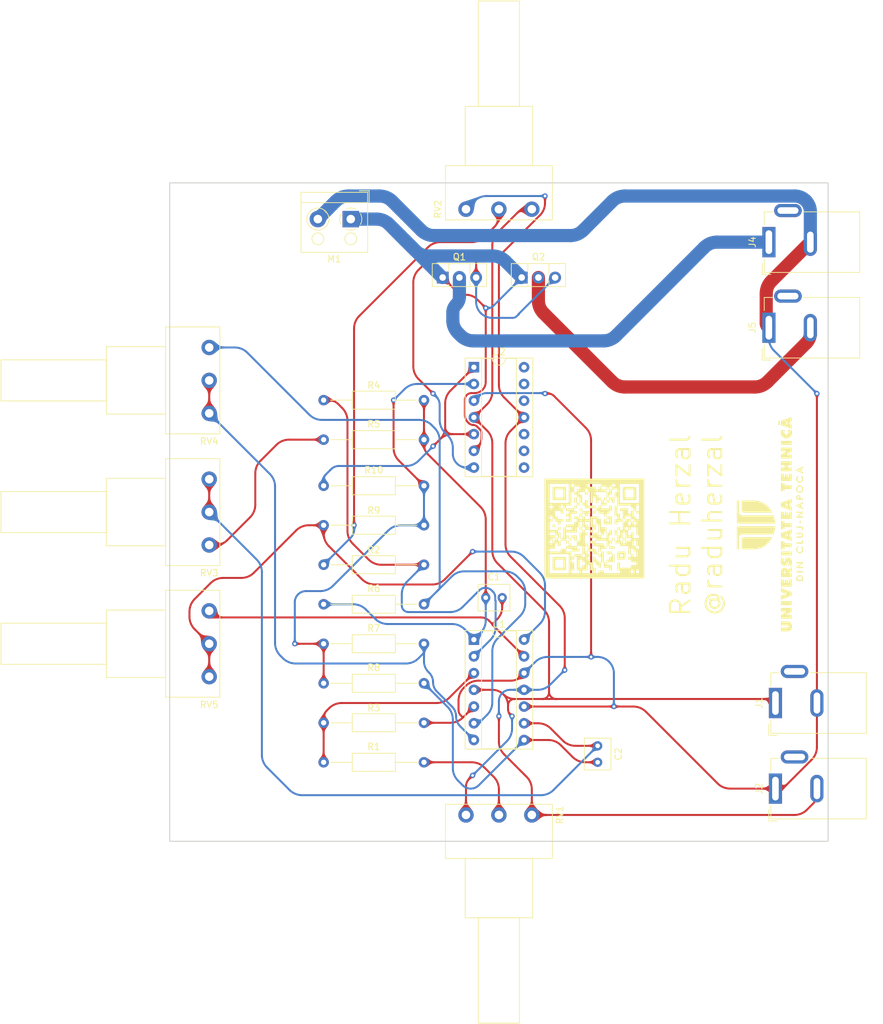
<source format=kicad_pcb>
(kicad_pcb (version 20211014) (generator pcbnew)
  (layers (0 "F.Cu" signal) (31 "B.Cu" signal) (34 "B.Paste" user) (35 "F.Paste" user) (36 "B.SilkS" user "B.Silkscreen") (37 "F.SilkS" user "F.Silkscreen") (38 "B.Mask" user) (39 "F.Mask" user) (44 "Edge.Cuts" user))
  (net 0 "")
  (net 1 "Net-(C1-Pad1)")
  (net 2 "Net-(C1-Pad2)")
  (net 3 "Net-(C2-Pad1)")
  (net 4 "Net-(C2-Pad2)")
  (net 5 "+12V")
  (net 6 "GND")
  (net 7 "-12V")
  (net 8 "MotorInput")
  (net 9 "Net-(J4-Pad1)")
  (net 10 "Net-(J5-Pad2)")
  (net 11 "InputSignal")
  (net 12 "Net-(Q1-Pad3)")
  (net 13 "FeedbackSignal")
  (net 14 "Net-(R5-Pad1)")
  (net 15 "Net-(R1-Pad1)")
  (net 16 "Net-(R2-Pad1)")
  (net 17 "Net-(R6-Pad2)")
  (net 18 "Net-(R10-Pad2)")
  (net 19 "Net-(R7-Pad2)")
  (net 26 "Net-(R9-Pad2)")
  (net 27 "Net-(R10-Pad1)")
  (footprint "Resistor_THT:R_Axial_DIN0207_L6.3mm_D2.5mm_P15.24mm_Horizontal" (layer "F.Cu") (at 40.38 56)
    (fp_text reference "R5")
    (fp_text value "100k")
  )
  (footprint "Connector_BarrelJack:BarrelJack_GCT_DCJ200-10-A_Horizontal" (layer "F.Cu") (at 109 109 90)
    (fp_text reference "J2")
    (fp_text value "Jack-DC")
  )
  (footprint "Potentiometer_THT:Potentiometer_Piher_PC-16_Single_Horizontal" (layer "F.Cu") (at 23 42 180)
    (fp_text reference "RV4")
    (fp_text value "100k")
  )
  (footprint "Resistor_THT:R_Axial_DIN0207_L6.3mm_D2.5mm_P15.24mm_Horizontal" (layer "F.Cu") (at 40.38 105)
    (fp_text reference "R1")
    (fp_text value "10k")
  )
  (footprint "Connector_BarrelJack:BarrelJack_GCT_DCJ200-10-A_Horizontal" (layer "F.Cu") (at 109 96 90)
    (fp_text reference "J1")
    (fp_text value "Jack-DC")
  )
  (footprint "Potentiometer_THT:Potentiometer_Piher_PC-16_Single_Horizontal" (layer "F.Cu") (at 23 62 180)
    (fp_text reference "RV3")
    (fp_text value "100k")
  )
  (footprint "Resistor_THT:R_Axial_DIN0207_L6.3mm_D2.5mm_P15.24mm_Horizontal" (layer "F.Cu") (at 55.62 99 180)
    (fp_text reference "R3")
    (fp_text value "10k")
  )
  (footprint "Connector_BarrelJack:BarrelJack_GCT_DCJ200-10-A_Horizontal" (layer "F.Cu") (at 108 26 90)
    (fp_text reference "J4")
    (fp_text value "Jack-DC")
  )
  (footprint "Connector_BarrelJack:BarrelJack_GCT_DCJ200-10-A_Horizontal" (layer "F.Cu") (at 108 39 90)
    (fp_text reference "J5")
    (fp_text value "Jack-DC")
  )
  (footprint "Resistor_THT:R_Axial_DIN0207_L6.3mm_D2.5mm_P15.24mm_Horizontal" (layer "F.Cu") (at 40.38 81)
    (fp_text reference "R6")
    (fp_text value "47k")
  )
  (footprint "TerminalBlock_RND:TerminalBlock_RND_205-00001_1x02_P5.00mm_Horizontal" (layer "F.Cu") (at 44.5 22.5 180)
    (fp_text reference "M1")
    (fp_text value "Motor_DC")
  )
  (footprint "Potentiometer_THT:Potentiometer_Piher_PC-16_Single_Horizontal" (layer "F.Cu") (at 23 82 180)
    (fp_text reference "RV5")
    (fp_text value "470k")
  )
  (footprint "Resistor_THT:R_Axial_DIN0207_L6.3mm_D2.5mm_P15.24mm_Horizontal" (layer "F.Cu") (at 40.38 63)
    (fp_text reference "R10")
    (fp_text value "10k")
  )
  (footprint "Capacitor_THT:C_Rect_L4.6mm_W3.8mm_P2.50mm_MKS02_FKP02" (layer "F.Cu") (at 82 102.5 -90)
    (fp_text reference "C2")
    (fp_text value "4.7u")
  )
  (footprint "Potentiometer_THT:Potentiometer_Piher_PC-16_Single_Horizontal" (layer "F.Cu") (at 62 113 -90)
    (fp_text reference "RV1")
    (fp_text value "100k")
  )
  (footprint "Package_DIP:DIP-14_W7.62mm_Socket" (layer "F.Cu") (at 63.2 45)
    (fp_text reference "U2")
    (fp_text value "LM324")
  )
  (footprint "Resistor_THT:R_Axial_DIN0207_L6.3mm_D2.5mm_P15.24mm_Horizontal" (layer "F.Cu") (at 55.62 69 180)
    (fp_text reference "R9")
    (fp_text value "10k")
  )
  (footprint "Resistor_THT:R_Axial_DIN0207_L6.3mm_D2.5mm_P15.24mm_Horizontal" (layer "F.Cu") (at 40.38 87)
    (fp_text reference "R7")
    (fp_text value "10k")
  )
  (footprint "Package_TO_SOT_THT:TO-126-3_Vertical" (layer "F.Cu") (at 70.46 31.375)
    (fp_text reference "Q2")
    (fp_text value "BD434")
  )
  (footprint "Resistor_THT:R_Axial_DIN0207_L6.3mm_D2.5mm_P15.24mm_Horizontal" (layer "F.Cu") (at 40.38 93)
    (fp_text reference "R8")
    (fp_text value "10k")
  )
  (footprint "Resistor_THT:R_Axial_DIN0207_L6.3mm_D2.5mm_P15.24mm_Horizontal" (layer "F.Cu") (at 55.62 50 180)
    (fp_text reference "R4")
    (fp_text value "10k")
  )
  (footprint "Resistor_THT:R_Axial_DIN0207_L6.3mm_D2.5mm_P15.24mm_Horizontal" (layer "F.Cu") (at 55.62 75 180)
    (fp_text reference "R2")
    (fp_text value "10k")
  )
  (footprint "Package_TO_SOT_THT:TO-126-3_Vertical" (layer "F.Cu") (at 58.46 31.375)
    (fp_text reference "Q1")
    (fp_text value "BD433")
  )
  (footprint "Potentiometer_THT:Potentiometer_Piher_PC-16_Single_Horizontal" (layer "F.Cu") (at 72 21 90)
    (fp_text reference "RV2")
    (fp_text value "100k")
  )
  (footprint "Package_DIP:DIP-14_W7.62mm_Socket" (layer "F.Cu") (at 63.2 86.375)
    (fp_text reference "U1")
    (fp_text value "LM324")
  )
  (footprint "Capacitor_THT:C_Rect_L4.6mm_W3.8mm_P2.50mm_MKS02_FKP02" (layer "F.Cu") (at 65 80)
    (fp_text reference "C1")
    (fp_text value "4.7u")
  )
  (gr_poly (pts (xy 111.474478 80.521467) (xy 111.474478 81.120087) (xy 109.834062 81.120087) (xy 109.834062 80.521467)) (layer "F.SilkS") (width 0) (fill solid))
  (gr_poly (pts (xy 112.937625 69.163569) (xy 112.95239 69.163917) (xy 112.966919 69.164958) (xy 112.981205 69.166686) (xy 112.995244 69.169098) (xy 113.009031 69.172188) (xy 113.022561 69.175951) (xy 113.03583 69.180383) (xy 113.048832 69.185479) (xy 113.061563 69.191234) (xy 113.074018 69.197642) (xy 113.086192 69.2047) (xy 113.09808 69.212402) (xy 113.109677 69.220744) (xy 113.120979 69.22972) (xy 113.131981 69.239327) (xy 113.142677 69.249558) (xy 113.153002 69.260564) (xy 113.162647 69.271755) (xy 113.171614 69.283128) (xy 113.179904 69.294681) (xy 113.18752 69.306413) (xy 113.194464 69.31832) (xy 113.200737 69.330403) (xy 113.206342 69.342657) (xy 113.21128 69.355083) (xy 113.215553 69.367676) (xy 113.219164 69.380437) (xy 113.222114 69.393362) (xy 113.224404 69.40645) (xy 113.226038 69.419699) (xy 113.227017 69.433107) (xy 113.227343 69.446672) (xy 113.227063 69.464353) (xy 113.226221 69.481676) (xy 113.22481 69.498641) (xy 113.222827 69.515246) (xy 113.220266 69.531491) (xy 113.217123 69.547375) (xy 113.213393 69.562896) (xy 113.209071 69.578054) (xy 113.204151 69.592847) (xy 113.198631 69.607276) (xy 113.192503 69.621337) (xy 113.185764 69.635032) (xy 113.178409 69.648359) (xy 113.170433 69.661316) (xy 113.161831 69.673903) (xy 113.152598 69.686119) (xy 113.143134 69.697879) (xy 113.133345 69.708852) (xy 113.123232 69.719042) (xy 113.112797 69.728453) (xy 113.10204 69.737088) (xy 113.090963 69.744953) (xy 113.079565 69.75205) (xy 113.067849 69.758384) (xy 113.055815 69.763957) (xy 113.043464 69.768776) (xy 113.030798 69.772842) (xy 113.017816 69.77616) (xy 113.00452 69.778734) (xy 112.990912 69.780568) (xy 112.976991 69.781665) (xy 112.96276 69.78203) (xy 112.96276 69.574333) (xy 112.966565 69.573961) (xy 112.970293 69.573346) (xy 112.973941 69.57249) (xy 112.977508 69.571397) (xy 112.980994 69.570073) (xy 112.984398 69.568519) (xy 112.987718 69.566741) (xy 112.990954 69.564742) (xy 112.994105 69.562526) (xy 112.99717 69.560096) (xy 113.000147 69.557457) (xy 113.003037 69.554613) (xy 113.005837 69.551568) (xy 113.008547 69.548324) (xy 113.011166 69.544887) (xy 113.013693 69.54126) (xy 113.016351 69.53705) (xy 113.018865 69.532853) (xy 113.021233 69.528666) (xy 113.023449 69.524486) (xy 113.02551 69.520309) (xy 113.027413 69.516133) (xy 113.029152 69.511956) (xy 113.030725 69.507774) (xy 113.032128 69.503584) (xy 113.033356 69.499383) (xy 113.034405 69.495168) (xy 113.035273 69.490938) (xy 113.035954 69.486687) (xy 113.036446 69.482415) (xy 113.036744 69.478117) (xy 113.036844 69.473791) (xy 113.036713 69.467683) (xy 113.036322 69.461762) (xy 113.035675 69.456029) (xy 113.034777 69.450485) (xy 113.03363 69.445131) (xy 113.03224 69.439967) (xy 113.030609 69.434996) (xy 113.028741 69.430217) (xy 113.026641 69.425632) (xy 113.024312 69.421242) (xy 113.021759 69.417048) (xy 113.018984 69.41305) (xy 113.015993 69.40925) (xy 113.012788 69.405649) (xy 113.009374 69.402247) (xy 113.005755 69.399046) (xy 113.001437 69.396024) (xy 112.996915 69.393162) (xy 112.992185 69.390464) (xy 112.987245 69.387936) (xy 112.982092 69.385582) (xy 112.976722 69.383407) (xy 112.971134 69.381417) (xy 112.965324 69.379616) (xy 112.959289 69.378008) (xy 112.953026 69.376599) (xy 112.946533 69.375393) (xy 112.939806 69.374396) (xy 112.932843 69.373612) (xy 112.92564 69.373046) (xy 112.918195 69.372703) (xy 112.910505 69.372587) (xy 112.161072 69.372587) (xy 112.160411 69.163569)) (layer "F.SilkS") (width 0) (fill solid))
  (gr_poly (pts (xy 111.473818 81.551358) (xy 111.473818 82.133442) (xy 110.623843 82.637473) (xy 110.63742 82.635114) (xy 110.651345 82.632987) (xy 110.665596 82.631078) (xy 110.68015 82.62937) (xy 110.694982 82.627848) (xy 110.71007 82.626497) (xy 110.740921 82.624244) (xy 110.807811 82.621432) (xy 110.844078 82.620151) (xy 110.863215 82.619758) (xy 110.883135 82.619613) (xy 111.474478 82.619613) (xy 111.474478 83.188468) (xy 109.834062 83.188468) (xy 109.834062 82.610353) (xy 110.692635 82.102353) (xy 110.678442 82.104712) (xy 110.663676 82.106838) (xy 110.648382 82.108748) (xy 110.632608 82.110456) (xy 110.6164 82.111978) (xy 110.599804 82.113329) (xy 110.565635 82.115582) (xy 110.485764 82.118393) (xy 110.437643 82.119675) (xy 110.385057 82.120212) (xy 109.833401 82.120212) (xy 109.833401 81.551358)) (layer "F.SilkS") (width 0) (fill solid))
  (gr_line (start 75.163891 63.163891) (end 77.173401 63.163891) (layer "F.SilkS") (width 0.028707))
  (gr_poly (pts (xy 111.474478 52.564272) (xy 111.474478 53.197289) (xy 111.267442 53.250204) (xy 111.267442 53.694704) (xy 111.474478 53.744313) (xy 111.474478 54.377989) (xy 110.878505 54.165554) (xy 110.878505 53.594824) (xy 110.878505 53.350083) (xy 110.693297 53.401015) (xy 110.658629 53.410037) (xy 110.626055 53.418254) (xy 110.595558 53.425664) (xy 110.567123 53.432268) (xy 110.540735 53.438066) (xy 110.516377 53.443058) (xy 110.494035 53.447244) (xy 110.473693 53.450623) (xy 110.455156 53.454074) (xy 110.436775 53.457021) (xy 110.41858 53.459518) (xy 110.400601 53.46162) (xy 110.382871 53.463381) (xy 110.36542 53.464855) (xy 110.331479 53.46716) (xy 110.331479 53.478405) (xy 110.33181 53.478076) (xy 110.33214 53.477745) (xy 110.365813 53.480061) (xy 110.383277 53.48156) (xy 110.401097 53.483368) (xy 110.419228 53.485549) (xy 110.437622 53.488164) (xy 110.456233 53.491275) (xy 110.475015 53.494944) (xy 110.516935 53.503088) (xy 110.567289 53.51396) (xy 110.595628 53.520575) (xy 110.626076 53.528058) (xy 110.658632 53.536471) (xy 110.693297 53.545876) (xy 110.878505 53.594824) (xy 110.878505 54.165554) (xy 109.834062 53.793261) (xy 109.834062 53.137759)) (layer "F.SilkS") (width 0) (fill solid))
  (gr_line (start 87.836108 65.173401) (end 87.836108 65.173401) (layer "F.SilkS") (width 0.028707))
  (gr_poly (pts (xy 112.161266 64.799403) (xy 112.161853 64.78022) (xy 112.162837 64.761555) (xy 112.164224 64.743402) (xy 112.166017 64.725757) (xy 112.168222 64.708615) (xy 112.170844 64.691971) (xy 112.173887 64.67582) (xy 112.177357 64.660158) (xy 112.181258 64.644979) (xy 112.185595 64.630278) (xy 112.190372 64.616052) (xy 112.195596 64.602294) (xy 112.20127 64.589) (xy 112.207399 64.576166) (xy 112.213989 64.563786) (xy 112.220228 64.551911) (xy 112.22654 64.540595) (xy 112.232919 64.529842) (xy 112.239362 64.519653) (xy 112.245863 64.51003) (xy 112.252417 64.500974) (xy 112.259019 64.492489) (xy 112.265665 64.484575) (xy 112.27235 64.477235) (xy 112.279069 64.47047) (xy 112.285817 64.464283) (xy 112.292589 64.458675) (xy 112.29938 64.453649) (xy 112.306186 64.449206) (xy 112.313002 64.445348) (xy 112.319822 64.442078) (xy 112.333842 64.435909) (xy 112.347149 64.430306) (xy 112.359773 64.425276) (xy 112.371747 64.420828) (xy 112.3831 64.416969) (xy 112.393864 64.413707) (xy 112.399035 64.412303) (xy 112.40407 64.41105) (xy 112.408974 64.40995) (xy 112.413749 64.409004) (xy 112.433407 64.406575) (xy 112.443166 64.405457) (xy 112.452941 64.404456) (xy 112.462777 64.40361) (xy 112.472722 64.402958) (xy 112.482822 64.402538) (xy 112.493124 64.40239) (xy 112.510773 64.404444) (xy 112.527999 64.407132) (xy 112.544797 64.410455) (xy 112.561161 64.41441) (xy 112.577088 64.418997) (xy 112.592572 64.424214) (xy 112.607608 64.430062) (xy 112.622191 64.436538) (xy 112.636318 64.443642) (xy 112.649982 64.451373) (xy 112.663179 64.45973) (xy 112.675904 64.468712) (xy 112.688152 64.478318) (xy 112.699919 64.488547) (xy 112.7112 64.499398) (xy 112.721989 64.51087) (xy 112.73222 64.522984) (xy 112.741827 64.535755) (xy 112.750803 64.549176) (xy 112.759145 64.563238) (xy 112.766847 64.577931) (xy 112.773905 64.593247) (xy 112.780314 64.609178) (xy 112.786068 64.625714) (xy 112.791164 64.642847) (xy 112.795596 64.660568) (xy 112.79936 64.678869) (xy 112.80245 64.697741) (xy 112.804862 64.717174) (xy 112.80659 64.737161) (xy 112.807631 64.757692) (xy 112.807979 64.778759) (xy 112.807979 64.917666) (xy 113.20287 64.917666) (xy 113.20287 65.126686) (xy 112.347604 65.126686) (xy 112.347604 64.918328) (xy 112.620125 64.917006) (xy 112.620125 64.809187) (xy 112.619978 64.797786) (xy 112.619538 64.786652) (xy 112.618804 64.775792) (xy 112.617779 64.765211) (xy 112.616464 64.754912) (xy 112.614858 64.744901) (xy 112.612964 64.735182) (xy 112.610782 64.725761) (xy 112.608313 64.716642) (xy 112.605559 64.707831) (xy 112.602519 64.699331) (xy 112.599196 64.691148) (xy 112.59559 64.683287) (xy 112.591702 64.675753) (xy 112.587533 64.668549) (xy 112.583084 64.661682) (xy 112.578495 64.655675) (xy 112.573662 64.650055) (xy 112.568586 64.644823) (xy 112.563271 64.639978) (xy 112.557719 64.635521) (xy 112.551934 64.631451) (xy 112.545919 64.627769) (xy 112.539675 64.624475) (xy 112.533207 64.621568) (xy 112.526517 64.619049) (xy 112.519608 64.616917) (xy 112.512483 64.615173) (xy 112.505145 64.613816) (xy 112.497597 64.612847) (xy 112.489841 64.612266) (xy 112.481881 64.612072) (xy 112.465657 64.61281) (xy 112.457935 64.613735) (xy 112.450473 64.615031) (xy 112.443271 64.6167) (xy 112.43633 64.618743) (xy 112.429649 64.621162) (xy 112.423228 64.623958) (xy 112.417068 64.627132) (xy 112.411169 64.630684) (xy 112.40553 64.634617) (xy 112.400153 64.638931) (xy 112.395037 64.643629) (xy 112.390182 64.64871) (xy 112.385588 64.654176) (xy 112.381256 64.660029) (xy 112.377186 64.666269) (xy 112.373377 64.672898) (xy 112.36983 64.679917) (xy 112.366545 64.687327) (xy 112.360762 64.703326) (xy 112.356028 64.720904) (xy 112.352344 64.740071) (xy 112.349712 64.760837) (xy 112.348131 64.783211) (xy 112.347604 64.807204) (xy 112.347604 64.918328) (xy 112.347604 65.126686) (xy 112.161072 65.126686) (xy 112.161071 64.819107)) (layer "F.SilkS") (width 0) (fill solid))
  (gr_poly (pts (xy 103.879981 71.216111) (xy 103.881075 71.192798) (xy 103.882893 71.169965) (xy 103.885432 71.147631) (xy 103.888688 71.125817) (xy 103.892656 71.10454) (xy 103.897333 71.083821) (xy 103.902714 71.063679) (xy 103.908796 71.044132) (xy 103.915574 71.025201) (xy 103.923045 71.006904) (xy 103.931205 70.989261) (xy 103.940049 70.97229) (xy 103.949573 70.956012) (xy 103.959774 70.940445) (xy 103.970648 70.925609) (xy 103.98219 70.911523) (xy 103.994397 70.898206) (xy 104.007264 70.885678) (xy 104.020788 70.873957) (xy 104.034965 70.863064) (xy 104.04979 70.853016) (xy 104.06526 70.843834) (xy 104.08137 70.835537) (xy 104.098117 70.828144) (xy 104.115496 70.821674) (xy 104.133504 70.816147) (xy 104.152137 70.811581) (xy 104.17139 70.807997) (xy 104.19126 70.805413) (xy 104.211743 70.803848) (xy 104.232834 70.803322) (xy 108.534297 70.803322) (xy 108.499242 70.875512) (xy 108.461722 70.94874) (xy 108.422001 71.02231) (xy 108.380342 71.095522) (xy 108.337009 71.167681) (xy 108.292265 71.238087) (xy 108.246374 71.306044) (xy 108.199599 71.370854) (xy 108.063145 71.54307) (xy 107.922741 71.701078) (xy 107.778126 71.845306) (xy 107.62904 71.976181) (xy 107.475221 72.094131) (xy 107.316409 72.199582) (xy 107.152344 72.292963) (xy 106.982764 72.374699) (xy 106.807409 72.44522) (xy 106.62602 72.504951) (xy 106.438334 72.554321) (xy 106.244091 72.593756) (xy 106.04303 72.623684) (xy 105.834892 72.644532) (xy 105.619415 72.656727) (xy 105.396339 72.660697) (xy 103.880276 72.660697) (xy 103.879615 71.239886)) (layer "F.SilkS") (width 0) (fill solid))
  (gr_poly (pts (xy 111.474478 79.144973) (xy 111.474478 79.693983) (xy 109.834062 80.319723) (xy 109.834062 79.680754) (xy 110.428051 79.506129) (xy 110.490652 79.488497) (xy 110.548354 79.473221) (xy 110.600971 79.460178) (xy 110.648317 79.449243) (xy 110.670401 79.444993) (xy 110.692035 79.441161) (xy 110.713266 79.437733) (xy 110.734141 79.434691) (xy 110.754706 79.432022) (xy 110.775007 79.42971) (xy 110.795091 79.427738) (xy 110.815004 79.426092) (xy 110.815004 79.414848) (xy 110.794208 79.41207) (xy 110.773033 79.40875) (xy 110.751532 79.404965) (xy 110.729759 79.400792) (xy 110.685617 79.391593) (xy 110.641041 79.381775) (xy 110.594036 79.370644) (xy 110.545295 79.358211) (xy 110.494817 79.344661) (xy 110.442603 79.330181) (xy 109.834062 79.146958) (xy 109.834062 78.523202)) (layer "F.SilkS") (width 0) (fill solid))
  (gr_poly (pts (xy 111.473818 57.210356) (xy 111.473818 57.792439) (xy 110.623843 58.296469) (xy 110.63742 58.29411) (xy 110.651345 58.291984) (xy 110.665596 58.290074) (xy 110.68015 58.288367) (xy 110.694982 58.286845) (xy 110.71007 58.285493) (xy 110.740921 58.28324) (xy 110.807811 58.280428) (xy 110.844078 58.279146) (xy 110.863215 58.278753) (xy 110.883135 58.278609) (xy 111.474478 58.278609) (xy 111.474478 58.847464) (xy 109.834062 58.847464) (xy 109.834062 58.26935) (xy 110.692635 57.761351) (xy 110.678442 57.76371) (xy 110.663676 57.765837) (xy 110.648382 57.767746) (xy 110.632608 57.769454) (xy 110.6164 57.770976) (xy 110.599804 57.772327) (xy 110.565635 57.77458) (xy 110.485764 57.777392) (xy 110.437643 57.778674) (xy 110.385057 57.779211) (xy 109.833401 57.779211) (xy 109.833401 57.210356)) (layer "F.SilkS") (width 0) (fill solid))
  (gr_poly (pts (xy 110.279224 66.953636) (xy 110.279224 67.47222) (xy 110.437974 67.47222) (xy 110.437974 67.002583) (xy 110.856677 67.002583) (xy 110.856677 67.47222) (xy 111.028656 67.47222) (xy 111.028656 66.940407) (xy 111.474478 66.940407) (xy 111.474478 68.050333) (xy 109.834062 68.050333) (xy 109.834062 66.953636)) (layer "F.SilkS") (width 0) (fill solid))
  (gr_poly (pts (xy 111.474478 72.980182) (xy 111.474478 73.577479) (xy 109.834062 73.577479) (xy 109.834062 72.980182)) (layer "F.SilkS") (width 0) (fill solid))
  (gr_poly (pts (xy 112.928364 74.806468) (xy 112.161072 74.806468) (xy 112.161072 74.594802) (xy 113.20287 74.594802) (xy 113.20287 74.828297) (xy 112.440869 75.304547) (xy 113.20287 75.304547) (xy 113.20287 75.514229) (xy 112.161072 75.514229) (xy 112.161072 75.27412)) (layer "F.SilkS") (width 0) (fill solid))
  (gr_line (start 77.173401 65.173401) (end 77.173401 65.173401) (layer "F.SilkS") (width 0.028707))
  (gr_poly (pts (xy 105.396339 65.236489) (xy 105.619197 65.240459) (xy 105.834512 65.252652) (xy 106.042539 65.273494) (xy 106.243533 65.30341) (xy 106.437747 65.342825) (xy 106.625438 65.392165) (xy 106.80686 65.451856) (xy 106.982268 65.522322) (xy 107.151916 65.603989) (xy 107.23466 65.649155) (xy 107.31606 65.697282) (xy 107.396148 65.748421) (xy 107.474954 65.802626) (xy 107.552512 65.859951) (xy 107.628854 65.920448) (xy 107.70401 65.98417) (xy 107.778013 66.051172) (xy 107.922687 66.195224) (xy 108.063131 66.353028) (xy 108.199599 66.525011) (xy 108.246538 66.590502) (xy 108.292462 66.659008) (xy 108.33716 66.729825) (xy 108.380425 66.802245) (xy 108.422047 66.875565) (xy 108.461816 66.949079) (xy 108.499523 67.02208) (xy 108.534959 67.093865) (xy 104.233495 67.093865) (xy 104.212462 67.093339) (xy 104.19203 67.091774) (xy 104.172204 67.08919) (xy 104.152988 67.085606) (xy 104.134386 67.08104) (xy 104.116403 67.075513) (xy 104.099043 67.069043) (xy 104.08231 67.06165) (xy 104.066209 67.053352) (xy 104.050745 67.044171) (xy 104.03592 67.034123) (xy 104.021741 67.02323) (xy 104.00821 67.011509) (xy 103.995333 66.998981) (xy 103.983114 66.985664) (xy 103.971558 66.971578) (xy 103.960667 66.956742) (xy 103.950448 66.941175) (xy 103.940905 66.924897) (xy 103.932041 66.907927) (xy 103.923861 66.890283) (xy 103.916369 66.871987) (xy 103.903469 66.833509) (xy 103.893374 66.792648) (xy 103.886121 66.749557) (xy 103.881743 66.704391) (xy 103.880276 66.657303) (xy 103.880276 65.236489)) (layer "F.SilkS") (width 0) (fill solid))
  (gr_poly (pts (xy 86.216197 74.216197) (xy 84.985885 74.216197) (xy 84.985885 73.806093) (xy 85.395989 73.806093) (xy 85.806093 73.806093) (xy 85.806093 73.395989) (xy 85.395989 73.395989) (xy 85.395989 73.806093) (xy 84.985885 73.806093) (xy 84.985885 72.985885) (xy 86.216197 72.985885)) (layer "F.SilkS") (width 0) (fill solid))
  (gr_poly (pts (xy 109.657453 53.138418) (xy 109.657453 53.793261) (xy 109.444463 53.793261) (xy 109.444463 53.138418)) (layer "F.SilkS") (width 0) (fill solid))
  (gr_line (start 75.163891 65.173401) (end 75.163891 65.173401) (layer "F.SilkS") (width 0.028707))
  (gr_poly (pts (xy 75.55349 69.294948) (xy 75.143385 69.294948) (xy 75.143385 68.884843) (xy 75.55349 68.884843)) (layer "F.SilkS") (width 0) (fill solid))
  (gr_poly (pts (xy 109.796358 54.925673) (xy 109.796668 54.900868) (xy 109.797599 54.876064) (xy 109.799149 54.851259) (xy 109.801319 54.826454) (xy 109.80411 54.80165) (xy 109.807521 54.776845) (xy 109.811552 54.752041) (xy 109.816202 54.727236) (xy 109.821749 54.703046) (xy 109.827954 54.679074) (xy 109.834794 54.655287) (xy 109.842247 54.631656) (xy 109.850289 54.608148) (xy 109.858897 54.584734) (xy 109.868048 54.561381) (xy 109.877718 54.53806) (xy 110.48626 54.53806) (xy 110.467039 54.558757) (xy 110.449073 54.579246) (xy 110.440566 54.589443) (xy 110.432379 54.599626) (xy 110.424514 54.609807) (xy 110.416972 54.619998) (xy 110.409755 54.630213) (xy 110.402867 54.640464) (xy 110.396307 54.650762) (xy 110.390079 54.661122) (xy 110.384185 54.671556) (xy 110.378625 54.682076) (xy 110.373403 54.692695) (xy 110.36852 54.703425) (xy 110.36418 54.713889) (xy 110.360091 54.724443) (xy 110.356259 54.735084) (xy 110.352686 54.74581) (xy 110.349377 54.756617) (xy 110.346335 54.767503) (xy 110.343565 54.778464) (xy 110.341069 54.789498) (xy 110.338853 54.800601) (xy 110.33692 54.811771) (xy 110.335273 54.823006) (xy 110.333917 54.834301) (xy 110.332856 54.845654) (xy 110.332093 54.857063) (xy 110.331633 54.868524) (xy 110.331478 54.880034) (xy 110.331835 54.897931) (xy 110.332902 54.915402) (xy 110.334679 54.932442) (xy 110.337163 54.949043) (xy 110.340352 54.965197) (xy 110.344245 54.9809) (xy 110.348839 54.996143) (xy 110.354133 55.01092) (xy 110.360125 55.025224) (xy 110.366812 55.039049) (xy 110.374193 55.052387) (xy 110.382266 55.065232) (xy 110.391029 55.077577) (xy 110.400479 55.089415) (xy 110.410616 55.10074) (xy 110.421437 55.111544) (xy 110.432599 55.122583) (xy 110.444255 55.132881) (xy 110.456403 55.142443) (xy 110.469041 55.151273) (xy 110.482168 55.159374) (xy 110.495781 55.16675) (xy 110.509879 55.173405) (xy 110.524459 55.179343) (xy 110.53952 55.184568) (xy 110.555059 55.189084) (xy 110.571075 55.192895) (xy 110.587566 55.196004) (xy 110.60453 55.198415) (xy 110.621965 55.200133) (xy 110.639868 55.20116) (xy 110.658239 55.201502) (xy 110.676186 55.201176) (xy 110.693577 55.200197) (xy 110.710426 55.198563) (xy 110.726752 55.196272) (xy 110.742569 55.193322) (xy 110.757896 55.189712) (xy 110.772747 55.185438) (xy 110.787141 55.1805) (xy 110.801092 55.174896) (xy 110.814618 55.168622) (xy 110.827736 55.161679) (xy 110.840461 55.154062) (xy 110.852809 55.145772) (xy 110.864799 55.136805) (xy 110.876445 55.12716) (xy 110.887765 55.116835) (xy 110.898323 55.106301) (xy 110.908172 55.095289) (xy 110.917316 55.0838) (xy 110.925758 55.071836) (xy 110.933502 55.059399) (xy 110.940553 55.046491) (xy 110.946914 55.033115) (xy 110.952588 55.019271) (xy 110.957581 55.004962) (xy 110.961895 54.99019) (xy 110.965535 54.974957) (xy 110.968505 54.959264) (xy 110.970808 54.943114) (xy 110.972448 54.926509) (xy 110.973429 54.90945) (xy 110.973755 54.891939) (xy 110.973623 54.881258) (xy 110.973224 54.87055) (xy 110.972556 54.859819) (xy 110.971616 54.849068) (xy 110.9704 54.838302) (xy 110.968907 54.827524) (xy 110.967132 54.816738) (xy 110.965073 54.805949) (xy 110.962728 54.795159) (xy 110.960093 54.784374) (xy 110.957165 54.773596) (xy 110.953942 54.76283) (xy 110.950421 54.752079) (xy 110.946598 54.741348) (xy 110.942471 54.73064) (xy 110.938036 54.71996) (xy 110.933502 54.708744) (xy 110.928586 54.69742) (xy 110.923291 54.68599) (xy 110.917624 54.674454) (xy 110.911588 54.662813) (xy 110.905189 54.651069) (xy 110.891321 54.627274) (xy 110.876057 54.603075) (xy 110.859436 54.578481) (xy 110.841498 54.553499) (xy 110.822281 54.528137) (xy 111.43876 54.545996) (xy 111.448372 54.570248) (xy 111.457364 54.594408) (xy 111.465735 54.618505) (xy 111.473487 54.642571) (xy 111.480618 54.666636) (xy 111.487129 54.690733) (xy 111.493021 54.714892) (xy 111.498292 54.739144) (xy 111.502943 54.763341) (xy 111.506973 54.787368) (xy 111.510384 54.811302) (xy 111.513175 54.835221) (xy 111.515345 54.859201) (xy 111.516895 54.883321) (xy 111.517826 54.907658) (xy 111.518136 54.932289) (xy 111.517675 54.961907) (xy 111.516306 54.991253) (xy 111.514055 55.020366) (xy 111.510942 55.049285) (xy 111.506993 55.07805) (xy 111.50223 55.106698) (xy 111.496676 55.135268) (xy 111.490354 55.1638) (xy 111.48291 55.190775) (xy 111.474955 55.21713) (xy 111.466472 55.242866) (xy 111.457447 55.267981) (xy 111.447863 55.292475) (xy 111.437707 55.31635) (xy 111.426961 55.339604) (xy 111.41561 55.362238) (xy 111.39969 55.38877) (xy 111.383193 55.414534) (xy 111.36613 55.43952) (xy 111.348513 55.463721) (xy 111.330353 55.487127) (xy 111.311662 55.50973) (xy 111.292452 55.531521) (xy 111.272735 55.552491) (xy 111.252521 55.572631) (xy 111.231822 55.591934) (xy 111.210651 55.61039) (xy 111.189019 55.62799) (xy 111.166937 55.644726) (xy 111.144417 55.660589) (xy 111.12147 55.67557) (xy 111.098109 55.689661) (xy 111.073715 55.703351) (xy 111.048904 55.716143) (xy 111.023676 55.72804) (xy 110.998032 55.739044) (xy 110.971974 55.749156) (xy 110.945502 55.758378) (xy 110.918617 55.766713) (xy 110.891321 55.774163) (xy 110.863613 55.780729) (xy 110.835496 55.786413) (xy 110.80697 55.791217) (xy 110.778036 55.795143) (xy 110.748695 55.798194) (xy 110.718948 55.80037) (xy 110.688796 55.801675) (xy 110.65824 55.802109) (xy 110.635396 55.801868) (xy 110.612753 55.801144) (xy 110.590309 55.799933) (xy 110.568064 55.798234) (xy 110.546017 55.796041) (xy 110.524166 55.793354) (xy 110.502511 55.790169) (xy 110.481051 55.786483) (xy 110.459785 55.782293) (xy 110.438712 55.777596) (xy 110.41783 55.772389) (xy 110.397139 55.76667) (xy 110.376638 55.760436) (xy 110.356327 55.753682) (xy 110.336203 55.746408) (xy 110.316266 55.73861) (xy 110.297043 55.730673) (xy 110.278072 55.722241) (xy 110.259356 55.713318) (xy 110.240901 55.703904) (xy 110.222708 55.694002) (xy 110.204784 55.683613) (xy 110.18713 55.67274) (xy 110.169752 55.661385) (xy 110.152653 55.649548) (xy 110.135837 55.637234) (xy 110.119308 55.624442) (xy 110.103069 55.611176) (xy 110.087125 55.597437) (xy 110.071479 55.583227) (xy 110.056136 55.568548) (xy 110.041099 55.553402) (xy 110.026302 55.538204) (xy 110.011929 55.52263) (xy 109.997984 55.506694) (xy 109.984472 55.490409) (xy 109.971398 55.473786) (xy 109.958767 55.456838) (xy 109.946583 55.439578) (xy 109.934852 55.42202) (xy 109.923579 55.404174) (xy 109.912767 55.386054) (xy 109.902423 55.367672) (xy 109.89255 55.349042) (xy 109.883154 55.330175) (xy 109.87424 55.311084) (xy 109.865812 55.291782) (xy 109.857875 55.272282) (xy 109.850302 55.252068) (xy 109.843211 55.231613) (xy 109.836602 55.210926) (xy 109.830476 55.190013) (xy 109.824835 55.168884) (xy 109.81968 55.147546) (xy 109.815011 55.126005) (xy 109.810829 55.104271) (xy 109.807135 55.082351) (xy 109.803931 55.060253) (xy 109.801218 55.037984) (xy 109.798995 55.015553) (xy 109.797265 54.992966) (xy 109.796027 54.970233) (xy 109.795284 54.94736) (xy 109.795037 54.924355)) (layer "F.SilkS") (width 0) (fill solid))
  (gr_line (start 87.836108 65.173401) (end 85.826598 65.173401) (layer "F.SilkS") (width 0.028707))
  (gr_poly (pts (xy 111.474478 64.988444) (xy 111.474478 65.62212) (xy 111.267442 65.675036) (xy 111.267442 66.120199) (xy 111.474478 66.169808) (xy 111.474478 66.803484) (xy 110.878505 66.590808) (xy 110.878505 66.020977) (xy 110.878505 65.776238) (xy 110.693297 65.82651) (xy 110.626055 65.843377) (xy 110.595558 65.850694) (xy 110.567123 65.857267) (xy 110.540735 65.863096) (xy 110.516377 65.868181) (xy 110.494035 65.872522) (xy 110.473693 65.876118) (xy 110.455156 65.879377) (xy 110.436775 65.882226) (xy 110.41858 65.884687) (xy 110.400601 65.886784) (xy 110.382871 65.88854) (xy 110.36542 65.889978) (xy 110.348279 65.891121) (xy 110.331479 65.891993) (xy 110.331479 65.903239) (xy 110.33214 65.904562) (xy 110.365813 65.907146) (xy 110.383277 65.908632) (xy 110.401097 65.91035) (xy 110.419228 65.912378) (xy 110.437622 65.914794) (xy 110.456233 65.917675) (xy 110.475015 65.921099) (xy 110.516935 65.929243) (xy 110.567289 65.940116) (xy 110.595628 65.94673) (xy 110.626076 65.954213) (xy 110.658632 65.962626) (xy 110.693297 65.972031) (xy 110.878505 66.020977) (xy 110.878505 66.590808) (xy 109.834062 66.218092) (xy 109.834062 65.56193)) (layer "F.SilkS") (width 0) (fill solid))
  (gr_poly (pts (xy 112.161326 77.236451) (xy 112.162106 77.201596) (xy 112.163445 77.167843) (xy 112.165372 77.135213) (xy 112.16792 77.10373) (xy 112.171119 77.073418) (xy 112.175 77.0443) (xy 112.179594 77.016399) (xy 112.184617 76.989644) (xy 112.190756 76.962975) (xy 112.198011 76.936415) (xy 112.206383 76.909986) (xy 112.215871 76.883713) (xy 112.226475 76.857617) (xy 112.238195 76.831723) (xy 112.251032 76.806054) (xy 112.258265 76.793613) (xy 112.265585 76.781591) (xy 112.273 76.769987) (xy 112.280518 76.758802) (xy 112.288149 76.748035) (xy 112.295901 76.737687) (xy 112.303782 76.727757) (xy 112.311802 76.718246) (xy 112.31997 76.709154) (xy 112.328294 76.70048) (xy 112.336782 76.692224) (xy 112.345444 76.684388) (xy 112.354288 76.67697) (xy 112.363322 76.66997) (xy 112.372557 76.663389) (xy 112.382 76.657227) (xy 112.400879 76.645261) (xy 112.4193 76.634179) (xy 112.437241 76.623996) (xy 112.454678 76.614728) (xy 112.471588 76.60639) (xy 112.487947 76.598997) (xy 112.503733 76.592566) (xy 112.511403 76.589716) (xy 112.518922 76.587112) (xy 112.534425 76.582186) (xy 112.550176 76.577841) (xy 112.566175 76.574101) (xy 112.582422 76.570989) (xy 112.598917 76.568528) (xy 112.61566 76.566741) (xy 112.624125 76.566108) (xy 112.632651 76.565652) (xy 112.64124 76.565377) (xy 112.649891 76.565284) (xy 112.662293 76.564313) (xy 112.674695 76.563465) (xy 112.680896 76.563127) (xy 112.687097 76.562866) (xy 112.693299 76.562698) (xy 112.6995 76.562639) (xy 112.71112 76.562833) (xy 112.722913 76.563416) (xy 112.734883 76.564391) (xy 112.747031 76.56576) (xy 112.759363 76.567524) (xy 112.771879 76.569685) (xy 112.784583 76.572245) (xy 112.797478 76.575206) (xy 112.810567 76.578571) (xy 112.823852 76.58234) (xy 112.837337 76.586517) (xy 112.851025 76.591102) (xy 112.864918 76.596099) (xy 112.879019 76.601507) (xy 112.893332 76.607331) (xy 112.907859 76.613571) (xy 112.922501 76.620138) (xy 112.936913 76.627436) (xy 112.951093 76.635471) (xy 112.965044 76.644246) (xy 112.978766 76.653766) (xy 112.992261 76.664033) (xy 113.005529 76.675052) (xy 113.018571 76.686828) (xy 113.031388 76.699362) (xy 113.043981 76.712661) (xy 113.056352 76.726726) (xy 113.068501 76.741563) (xy 113.080428 76.757176) (xy 113.092136 76.773567) (xy 113.103625 76.790741) (xy 113.114896 76.808702) (xy 113.125585 76.827483) (xy 113.135578 76.847113) (xy 113.144875 76.867588) (xy 113.153477 76.888904) (xy 113.161386 76.911057) (xy 113.168602 76.934043) (xy 113.175126 76.957859) (xy 113.180959 76.9825) (xy 113.186102 77.007963) (xy 113.190557 77.034244) (xy 113.194323 77.061338) (xy 113.197403 77.089243) (xy 113.199796 77.117954) (xy 113.201505 77.147467) (xy 113.202529 77.177778) (xy 113.20287 77.208884) (xy 113.20287 77.472144) (xy 113.013032 77.472144) (xy 113.013032 77.262462) (xy 113.012758 77.233249) (xy 113.011957 77.205122) (xy 113.01066 77.178049) (xy 113.008898 77.151998) (xy 113.006702 77.12694) (xy 113.004102 77.102844) (xy 113.001131 77.079677) (xy 112.997819 77.05741) (xy 112.995788 77.046799) (xy 112.993417 77.036053) (xy 112.990707 77.025178) (xy 112.987659 77.014177) (xy 112.984273 77.003057) (xy 112.980552 76.991821) (xy 112.976495 76.980474) (xy 112.972104 76.969022) (xy 112.967379 76.95747) (xy 112.962323 76.945821) (xy 112.956935 76.934081) (xy 112.951216 76.922255) (xy 112.945168 76.910348) (xy 112.938792 76.898364) (xy 112.925057 76.874186) (xy 112.917151 76.862171) (xy 112.908314 76.850931) (xy 112.898547 76.840467) (xy 112.88785 76.830778) (xy 112.876223 76.821864) (xy 112.863665 76.813725) (xy 112.850178 76.806361) (xy 112.83576 76.799772) (xy 112.820412 76.793958) (xy 112.804134 76.78892) (xy 112.786926 76.784657) (xy 112.768788 76.781169) (xy 112.749719 76.778456) (xy 112.72972 76.776518) (xy 112.708791 76.775355) (xy 112.686932 76.774967) (xy 112.674228 76.775199) (xy 112.661665 76.775887) (xy 112.649246 76.777026) (xy 112.636971 76.778606) (xy 112.624845 76.78062) (xy 112.612867 76.78306) (xy 112.60104 76.785919) (xy 112.589367 76.789189) (xy 112.577849 76.792862) (xy 112.566487 76.79693) (xy 112.555285 76.801386) (xy 112.544243 76.806221) (xy 112.533364 76.811429) (xy 112.52265 76.817001) (xy 112.512102 76.822929) (xy 112.501723 76.829207) (xy 112.491762 76.836215) (xy 112.482218 76.843356) (xy 112.473089 76.850636) (xy 112.464372 76.858063) (xy 112.456066 76.865645) (xy 112.448169 76.87339) (xy 112.440679 76.881306) (xy 112.433594 76.8894) (xy 112.426911 76.897679) (xy 112.420631 76.906153) (xy 112.414749 76.914828) (xy 112.409264 76.923713) (xy 112.404175 76.932814) (xy 112.399479 76.942141) (xy 112.395175 76.951699) (xy 112.39126 76.961499) (xy 112.384381 76.980849) (xy 112.378145 76.999719) (xy 112.372576 77.018123) (xy 112.367696 77.036078) (xy 112.36353 77.053599) (xy 112.3601 77.070702) (xy 112.357429 77.087401) (xy 112.356386 77.095604) (xy 112.355542 77.103712) (xy 112.352627 77.138728) (xy 112.350085 77.176473) (xy 112.349069 77.196446) (xy 112.348287 77.217194) (xy 112.347783 77.238748) (xy 112.347604 77.261139) (xy 113.013032 77.262462) (xy 113.013032 77.472144) (xy 112.161072 77.472144) (xy 112.161072 77.272383)) (layer "F.SilkS") (width 0) (fill solid))
  (gr_poly (pts (xy 109.834627 76.085575) (xy 109.836321 76.046915) (xy 109.839142 76.009442) (xy 109.843085 75.973158) (xy 109.848148 75.938067) (xy 109.854328 75.904175) (xy 109.861623 75.871483) (xy 109.870029 75.839998) (xy 109.879543 75.809721) (xy 109.890163 75.780657) (xy 109.901886 75.752811) (xy 109.914709 75.726185) (xy 109.928628 75.700784) (xy 109.943641 75.676612) (xy 109.959745 75.653672) (xy 109.976938 75.631969) (xy 109.99506 75.611202) (xy 110.014201 75.59181) (xy 110.034358 75.573788) (xy 110.055527 75.557131) (xy 110.077703 75.541834) (xy 110.100883 75.527894) (xy 110.125063 75.515303) (xy 110.150239 75.504059) (xy 110.176408 75.494156) (xy 110.203564 75.485588) (xy 110.231705 75.478353) (xy 110.260827 75.472443) (xy 110.290925 75.467855) (xy 110.321996 75.464584) (xy 110.354036 75.462625) (xy 110.387041 75.461973) (xy 110.408716 75.4623) (xy 110.429844 75.463281) (xy 110.450434 75.464921) (xy 110.470499 75.467224) (xy 110.490048 75.470193) (xy 110.509092 75.473833) (xy 110.527642 75.478148) (xy 110.545709 75.48314) (xy 110.563302 75.488815) (xy 110.580434 75.495176) (xy 110.597114 75.502226) (xy 110.613353 75.509971) (xy 110.629162 75.518413) (xy 110.644552 75.527556) (xy 110.659532 75.537405) (xy 110.674114 75.547963) (xy 110.687772 75.558768) (xy 110.700716 75.570093) (xy 110.712945 75.581931) (xy 110.724458 75.594276) (xy 110.735253 75.607121) (xy 110.745331 75.620459) (xy 110.75469 75.634284) (xy 110.763329 75.648588) (xy 110.771247 75.663365) (xy 110.778443 75.678608) (xy 110.784916 75.694311) (xy 110.790665 75.710465) (xy 110.79569 75.727066) (xy 110.799989 75.744106) (xy 110.803562 75.761577) (xy 110.806406 75.779475) (xy 111.474478 75.340926) (xy 111.474478 76.001062) (xy 110.932083 76.287474) (xy 111.474478 76.287474) (xy 111.474478 76.866249) (xy 110.576881 76.866249) (xy 110.576881 76.289458) (xy 110.576881 76.198177) (xy 110.576711 76.188008) (xy 110.576204 76.178091) (xy 110.575363 76.168433) (xy 110.574193 76.159037) (xy 110.572698 76.149908) (xy 110.570881 76.141052) (xy 110.568746 76.132473) (xy 110.566297 76.124176) (xy 110.563538 76.116165) (xy 110.560473 76.108447) (xy 110.557106 76.101024) (xy 110.55344 76.093904) (xy 110.549479 76.087089) (xy 110.545228 76.080585) (xy 110.540691 76.074397) (xy 110.53587 76.06853) (xy 110.530537 76.063214) (xy 110.524955 76.058185) (xy 110.519122 76.05345) (xy 110.513039 76.049017) (xy 110.506704 76.044895) (xy 110.500116 76.04109) (xy 110.493274 76.037611) (xy 110.486178 76.034465) (xy 110.478825 76.031661) (xy 110.471216 76.029205) (xy 110.463349 76.027105) (xy 110.455224 76.02537) (xy 110.446838 76.024007) (xy 110.438192 76.023024) (xy 110.429285 76.022429) (xy 110.420115 76.022229) (xy 110.410129 76.022429) (xy 110.400503 76.023024) (xy 110.391227 76.024007) (xy 110.382287 76.02537) (xy 110.373674 76.027105) (xy 110.365374 76.029205) (xy 110.357376 76.031661) (xy 110.349669 76.034465) (xy 110.342242 76.037611) (xy 110.335081 76.04109) (xy 110.328177 76.044895) (xy 110.321516 76.049017) (xy 110.315088 76.05345) (xy 110.308881 76.058185) (xy 110.302884 76.063214) (xy 110.297084 76.06853) (xy 110.292045 76.074288) (xy 110.287345 76.080394) (xy 110.282982 76.086839) (xy 110.278955 76.093614) (xy 110.275261 76.100711) (xy 110.271899 76.108121) (xy 110.268866 76.115835) (xy 110.26616 76.123844) (xy 110.26378 76.132141) (xy 110.261723 76.140715) (xy 110.259989 76.149559) (xy 110.258574 76.158664) (xy 110.257477 76.16802) (xy 110.256695 76.17762) (xy 110.256228 76.187454) (xy 110.256073 76.197514) (xy 110.256073 76.288134) (xy 110.576881 76.289458) (xy 110.576881 76.866249) (xy 109.834062 76.866249) (xy 109.834062 76.125417)) (layer "F.SilkS") (width 0) (fill solid))
  (gr_poly (pts (xy 84.165677 68.884843) (xy 82.935365 68.884843) (xy 82.935365 68.474739) (xy 83.345468 68.474739) (xy 83.755573 68.474739) (xy 83.755573 68.064635) (xy 83.345468 68.064635) (xy 83.345468 68.474739) (xy 82.935365 68.474739) (xy 82.935365 68.064635) (xy 83.345468 68.064635) (xy 83.345468 67.654531) (xy 84.165677 67.654531)) (layer "F.SilkS") (width 0) (fill solid))
  (gr_poly (pts (xy 112.865525 70.139218) (xy 112.87657 70.139411) (xy 112.887623 70.139993) (xy 112.898678 70.140962) (xy 112.909729 70.142318) (xy 112.920768 70.144062) (xy 112.931788 70.146194) (xy 112.942784 70.148713) (xy 112.953747 70.15162) (xy 112.964672 70.154914) (xy 112.975551 70.158596) (xy 112.986377 70.162666) (xy 112.997145 70.167123) (xy 113.007847 70.171968) (xy 113.018476 70.1772) (xy 113.029025 70.18282) (xy 113.039489 70.188827) (xy 113.050496 70.19495) (xy 113.061193 70.201413) (xy 113.07158 70.208212) (xy 113.081657 70.215347) (xy 113.091424 70.222816) (xy 113.100881 70.230615) (xy 113.110027 70.238744) (xy 113.118864 70.247201) (xy 113.127391 70.255983) (xy 113.135607 70.265089) (xy 113.143514 70.274516) (xy 113.15111 70.284264) (xy 113.158396 70.294329) (xy 113.165373 70.304709) (xy 113.172039 70.315404) (xy 113.178395 70.326411) (xy 113.184402 70.337628) (xy 113.190022 70.34896) (xy 113.195255 70.360411) (xy 113.200099 70.371989) (xy 113.204556 70.383699) (xy 113.208626 70.395546) (xy 113.212308 70.407536) (xy 113.215602 70.419676) (xy 113.218509 70.431971) (xy 113.221028 70.444427) (xy 113.22316 70.457049) (xy 113.224904 70.469844) (xy 113.22626 70.482817) (xy 113.227229 70.495974) (xy 113.22781 70.509321) (xy 113.228004 70.522864) (xy 113.227903 70.532513) (xy 113.2276 70.542112) (xy 113.227093 70.551654) (xy 113.226382 70.561135) (xy 113.225465 70.570551) (xy 113.224342 70.579895) (xy 113.223011 70.589164) (xy 113.221473 70.598353) (xy 113.219725 70.607456) (xy 113.217766 70.616469) (xy 113.215597 70.625387) (xy 113.213215 70.634206) (xy 113.21062 70.64292) (xy 113.207811 70.651524) (xy 113.204787 70.660014) (xy 113.201546 70.668385) (xy 113.197988 70.677113) (xy 113.194008 70.685937) (xy 113.189604 70.694857) (xy 113.184773 70.703876) (xy 113.179511 70.712996) (xy 113.173816 70.722219) (xy 113.167685 70.731546) (xy 113.161115 70.74098) (xy 113.154104 70.750522) (xy 113.146647 70.760175) (xy 113.138743 70.76994) (xy 113.130388 70.77982) (xy 113.12158 70.789815) (xy 113.112316 70.799929) (xy 113.102592 70.810164) (xy 113.092406 70.82052) (xy 113.082082 70.830947) (xy 113.071202 70.840652) (xy 113.05977 70.849642) (xy 113.047789 70.857924) (xy 113.035261 70.865504) (xy 113.02219 70.872389) (xy 113.008578 70.878587) (xy 112.994428 70.884103) (xy 112.979743 70.888945) (xy 112.964527 70.89312) (xy 112.948781 70.896633) (xy 112.932509 70.899493) (xy 112.915714 70.901705) (xy 112.898399 70.903277) (xy 112.880566 70.904215) (xy 112.862219 70.904526) (xy 112.161072 70.904526) (xy 112.161732 70.696166) (xy 112.862879 70.696166) (xy 112.87291 70.695972) (xy 112.882665 70.695389) (xy 112.89215 70.694414) (xy 112.901367 70.693045) (xy 112.910321 70.691281) (xy 112.919015 70.68912) (xy 112.927453 70.68656) (xy 112.935639 70.683599) (xy 112.943577 70.680235) (xy 112.951271 70.676465) (xy 112.958725 70.672289) (xy 112.965942 70.667703) (xy 112.972927 70.662707) (xy 112.979683 70.657298) (xy 112.986214 70.651475) (xy 112.992525 70.645234) (xy 112.998292 70.638956) (xy 113.003687 70.632522) (xy 113.00871 70.625933) (xy 113.013361 70.619189) (xy 113.017639 70.61229) (xy 113.021546 70.605236) (xy 113.025081 70.598027) (xy 113.028243 70.590663) (xy 113.031034 70.583144) (xy 113.033452 70.57547) (xy 113.035499 70.567641) (xy 113.037173 70.559657) (xy 113.038475 70.551518) (xy 113.039405 70.543224) (xy 113.039963 70.534775) (xy 113.040149 70.526171) (xy 113.040103 70.521591) (xy 113.039966 70.517035) (xy 113.03974 70.512509) (xy 113.039426 70.508023) (xy 113.039027 70.503582) (xy 113.038545 70.499196) (xy 113.037981 70.494873) (xy 113.037338 70.490618) (xy 113.036618 70.486442) (xy 113.035822 70.48235) (xy 113.034952 70.478352) (xy 113.03401 70.474454) (xy 113.032999 70.470664) (xy 113.03192 70.466991) (xy 113.030775 70.463442) (xy 113.029566 70.460025) (xy 113.028102 70.456157) (xy 113.026443 70.452239) (xy 113.024597 70.448269) (xy 113.022569 70.444243) (xy 113.020367 70.44016) (xy 113.017997 70.436015) (xy 113.012782 70.427531) (xy 113.006977 70.418768) (xy 113.000638 70.409703) (xy 112.993818 70.400312) (xy 112.986572 70.390572) (xy 112.982038 70.385984) (xy 112.977121 70.38165) (xy 112.971827 70.377576) (xy 112.966159 70.373767) (xy 112.960124 70.370229) (xy 112.953725 70.366969) (xy 112.946967 70.363991) (xy 112.939856 70.361303) (xy 112.932396 70.358908) (xy 112.924592 70.356815) (xy 112.916449 70.355027) (xy 112.907972 70.353551) (xy 112.899165 70.352393) (xy 112.890033 70.351559) (xy 112.880582 70.351054) (xy 112.870816 70.350885) (xy 112.161071 70.350885) (xy 112.161071 70.139218)) (layer "F.SilkS") (width 0) (fill solid))
  (gr_poly (pts (xy 103.470834 65.236489) (xy 103.470834 67.022427) (xy 103.472258 67.055223) (xy 103.475483 67.086653) (xy 103.480426 67.116738) (xy 103.487006 67.145499) (xy 103.495138 67.172959) (xy 103.504741 67.199137) (xy 103.515733 67.224056) (xy 103.528029 67.247736) (xy 103.541548 67.2702) (xy 103.556208 67.291467) (xy 103.571925 67.311561) (xy 103.588617 67.330501) (xy 103.606202 67.34831) (xy 103.624596 67.365008) (xy 103.643717 67.380617) (xy 103.663483 67.395159) (xy 103.683811 67.408654) (xy 103.704619 67.421124) (xy 103.747341 67.443073) (xy 103.79099 67.461178) (xy 103.834904 67.475609) (xy 103.878423 67.486536) (xy 103.920886 67.49413) (xy 103.961632 67.498561) (xy 104 67.5) (xy 108.706938 67.5) (xy 108.736893 67.573442) (xy 108.765231 67.647651) (xy 108.791929 67.722607) (xy 108.816967 67.798287) (xy 108.840322 67.874668) (xy 108.861974 67.951729) (xy 108.881902 68.029446) (xy 108.900083 68.107798) (xy 108.916497 68.186762) (xy 108.931123 68.266317) (xy 108.943938 68.346439) (xy 108.954922 68.427106) (xy 108.964054 68.508297) (xy 108.971311 68.589989) (xy 108.976674 68.672159) (xy 108.980119 68.754786) (xy 103.445037 68.754786) (xy 103.402883 68.753438) (xy 103.383101 68.751746) (xy 103.364166 68.749369) (xy 103.346065 68.746301) (xy 103.328785 68.742538) (xy 103.312315 68.738075) (xy 103.296643 68.732906) (xy 103.281755 68.727027) (xy 103.26764 68.720433) (xy 103.254284 68.713119) (xy 103.241677 68.705079) (xy 103.229805 68.69631) (xy 103.218656 68.686805) (xy 103.208218 68.676561) (xy 103.198478 68.665571) (xy 103.189424 68.653832) (xy 103.181044 68.641337) (xy 103.173325 68.628083) (xy 103.166255 68.614064) (xy 103.159822 68.599275) (xy 103.154013 68.583711) (xy 103.148816 68.567368) (xy 103.144218 68.55024) (xy 103.136772 68.513609) (xy 103.131575 68.473781) (xy 103.12853 68.430714) (xy 103.127537 68.384369) (xy 103.126875 65.236489)) (layer "F.SilkS") (width 0) (fill solid))
  (gr_line (start 77.173401 63.163891) (end 77.173401 65.173401) (layer "F.SilkS") (width 0.028707))
  (gr_line (start 77.173401 73.826598) (end 77.173401 73.826598) (layer "F.SilkS") (width 0.028707))
  (gr_poly (pts (xy 109.798214 74.44764) (xy 109.799832 74.412448) (xy 109.802566 74.377442) (xy 109.806447 74.342623) (xy 109.811506 74.307989) (xy 109.817774 74.273542) (xy 109.825283 74.23928) (xy 109.834062 74.205205) (xy 109.844401 74.170592) (xy 109.855632 74.136165) (xy 109.867839 74.101862) (xy 109.881109 74.067622) (xy 109.895525 74.033381) (xy 109.911174 73.999078) (xy 109.92814 73.964651) (xy 109.94651 73.930038) (xy 110.375136 74.108631) (xy 110.359998 74.130314) (xy 110.345814 74.15174) (xy 110.332545 74.172965) (xy 110.320152 74.194043) (xy 110.308596 74.215027) (xy 110.297838 74.235973) (xy 110.28784 74.256934) (xy 110.278563 74.277965) (xy 110.27134 74.299644) (xy 110.265054 74.321052) (xy 110.259715 74.342228) (xy 110.257402 74.352741) (xy 110.255329 74.36321) (xy 110.253496 74.37364) (xy 110.251904 74.384037) (xy 110.250554 74.394404) (xy 110.249448 74.404747) (xy 110.248586 74.415071) (xy 110.247969 74.42538) (xy 110.247598 74.43568) (xy 110.247474 74.445975) (xy 110.247551 74.45357) (xy 110.247784 74.460971) (xy 110.248172 74.468171) (xy 110.248714 74.475161) (xy 110.249412 74.481935) (xy 110.250265 74.488483) (xy 110.251272 74.4948) (xy 110.252435 74.500876) (xy 110.253753 74.506703) (xy 110.255226 74.512275) (xy 110.256854 74.517584) (xy 110.258636 74.522621) (xy 110.260574 74.527379) (xy 110.262667 74.531851) (xy 110.264915 74.536028) (xy 110.267318 74.539902) (xy 110.26997 74.543777) (xy 110.272719 74.547457) (xy 110.275572 74.550936) (xy 110.278532 74.554206) (xy 110.281604 74.557259) (xy 110.284794 74.560087) (xy 110.288105 74.562682) (xy 110.291544 74.565038) (xy 110.295114 74.567145) (xy 110.298821 74.568996) (xy 110.30267 74.570584) (xy 110.306664 74.5719) (xy 110.31081 74.572938) (xy 110.315112 74.573688) (xy 110.319575 74.574144) (xy 110.324203 74.574298) (xy 110.332939 74.57333) (xy 110.341536 74.570426) (xy 110.349992 74.565591) (xy 110.35831 74.558826) (xy 110.366488 74.550135) (xy 110.374526 74.539521) (xy 110.382425 74.526986) (xy 110.390184 74.512534) (xy 110.397804 74.496168) (xy 110.405284 74.477889) (xy 110.412624 74.457702) (xy 110.419826 74.435609) (xy 110.426887 74.411612) (xy 110.433809 74.385716) (xy 110.440592 74.357923) (xy 110.447235 74.328235) (xy 110.449594 74.319003) (xy 110.45172 74.31019) (xy 110.45363 74.301842) (xy 110.455337 74.294005) (xy 110.458211 74.280053) (xy 110.460464 74.268705) (xy 110.465494 74.248009) (xy 110.471158 74.227843) (xy 110.477454 74.20821) (xy 110.484379 74.189112) (xy 110.491933 74.170554) (xy 110.500112 74.152537) (xy 110.508916 74.135065) (xy 110.518341 74.11814) (xy 110.528387 74.101765) (xy 110.53905 74.085944) (xy 110.55033 74.070679) (xy 110.562225 74.055973) (xy 110.574731 74.041829) (xy 110.587849 74.02825) (xy 110.601574 74.015239) (xy 110.615906 74.002798) (xy 110.630619 73.990798) (xy 110.645735 73.979601) (xy 110.661257 73.969202) (xy 110.677184 73.959597) (xy 110.693519 73.950783) (xy 110.710261 73.942756) (xy 110.727412 73.935511) (xy 110.744974 73.929046) (xy 110.762946 73.923356) (xy 110.781329 73.918437) (xy 110.800126 73.914285) (xy 110.819336 73.910897) (xy 110.838961 73.908269) (xy 110.859002 73.906396) (xy 110.879459 73.905275) (xy 110.900334 73.904903) (xy 110.933834 73.905678) (xy 110.966614 73.908001) (xy 110.998665 73.91187) (xy 111.029979 73.917284) (xy 111.06055 73.924241) (xy 111.090369 73.932738) (xy 111.119427 73.942774) (xy 111.147719 73.954347) (xy 111.175235 73.967454) (xy 111.201969 73.982094) (xy 111.227912 73.998265) (xy 111.253056 74.015965) (xy 111.277394 74.035193) (xy 111.300919 74.055945) (xy 111.323622 74.07822) (xy 111.345495 74.102017) (xy 111.366284 74.127016) (xy 111.385739 74.152908) (xy 111.403859 74.179698) (xy 111.420643 74.207395) (xy 111.436089 74.236007) (xy 111.450198 74.265541) (xy 111.462967 74.296006) (xy 111.474397 74.327408) (xy 111.484485 74.359757) (xy 111.493231 74.393058) (xy 111.500635 74.427321) (xy 111.506694 74.462553) (xy 111.511409 74.498761) (xy 111.514778 74.535954) (xy 111.5168 74.574139) (xy 111.517474 74.613323) (xy 111.516705 74.653452) (xy 111.514425 74.693495) (xy 111.510672 74.733491) (xy 111.505485 74.77348) (xy 111.498903 74.813499) (xy 111.490964 74.853589) (xy 111.481708 74.893787) (xy 111.471172 74.934132) (xy 111.459235 74.974348) (xy 111.445747 75.014633) (xy 111.43071 75.054996) (xy 111.414121 75.095445) (xy 111.395983 75.135986) (xy 111.376294 75.176628) (xy 111.355056 75.217379) (xy 111.332267 75.258246) (xy 110.87586 75.069729) (xy 110.896567 75.038389) (xy 110.916002 75.007893) (xy 110.934135 74.978282) (xy 110.950936 74.949593) (xy 110.966371 74.921864) (xy 110.980412 74.895136) (xy 110.993026 74.869447) (xy 111.004183 74.844835) (xy 111.009222 74.832479) (xy 111.013922 74.820216) (xy 111.018284 74.808046) (xy 111.022311 74.795969) (xy 111.026005 74.783985) (xy 111.029368 74.772095) (xy 111.032401 74.760297) (xy 111.035106 74.748592) (xy 111.037486 74.73698) (xy 111.039543 74.725462) (xy 111.041277 74.714036) (xy 111.042692 74.702703) (xy 111.043789 74.691463) (xy 111.044571 74.680317) (xy 111.045038 74.669263) (xy 111.045193 74.658303) (xy 111.045115 74.650721) (xy 111.044877 74.643355) (xy 111.044474 74.636202) (xy 111.043902 74.62926) (xy 111.043155 74.622528) (xy 111.042229 74.616003) (xy 111.041118 74.609683) (xy 111.039819 74.603567) (xy 111.038326 74.597652) (xy 111.036635 74.591937) (xy 111.03474 74.586419) (xy 111.032636 74.581097) (xy 111.03032 74.575969) (xy 111.027785 74.571033) (xy 111.025028 74.566287) (xy 111.022042 74.561729) (xy 111.019019 74.55776) (xy 111.015898 74.554041) (xy 111.012677 74.550571) (xy 111.009351 74.547353) (xy 111.005916 74.544386) (xy 111.002369 74.541672) (xy 110.998706 74.539212) (xy 110.994922 74.537007) (xy 110.991015 74.535058) (xy 110.98698 74.533365) (xy 110.982813 74.53193) (xy 110.97851 74.530754) (xy 110.974068 74.529838) (xy 110.969482 74.529182) (xy 110.964749 74.528788) (xy 110.959865 74.528656) (xy 110.951548 74.529324) (xy 110.943465 74.531329) (xy 110.935615 74.534678) (xy 110.928002 74.539374) (xy 110.920624 74.545423) (xy 110.913485 74.552829) (xy 110.906583 74.561598) (xy 110.899921 74.571734) (xy 110.893499 74.583242) (xy 110.887318 74.596126) (xy 110.88138 74.610393) (xy 110.875685 74.626046) (xy 110.870234 74.64309) (xy 110.865028 74.661531) (xy 110.860068 74.681372) (xy 110.855355 74.70262) (xy 110.850043 74.728892) (xy 110.845102 74.752064) (xy 110.840658 74.772011) (xy 110.836834 74.78861) (xy 110.830989 74.811002) (xy 110.824614 74.832782) (xy 110.817706 74.853939) (xy 110.810262 74.874465) (xy 110.802279 74.894352) (xy 110.793755 74.91359) (xy 110.784686 74.932172) (xy 110.77507 74.950088) (xy 110.764904 74.96733) (xy 110.754184 74.983888) (xy 110.742908 74.999755) (xy 110.731073 75.014921) (xy 110.718676 75.029378) (xy 110.705714 75.043117) (xy 110.692185 75.056129) (xy 110.678084 75.068406) (xy 110.663808 75.080421) (xy 110.649015 75.091661) (xy 110.633716 75.102125) (xy 110.617922 75.111815) (xy 110.601644 75.120729) (xy 110.584892 75.128868) (xy 110.567677 75.136232) (xy 110.550009 75.14282) (xy 110.531899 75.148634) (xy 110.513359 75.153672) (xy 110.494397 75.157936) (xy 110.475026 75.161424) (xy 110.455256 75.164137) (xy 110.435097 75.166075) (xy 110.414561 75.167237) (xy 110.393657 75.167625) (xy 110.360923 75.166874) (xy 110.32895 75.164622) (xy 110.297741 75.160875) (xy 110.267298 75.155636) (xy 110.237621 75.148908) (xy 110.208715 75.140696) (xy 110.180579 75.131004) (xy 110.153217 75.119835) (xy 110.12663 75.107193) (xy 110.100819 75.093082) (xy 110.075788 75.077506) (xy 110.051538 75.060469) (xy 110.028071 75.041975) (xy 110.005389 75.022027) (xy 109.983493 75.00063) (xy 109.962386 74.977787) (xy 109.942558 74.953525) (xy 109.924002 74.928364) (xy 109.90672 74.902304) (xy 109.890711 74.875344) (xy 109.875978 74.847485) (xy 109.86252 74.818727) (xy 109.85034 74.78907) (xy 109.839438 74.758514) (xy 109.829814 74.727058) (xy 109.821471 74.694704) (xy 109.814408 74.66145) (xy 109.808628 74.627297) (xy 109.80413 74.592245) (xy 109.800917 74.556294) (xy 109.798988 74.519443) (xy 109.798344 74.481694) (xy 109.797682 74.483017)) (layer "F.SilkS") (width 0) (fill solid))
  (gr_line (start 87.836108 63.163891) (end 87.836108 65.173401) (layer "F.SilkS") (width 0.028707))
  (gr_poly (pts (xy 79.654531 66.834323) (xy 79.244427 66.834323) (xy 79.244427 66.424219) (xy 79.654531 66.424219)) (layer "F.SilkS") (width 0) (fill solid))
  (gr_poly (pts (xy 112.14123 72.704356) (xy 112.141361 72.691456) (xy 112.141778 72.678548) (xy 112.142521 72.665625) (xy 112.143627 72.652679) (xy 112.145138 72.639701) (xy 112.147089 72.626685) (xy 112.149522 72.613623) (xy 112.152474 72.600506) (xy 112.154885 72.587483) (xy 112.158117 72.573221) (xy 112.162125 72.557717) (xy 112.166861 72.540974) (xy 112.172279 72.522991) (xy 112.178333 72.503767) (xy 112.192162 72.461599) (xy 112.196388 72.450823) (xy 112.200883 72.440074) (xy 112.205653 72.429346) (xy 112.210704 72.418635) (xy 112.216042 72.407935) (xy 112.221672 72.397242) (xy 112.227601 72.386551) (xy 112.233834 72.375857) (xy 112.240378 72.365155) (xy 112.247237 72.354441) (xy 112.254417 72.343709) (xy 112.261926 72.332956) (xy 112.269767 72.322174) (xy 112.277948 72.311361) (xy 112.286473 72.300511) (xy 112.29535 72.28962) (xy 112.304466 72.278813) (xy 112.313709 72.268466) (xy 112.323082 72.258572) (xy 112.332588 72.249126) (xy 112.34223 72.240122) (xy 112.35201 72.231553) (xy 112.361931 72.223415) (xy 112.371997 72.215702) (xy 112.38221 72.208407) (xy 112.392573 72.201524) (xy 112.403089 72.195049) (xy 112.413761 72.188975) (xy 112.424593 72.183296) (xy 112.435586 72.178006) (xy 112.446743 72.173101) (xy 112.458069 72.168573) (xy 112.458069 72.404714) (xy 112.442559 72.421333) (xy 112.428028 72.438204) (xy 112.41448 72.455328) (xy 112.401918 72.47271) (xy 112.390343 72.49035) (xy 112.37976 72.508254) (xy 112.370171 72.526423) (xy 112.361579 72.54486) (xy 112.353987 72.563569) (xy 112.347398 72.582552) (xy 112.341814 72.601812) (xy 112.33724 72.621352) (xy 112.333676 72.641175) (xy 112.331128 72.661283) (xy 112.329596 72.681681) (xy 112.329085 72.70237) (xy 112.329247 72.714767) (xy 112.329757 72.727133) (xy 112.330655 72.739437) (xy 112.331979 72.751648) (xy 112.333768 72.763736) (xy 112.334849 72.769723) (xy 112.336061 72.775668) (xy 112.337409 72.781566) (xy 112.338897 72.787414) (xy 112.34053 72.793207) (xy 112.342313 72.798943) (xy 112.345689 72.81072) (xy 112.349848 72.82321) (xy 112.354766 72.836382) (xy 112.360421 72.850206) (xy 112.366789 72.864649) (xy 112.373847 72.879682) (xy 112.381571 72.895273) (xy 112.389939 72.911391) (xy 112.394815 72.919653) (xy 112.40002 72.92782) (xy 112.405556 72.935888) (xy 112.411426 72.943854) (xy 112.417634 72.951716) (xy 112.424181 72.959469) (xy 112.431072 72.967113) (xy 112.438308 72.974643) (xy 112.445894 72.982057) (xy 112.453831 72.989352) (xy 112.462122 72.996524) (xy 112.470771 73.003572) (xy 112.479781 73.010491) (xy 112.489154 73.01728) (xy 112.498893 73.023935) (xy 112.509001 73.030454) (xy 112.518999 73.036717) (xy 112.529142 73.042603) (xy 112.539421 73.04811) (xy 112.549826 73.053233) (xy 112.560347 73.057969) (xy 112.570975 73.062313) (xy 112.581699 73.066261) (xy 112.592511 73.069811) (xy 112.6034 73.072957) (xy 112.614357 73.075697) (xy 112.625372 73.078025) (xy 112.636436 73.079939) (xy 112.647539 73.081435) (xy 112.65867 73.082508) (xy 112.669821 73.083154) (xy 112.680981 73.08337) (xy 112.700018 73.082905) (xy 112.71868 73.08151) (xy 112.736964 73.079185) (xy 112.754868 73.075929) (xy 112.772387 73.071743) (xy 112.78952 73.066627) (xy 112.806264 73.060581) (xy 112.822615 73.053605) (xy 112.838571 73.045698) (xy 112.854129 73.036861) (xy 112.869285 73.027095) (xy 112.884038 73.016398) (xy 112.898384 73.00477) (xy 112.912319 72.992213) (xy 112.925842 72.978726) (xy 112.938949 72.964308) (xy 112.951313 72.949455) (xy 112.962859 72.934413) (xy 112.973588 72.919177) (xy 112.983505 72.903743) (xy 112.992611 72.888107) (xy 113.000911 72.872267) (xy 113.008406 72.856217) (xy 113.0151 72.839953) (xy 113.020995 72.823473) (xy 113.026095 72.806772) (xy 113.030402 72.789846) (xy 113.03392 72.772691) (xy 113.036651 72.755304) (xy 113.038598 72.737681) (xy 113.039764 72.719817) (xy 113.040152 72.701709) (xy 113.040043 72.691353) (xy 113.039713 72.681118) (xy 113.039158 72.671004) (xy 113.038375 72.661008) (xy 113.037359 72.651129) (xy 113.036106 72.641364) (xy 113.034613 72.631711) (xy 113.032876 72.622168) (xy 113.030891 72.612734) (xy 113.028654 72.603407) (xy 113.026162 72.594184) (xy 113.023409 72.585065) (xy 113.020393 72.576045) (xy 113.01711 72.567125) (xy 113.013555 72.558302) (xy 113.009725 72.549573) (xy 113.005983 72.540814) (xy 113.001954 72.532147) (xy 112.997649 72.52357) (xy 112.993075 72.515084) (xy 112.988241 72.506687) (xy 112.983157 72.498379) (xy 112.97783 72.490157) (xy 112.97227 72.482022) (xy 112.966485 72.473972) (xy 112.960484 72.466006) (xy 112.954275 72.458123) (xy 112.947868 72.450323) (xy 112.941271 72.442605) (xy 112.934493 72.434966) (xy 112.927542 72.427407) (xy 112.920428 72.419927) (xy 112.920428 72.173865) (xy 112.934178 72.180856) (xy 112.947643 72.188188) (xy 112.960818 72.195859) (xy 112.973696 72.203868) (xy 112.986271 72.212214) (xy 112.998539 72.220897) (xy 113.010493 72.229914) (xy 113.022127 72.239266) (xy 113.033435 72.248952) (xy 113.044412 72.258969) (xy 113.055052 72.269318) (xy 113.065349 72.279998) (xy 113.075297 72.291006) (xy 113.08489 72.302344) (xy 113.094123 72.314008) (xy 113.10299 72.326) (xy 113.111951 72.33831) (xy 113.12048 72.35044) (xy 113.128578 72.362396) (xy 113.136248 72.374183) (xy 113.143492 72.385807) (xy 113.150312 72.397274) (xy 113.156709 72.40859) (xy 113.162686 72.419761) (xy 113.168244 72.430792) (xy 113.173386 72.44169) (xy 113.178112 72.452459) (xy 113.182426 72.463107) (xy 113.18633 72.473638) (xy 113.189824 72.484059) (xy 113.192911 72.494376) (xy 113.195594 72.504593) (xy 113.200366 72.523754) (xy 113.204751 72.542038) (xy 113.208732 72.559439) (xy 113.212295 72.575948) (xy 113.215424 72.591558) (xy 113.218104 72.606262) (xy 113.220318 72.62005) (xy 113.222051 72.632917) (xy 113.223418 72.645203) (xy 113.224553 72.657287) (xy 113.22547 72.669217) (xy 113.226186 72.681038) (xy 113.226715 72.692797) (xy 113.227075 72.70454) (xy 113.227279 72.716315) (xy 113.227343 72.728167) (xy 113.225638 72.747886) (xy 113.223499 72.767352) (xy 113.220925 72.78656) (xy 113.217918 72.805506) (xy 113.214476 72.824184) (xy 113.2106 72.84259) (xy 113.20629 72.860719) (xy 113.201546 72.878566) (xy 113.196368 72.896126) (xy 113.190756 72.913395) (xy 113.18471 72.930367) (xy 113.17823 72.947037) (xy 113.171316 72.963402) (xy 113.163968 72.979455) (xy 113.156185 72.995193) (xy 113.147969 73.01061) (xy 113.139333 73.025959) (xy 113.130537 73.040755) (xy 113.121577 73.055005) (xy 113.112446 73.068715) (xy 113.103142 73.081889) (xy 113.093658 73.094535) (xy 113.08399 73.106657) (xy 113.074134 73.118262) (xy 113.064083 73.129355) (xy 113.053834 73.139942) (xy 113.043381 73.15003) (xy 113.03272 73.159623) (xy 113.021846 73.168728) (xy 113.010754 73.177351) (xy 112.999439 73.185497) (xy 112.987896 73.193172) (xy 112.964862 73.206124) (xy 112.94241 73.218162) (xy 112.920562 73.229239) (xy 112.899343 73.239308) (xy 112.878774 73.248323) (xy 112.85888 73.256238) (xy 112.849193 73.259768) (xy 112.839683 73.263005) (xy 112.830354 73.265943) (xy 112.821208 73.268578) (xy 112.802479 73.273532) (xy 112.783494 73.277952) (xy 112.764246 73.281798) (xy 112.744727 73.285031) (xy 112.724928 73.287614) (xy 112.704843 73.289507) (xy 112.684463 73.290671) (xy 112.663781 73.291067) (xy 112.653726 73.290915) (xy 112.643865 73.290468) (xy 112.634143 73.289742) (xy 112.624507 73.288752) (xy 112.614902 73.287515) (xy 112.605273 73.286044) (xy 112.595567 73.284357) (xy 112.585729 73.282468) (xy 112.57575 73.280114) (xy 112.564686 73.277032) (xy 112.552568 73.273236) (xy 112.539427 73.268743) (xy 112.525293 73.263567) (xy 112.510199 73.257725) (xy 112.494174 73.251232) (xy 112.47725 73.244104) (xy 112.468274 73.240423) (xy 112.45921 73.23633) (xy 112.45006 73.231832) (xy 112.440828 73.226937) (xy 112.43152 73.221649) (xy 112.422137 73.215977) (xy 112.412685 73.209927) (xy 112.403167 73.203506) (xy 112.393587 73.196721) (xy 112.383948 73.189578) (xy 112.374256 73.182085) (xy 112.364513 73.174247) (xy 112.354723 73.166072) (xy 112.344891 73.157567) (xy 112.33502 73.148738) (xy 112.325114 73.139592) (xy 112.315286 73.130158) (xy 112.305648 73.120454) (xy 112.296203 73.110475) (xy 112.286956 73.100215) (xy 112.277911 73.089668) (xy 112.269071 73.078829) (xy 112.26044 73.067691) (xy 112.252023 73.056249) (xy 112.243823 73.044496) (xy 112.235843 73.032428) (xy 112.228088 73.020039) (xy 112.220562 73.007321) (xy 112.213269 72.994271) (xy 112.206212 72.980881) (xy 112.199395 72.967147) (xy 112.192822 72.953061) (xy 112.18656 72.939303) (xy 112.180673 72.925314) (xy 112.175166 72.911096) (xy 112.170043 72.896651) (xy 112.165308 72.881982) (xy 112.160964 72.86709) (xy 112.157015 72.851977) (xy 112.153465 72.836645) (xy 112.150319 72.821096) (xy 112.147579 72.805332) (xy 112.145251 72.789354) (xy 112.143337 72.773166) (xy 112.141842 72.756768) (xy 112.140769 72.740162) (xy 112.140122 72.723352) (xy 112.139906 72.706337)) (layer "F.SilkS") (width 0) (fill solid))
  (gr_poly (pts (xy 110.371828 71.415833) (xy 110.371828 71.743917) (xy 111.473818 71.743917) (xy 111.473818 72.332614) (xy 110.371828 72.332614) (xy 110.371828 72.660697) (xy 109.834062 72.660697) (xy 109.834062 71.415833)) (layer "F.SilkS") (width 0) (fill solid))
  (gr_poly (pts (xy 112.836423 68.293749) (xy 112.836423 68.719065) (xy 112.672381 68.719065) (xy 112.672381 68.293749)) (layer "F.SilkS") (width 0) (fill solid))
  (gr_line (start 75.163891 65.173401) (end 75.163891 63.163891) (layer "F.SilkS") (width 0.028707))
  (gr_poly (pts (xy 77.173401 75.836108) (xy 75.163891 75.836108) (xy 75.163891 75.44651) (xy 75.55349 75.44651) (xy 76.783802 75.44651) (xy 76.783802 74.216197) (xy 75.55349 74.216197) (xy 75.55349 75.44651) (xy 75.163891 75.44651) (xy 75.163891 73.826598) (xy 77.173401 73.826598)) (layer "F.SilkS") (width 0) (fill solid))
  (gr_poly (pts (xy 84.575781 72.575781) (xy 83.755573 72.575781) (xy 83.755573 72.165677) (xy 84.575781 72.165677)) (layer "F.SilkS") (width 0) (fill solid))
  (gr_poly (pts (xy 109.834724 84.530566) (xy 110.729016 84.530566) (xy 110.747991 84.530434) (xy 110.766222 84.530035) (xy 110.78371 84.529367) (xy 110.800453 84.528427) (xy 110.816452 84.527211) (xy 110.831707 84.525718) (xy 110.846218 84.523943) (xy 110.859984 84.521885) (xy 110.873007 84.519539) (xy 110.885285 84.516904) (xy 110.896819 84.513977) (xy 110.907609 84.510754) (xy 110.917655 84.507232) (xy 110.926957 84.503409) (xy 110.935515 84.499282) (xy 110.943328 84.494848) (xy 110.95021 84.489715) (xy 110.956711 84.484236) (xy 110.962823 84.478404) (xy 110.968536 84.472213) (xy 110.973842 84.465659) (xy 110.978733 84.458734) (xy 110.983199 84.451433) (xy 110.987232 84.44375) (xy 110.990824 84.43568) (xy 110.993965 84.427216) (xy 110.996646 84.418353) (xy 110.99886 84.409085) (xy 111.000596 84.399407) (xy 111.001848 84.389311) (xy 111.002605 84.378794) (xy 111.002859 84.367848) (xy 111.002604 84.356902) (xy 111.002287 84.351591) (xy 111.001844 84.346386) (xy 111.001276 84.341289) (xy 111.000583 84.336297) (xy 110.999767 84.331411) (xy 110.998829 84.326631) (xy 110.997768 84.321954) (xy 110.996585 84.317382) (xy 110.995283 84.312914) (xy 110.99386 84.308549) (xy 110.992318 84.304287) (xy 110.990658 84.300126) (xy 110.988879 84.296068) (xy 110.986984 84.292111) (xy 110.984973 84.288254) (xy 110.982846 84.284498) (xy 110.980604 84.280842) (xy 110.978248 84.277285) (xy 110.975779 84.273827) (xy 110.973197 84.270467) (xy 110.970504 84.267205) (xy 110.967699 84.26404) (xy 110.964783 84.260972) (xy 110.961758 84.258001) (xy 110.958624 84.255126) (xy 110.955381 84.252346) (xy 110.952031 84.249661) (xy 110.948575 84.24707) (xy 110.945012 84.244574) (xy 110.941344 84.242171) (xy 110.933531 84.237365) (xy 110.924978 84.232869) (xy 110.915688 84.228683) (xy 110.905666 84.224807) (xy 110.894916 84.221242) (xy 110.88344 84.217986) (xy 110.871244 84.21504) (xy 110.858331 84.212405) (xy 110.844704 84.210079) (xy 110.830368 84.208064) (xy 110.815327 84.206359) (xy 110.799585 84.204964) (xy 110.783145 84.203878) (xy 110.766011 84.203103) (xy 110.729677 84.202483) (xy 109.835385 84.202483) (xy 109.835385 83.613785) (xy 110.725708 83.613785) (xy 110.767777 83.614128) (xy 110.808132 83.61516) (xy 110.846736 83.61689) (xy 110.883549 83.619325) (xy 110.918532 83.622473) (xy 110.951648 83.626343) (xy 110.982856 83.63094) (xy 111.012119 83.636275) (xy 111.040054 83.642792) (xy 111.053578 83.646296) (xy 111.066803 83.649969) (xy 111.079731 83.653816) (xy 111.092359 83.657843) (xy 111.104686 83.662054) (xy 111.116713 83.666454) (xy 111.128437 83.671047) (xy 111.139857 83.67584) (xy 111.150974 83.680835) (xy 111.161785 83.686039) (xy 111.17229 83.691456) (xy 111.182488 83.697091) (xy 111.192378 83.702949) (xy 111.201958 83.709035) (xy 111.220576 83.721949) (xy 111.238716 83.735388) (xy 111.256368 83.74935) (xy 111.27352 83.763833) (xy 111.29016 83.778836) (xy 111.306278 83.794356) (xy 111.32186 83.810391) (xy 111.336896 83.82694) (xy 111.351374 83.844001) (xy 111.365282 83.861571) (xy 111.378608 83.879649) (xy 111.391342 83.898233) (xy 111.403471 83.917321) (xy 111.414984 83.93691) (xy 111.425869 83.957) (xy 111.436115 83.977587) (xy 111.446091 83.999229) (xy 111.45543 84.021242) (xy 111.464132 84.043625) (xy 111.472195 84.066378) (xy 111.479619 84.089498) (xy 111.486402 84.112986) (xy 111.492544 84.13684) (xy 111.498044 84.161059) (xy 111.5029 84.185643) (xy 111.507112 84.21059) (xy 111.510678 84.235899) (xy 111.513598 84.26157) (xy 111.515871 84.287601) (xy 111.517496 84.313992) (xy 111.518471 84.340741) (xy 111.518797 84.367848) (xy 111.518471 84.394743) (xy 111.517496 84.421348) (xy 111.515871 84.447651) (xy 111.513598 84.47364) (xy 111.510678 84.499303) (xy 111.507112 84.524629) (xy 111.5029 84.549606) (xy 111.498044 84.574223) (xy 111.492544 84.598467) (xy 111.486402 84.622328) (xy 111.479619 84.645794) (xy 111.472195 84.668853) (xy 111.464132 84.691493) (xy 111.45543 84.713702) (xy 111.446091 84.735471) (xy 111.436115 84.756785) (xy 111.42576 84.777489) (xy 111.414793 84.797681) (xy 111.403221 84.817358) (xy 111.391053 84.836522) (xy 111.378295 84.85517) (xy 111.364956 84.873301) (xy 111.351044 84.890915) (xy 111.336565 84.908011) (xy 111.321528 84.924587) (xy 111.305941 84.940643) (xy 111.289812 84.956178) (xy 111.273147 84.971191) (xy 111.255956 84.98568) (xy 111.238245 84.999645) (xy 111.220023 85.013085) (xy 111.201297 85.025999) (xy 111.191615 85.031851) (xy 111.181667 85.037503) (xy 111.171453 85.042955) (xy 111.160968 85.048209) (xy 111.150213 85.053265) (xy 111.139184 85.058125) (xy 111.12788 85.062788) (xy 111.116299 85.067257) (xy 111.104439 85.071532) (xy 111.092298 85.075615) (xy 111.067165 85.083204) (xy 111.040885 85.090035) (xy 111.013443 85.096113) (xy 110.984554 85.101125) (xy 110.953488 85.105694) (xy 110.920297 85.109752) (xy 110.885037 85.113229) (xy 110.847762 85.116054) (xy 110.808525 85.118158) (xy 110.767381 85.119472) (xy 110.724385 85.119926) (xy 109.834062 85.119926)) (layer "F.SilkS") (width 0) (fill solid))
  (gr_poly (pts (xy 89.086927 77.086927) (xy 73.913073 77.086927) (xy 73.913073 76.266718) (xy 74.733281 76.266718) (xy 77.60401 76.266718) (xy 78.014114 76.266718) (xy 79.244427 76.266718) (xy 79.654531 76.266718) (xy 81.294948 76.266718) (xy 81.294948 75.856614) (xy 80.884843 75.856614) (xy 80.884843 75.44651) (xy 81.294948 75.44651) (xy 81.705051 75.44651) (xy 81.705051 76.266718) (xy 82.115156 76.266718) (xy 82.115156 75.856614) (xy 82.935365 75.856614) (xy 82.935365 76.266718) (xy 85.395989 76.266718) (xy 87.036405 76.266718) (xy 87.44651 76.266718) (xy 87.856614 76.266718) (xy 88.266718 76.266718) (xy 88.266718 75.856614) (xy 87.856614 75.856614) (xy 87.856614 76.266718) (xy 87.44651 76.266718) (xy 87.44651 75.856614) (xy 87.036405 75.856614) (xy 87.036405 76.266718) (xy 85.395989 76.266718) (xy 85.395989 75.856614) (xy 84.985885 75.856614) (xy 84.985885 74.626302) (xy 85.395989 74.626302) (xy 85.395989 75.44651) (xy 87.036405 75.44651) (xy 87.036405 75.036405) (xy 87.856614 75.036405) (xy 87.856614 74.626302) (xy 87.036405 74.626302) (xy 87.036405 74.216197) (xy 86.626302 74.216197) (xy 86.626302 73.806093) (xy 87.036405 73.806093) (xy 87.036405 73.395989) (xy 87.44651 73.395989) (xy 87.44651 73.806093) (xy 87.856614 73.806093) (xy 87.856614 72.985885) (xy 87.44651 72.985885) (xy 87.44651 72.575781) (xy 87.856614 72.575781) (xy 88.266718 72.575781) (xy 88.266718 72.165677) (xy 87.856614 72.165677) (xy 87.856614 72.575781) (xy 87.44651 72.575781) (xy 87.036405 72.575781) (xy 87.036405 73.395989) (xy 86.626302 73.395989) (xy 86.626302 72.165677) (xy 87.44651 72.165677) (xy 87.856614 72.165677) (xy 87.856614 71.345468) (xy 87.44651 71.345468) (xy 87.44651 72.165677) (xy 86.626302 72.165677) (xy 85.395989 72.165677) (xy 85.395989 71.755573) (xy 85.806093 71.755573) (xy 86.216197 71.755573) (xy 86.216197 71.345468) (xy 87.036405 71.345468) (xy 87.036405 70.935365) (xy 86.216197 70.935365) (xy 86.216197 71.345468) (xy 85.806093 71.345468) (xy 85.806093 71.755573) (xy 85.395989 71.755573) (xy 84.575781 71.755573) (xy 84.575781 71.345468) (xy 84.165677 71.345468) (xy 84.165677 71.755573) (xy 83.755573 71.755573) (xy 83.755573 72.165677) (xy 83.345468 72.165677) (xy 83.345468 72.575781) (xy 82.52526 72.575781) (xy 82.52526 72.985885) (xy 82.935365 72.985885) (xy 82.935365 74.626302) (xy 82.52526 74.626302) (xy 82.52526 75.44651) (xy 82.115156 75.44651) (xy 82.115156 75.036405) (xy 81.705051 75.036405) (xy 81.705051 74.626302) (xy 81.294948 74.626302) (xy 81.294948 75.44651) (xy 80.884843 75.44651) (xy 80.884843 75.036405) (xy 80.474739 75.036405) (xy 80.474739 75.856614) (xy 79.654531 75.856614) (xy 79.654531 76.266718) (xy 79.244427 76.266718) (xy 79.244427 75.856614) (xy 78.834323 75.856614) (xy 78.834323 75.44651) (xy 79.244427 75.44651) (xy 79.654531 75.44651) (xy 79.654531 75.036405) (xy 80.064635 75.036405) (xy 80.064635 74.626302) (xy 79.654531 74.626302) (xy 79.654531 74.216197) (xy 80.474739 74.216197) (xy 80.884843 74.216197) (xy 80.884843 74.626302) (xy 81.294948 74.626302) (xy 81.294948 73.806093) (xy 81.705051 73.806093) (xy 81.705051 74.216197) (xy 82.115156 74.216197) (xy 82.115156 74.626302) (xy 82.52526 74.626302) (xy 82.52526 73.806093) (xy 82.115156 73.806093) (xy 82.115156 73.395989) (xy 82.52526 73.395989) (xy 82.52526 72.985885) (xy 82.115156 72.985885) (xy 82.115156 73.395989) (xy 81.294948 73.395989) (xy 81.294948 72.985885) (xy 80.474739 72.985885) (xy 80.474739 73.395989) (xy 80.884843 73.395989) (xy 80.884843 73.806093) (xy 80.474739 73.806093) (xy 80.474739 74.216197) (xy 79.654531 74.216197) (xy 79.244427 74.216197) (xy 79.244427 75.44651) (xy 78.834323 75.44651) (xy 78.834323 73.806093) (xy 79.654531 73.806093) (xy 80.064635 73.806093) (xy 80.064635 73.395989) (xy 79.654531 73.395989) (xy 79.654531 73.806093) (xy 78.834323 73.806093) (xy 78.424219 73.806093) (xy 78.424219 74.216197) (xy 78.014114 74.216197) (xy 78.014114 74.626302) (xy 78.424219 74.626302) (xy 78.424219 75.856614) (xy 78.014114 75.856614) (xy 78.014114 76.266718) (xy 77.60401 76.266718) (xy 77.60401 73.806093) (xy 78.014114 73.806093) (xy 78.424219 73.806093) (xy 78.424219 73.395989) (xy 79.654531 73.395989) (xy 79.654531 72.985885) (xy 80.064635 72.985885) (xy 80.474739 72.985885) (xy 80.474739 72.165677) (xy 80.064635 72.165677) (xy 80.064635 72.985885) (xy 79.654531 72.985885) (xy 79.654531 72.165677) (xy 78.834323 72.165677) (xy 78.834323 72.575781) (xy 79.244427 72.575781) (xy 79.244427 72.985885) (xy 78.014114 72.985885) (xy 78.014114 73.806093) (xy 77.60401 73.806093) (xy 77.60401 73.395989) (xy 74.733281 73.395989) (xy 74.733281 76.266718) (xy 73.913073 76.266718) (xy 73.913073 72.985885) (xy 74.733281 72.985885) (xy 76.373698 72.985885) (xy 77.193906 72.985885) (xy 78.014114 72.985885) (xy 78.014114 72.575781) (xy 77.193906 72.575781) (xy 77.193906 72.985885) (xy 76.373698 72.985885) (xy 76.373698 72.575781) (xy 77.193906 72.575781) (xy 77.193906 72.165677) (xy 77.60401 72.165677) (xy 77.60401 71.755573) (xy 78.014114 71.755573) (xy 78.014114 72.165677) (xy 78.834323 72.165677) (xy 78.834323 71.755573) (xy 80.064635 71.755573) (xy 80.474739 71.755573) (xy 80.474739 72.165677) (xy 80.884843 72.165677) (xy 80.884843 72.575781) (xy 81.705051 72.575781) (xy 81.705051 72.985885) (xy 82.115156 72.985885) (xy 82.115156 72.165677) (xy 81.294948 72.165677) (xy 81.294948 71.755573) (xy 81.705051 71.755573) (xy 82.935365 71.755573) (xy 82.935365 72.165677) (xy 83.345468 72.165677) (xy 83.345468 71.345468) (xy 81.705051 71.345468) (xy 81.705051 71.755573) (xy 81.294948 71.755573) (xy 80.884843 71.755573) (xy 80.884843 71.345468) (xy 81.705051 71.345468) (xy 81.705051 70.935365) (xy 82.52526 70.935365) (xy 83.345468 70.935365) (xy 83.345468 70.115156) (xy 82.935365 70.115156) (xy 82.935365 70.52526) (xy 82.52526 70.52526) (xy 82.52526 70.935365) (xy 81.705051 70.935365) (xy 80.884843 70.935365) (xy 80.884843 70.52526) (xy 81.294948 70.52526) (xy 82.115156 70.52526) (xy 82.52526 70.52526) (xy 82.52526 70.115156) (xy 82.115156 70.115156) (xy 82.115156 70.52526) (xy 81.294948 70.52526) (xy 81.294948 70.115156) (xy 82.115156 70.115156) (xy 82.115156 68.884843) (xy 81.705051 68.884843) (xy 81.705051 69.705051) (xy 81.294948 69.705051) (xy 81.294948 70.115156) (xy 80.884843 70.115156) (xy 80.884843 69.705051) (xy 81.294948 69.705051) (xy 81.294948 69.294948) (xy 80.884843 69.294948) (xy 80.884843 69.705051) (xy 80.064635 69.705051) (xy 80.064635 70.115156) (xy 80.474739 70.115156) (xy 80.474739 70.52526) (xy 80.064635 70.52526) (xy 80.064635 71.755573) (xy 78.834323 71.755573) (xy 78.834323 71.345468) (xy 78.424219 71.345468) (xy 78.424219 70.935365) (xy 78.014114 70.935365) (xy 78.014114 71.345468) (xy 77.60401 71.345468) (xy 77.60401 71.755573) (xy 77.193906 71.755573) (xy 77.193906 71.345468) (xy 77.60401 71.345468) (xy 77.60401 70.935365) (xy 77.193906 70.935365) (xy 77.193906 71.345468) (xy 76.373698 71.345468) (xy 76.373698 72.165677) (xy 75.963594 72.165677) (xy 75.963594 71.755573) (xy 75.55349 71.755573) (xy 75.55349 72.575781) (xy 74.733281 72.575781) (xy 74.733281 72.985885) (xy 73.913073 72.985885) (xy 73.913073 71.755573) (xy 74.733281 71.755573) (xy 75.143385 71.755573) (xy 75.143385 71.345468) (xy 75.55349 71.345468) (xy 75.963594 71.345468) (xy 76.373698 71.345468) (xy 76.373698 70.935365) (xy 75.963594 70.935365) (xy 75.963594 71.345468) (xy 75.55349 71.345468) (xy 75.55349 70.935365) (xy 75.963594 70.935365) (xy 75.963594 70.52526) (xy 75.55349 70.52526) (xy 75.55349 70.935365) (xy 75.143385 70.935365) (xy 75.143385 71.345468) (xy 74.733281 71.345468) (xy 74.733281 71.755573) (xy 73.913073 71.755573) (xy 73.913073 70.52526) (xy 74.733281 70.52526) (xy 75.55349 70.52526) (xy 75.55349 70.115156) (xy 74.733281 70.115156) (xy 74.733281 70.52526) (xy 73.913073 70.52526) (xy 73.913073 69.705051) (xy 74.733281 69.705051) (xy 75.963594 69.705051) (xy 75.963594 70.115156) (xy 76.373698 70.115156) (xy 76.373698 70.935365) (xy 76.783802 70.935365) (xy 76.783802 70.52526) (xy 77.193906 70.52526) (xy 77.60401 70.52526) (xy 77.60401 70.935365) (xy 78.014114 70.935365) (xy 78.014114 70.52526) (xy 78.834323 70.52526) (xy 78.834323 71.345468) (xy 79.244427 71.345468) (xy 79.244427 70.115156) (xy 79.654531 70.115156) (xy 79.654531 69.705051) (xy 80.064635 69.705051) (xy 80.064635 69.294948) (xy 79.654531 69.294948) (xy 79.654531 69.705051) (xy 79.244427 69.705051) (xy 79.244427 69.294948) (xy 79.654531 69.294948) (xy 79.654531 68.884843) (xy 80.064635 68.884843) (xy 80.474739 68.884843) (xy 80.474739 69.294948) (xy 80.884843 69.294948) (xy 80.884843 68.884843) (xy 81.294948 68.884843) (xy 81.705051 68.884843) (xy 81.705051 68.064635) (xy 81.294948 68.064635) (xy 81.294948 68.884843) (xy 80.884843 68.884843) (xy 80.884843 68.474739) (xy 80.064635 68.474739) (xy 80.064635 68.884843) (xy 79.654531 68.884843) (xy 79.654531 68.474739) (xy 79.244427 68.474739) (xy 79.244427 69.294948) (xy 78.834323 69.294948) (xy 78.834323 70.115156) (xy 77.193906 70.115156) (xy 77.193906 70.52526) (xy 76.783802 70.52526) (xy 76.783802 69.705051) (xy 77.193906 69.705051) (xy 78.014114 69.705051) (xy 78.014114 69.294948) (xy 77.193906 69.294948) (xy 77.193906 69.705051) (xy 76.783802 69.705051) (xy 76.783802 69.294948) (xy 77.193906 69.294948) (xy 77.193906 68.884843) (xy 78.424219 68.884843) (xy 78.424219 68.474739) (xy 78.834323 68.474739) (xy 78.834323 68.064635) (xy 79.244427 68.064635) (xy 79.654531 68.064635) (xy 79.654531 67.654531) (xy 80.064635 67.654531) (xy 80.064635 67.244427) (xy 79.654531 67.244427) (xy 79.654531 67.654531) (xy 79.244427 67.654531) (xy 79.244427 68.064635) (xy 78.834323 68.064635) (xy 78.424219 68.064635) (xy 78.424219 67.654531) (xy 79.244427 67.654531) (xy 79.244427 67.244427) (xy 79.654531 67.244427) (xy 79.654531 66.834323) (xy 80.884843 66.834323) (xy 80.884843 67.244427) (xy 80.474739 67.244427) (xy 80.474739 67.654531) (xy 80.064635 67.654531) (xy 80.064635 68.064635) (xy 80.884843 68.064635) (xy 80.884843 67.654531) (xy 82.115156 67.654531) (xy 82.115156 68.064635) (xy 82.52526 68.064635) (xy 82.52526 69.294948) (xy 83.345468 69.294948) (xy 83.345468 70.115156) (xy 83.755573 70.115156) (xy 83.755573 69.705051) (xy 84.165677 69.705051) (xy 84.165677 70.52526) (xy 83.755573 70.52526) (xy 83.755573 71.345468) (xy 84.165677 71.345468) (xy 84.165677 70.935365) (xy 84.575781 70.935365) (xy 84.575781 71.345468) (xy 84.985885 71.345468) (xy 85.395989 71.345468) (xy 85.806093 71.345468) (xy 85.806093 70.935365) (xy 86.216197 70.935365) (xy 86.216197 70.52526) (xy 86.626302 70.52526) (xy 87.036405 70.52526) (xy 87.036405 70.115156) (xy 87.44651 70.115156) (xy 87.44651 70.935365) (xy 88.266718 70.935365) (xy 88.266718 70.52526) (xy 87.856614 70.52526) (xy 87.856614 69.294948) (xy 87.036405 69.294948) (xy 87.036405 69.705051) (xy 86.626302 69.705051) (xy 86.626302 70.52526) (xy 86.216197 70.52526) (xy 86.216197 70.115156) (xy 85.806093 70.115156) (xy 85.806093 70.935365) (xy 85.395989 70.935365) (xy 85.395989 71.345468) (xy 84.985885 71.345468) (xy 84.985885 70.52526) (xy 85.395989 70.52526) (xy 85.395989 69.705051) (xy 84.985885 69.705051) (xy 84.985885 70.52526) (xy 84.575781 70.52526) (xy 84.575781 69.705051) (xy 84.985885 69.705051) (xy 84.985885 69.294948) (xy 85.395989 69.294948) (xy 85.395989 69.705051) (xy 85.806093 69.705051) (xy 86.216197 69.705051) (xy 86.626302 69.705051) (xy 86.626302 69.294948) (xy 86.216197 69.294948) (xy 86.216197 69.705051) (xy 85.806093 69.705051) (xy 85.806093 68.884843) (xy 86.626302 68.884843) (xy 87.036405 68.884843) (xy 87.44651 68.884843) (xy 87.856614 68.884843) (xy 87.856614 68.474739) (xy 87.44651 68.474739) (xy 87.44651 68.884843) (xy 87.036405 68.884843) (xy 87.036405 68.474739) (xy 87.44651 68.474739) (xy 87.44651 68.064635) (xy 87.036405 68.064635) (xy 87.036405 68.474739) (xy 86.626302 68.474739) (xy 86.626302 68.884843) (xy 85.806093 68.884843) (xy 85.806093 68.474739) (xy 86.216197 68.474739) (xy 86.216197 68.064635) (xy 87.036405 68.064635) (xy 87.036405 67.654531) (xy 87.44651 67.654531) (xy 87.856614 67.654531) (xy 87.856614 68.064635) (xy 88.266718 68.064635) (xy 88.266718 67.244427) (xy 87.856614 67.244427) (xy 87.856614 66.834323) (xy 88.266718 66.834323) (xy 88.266718 66.014114) (xy 87.856614 66.014114) (xy 87.856614 66.834323) (xy 87.44651 66.834323) (xy 87.44651 67.654531) (xy 87.036405 67.654531) (xy 86.216197 67.654531) (xy 86.216197 68.064635) (xy 85.806093 68.064635) (xy 85.806093 68.474739) (xy 84.985885 68.474739) (xy 84.985885 68.884843) (xy 84.575781 68.884843) (xy 84.575781 68.064635) (xy 84.985885 68.064635) (xy 84.985885 67.654531) (xy 84.575781 67.654531) (xy 84.575781 67.244427) (xy 84.985885 67.244427) (xy 85.395989 67.244427) (xy 85.395989 68.064635) (xy 85.806093 68.064635) (xy 85.806093 66.834323) (xy 85.395989 66.834323) (xy 85.395989 66.424219) (xy 86.626302 66.424219) (xy 86.626302 67.244427) (xy 87.036405 67.244427) (xy 87.036405 66.834323) (xy 87.44651 66.834323) (xy 87.44651 66.424219) (xy 87.036405 66.424219) (xy 87.036405 66.014114) (xy 84.985885 66.014114) (xy 84.985885 67.244427) (xy 84.575781 67.244427) (xy 84.575781 66.014114) (xy 84.985885 66.014114) (xy 84.985885 65.60401) (xy 85.395989 65.60401) (xy 88.266718 65.60401) (xy 88.266718 62.733281) (xy 85.395989 62.733281) (xy 85.395989 65.60401) (xy 84.985885 65.60401) (xy 84.985885 64.783802) (xy 84.575781 64.783802) (xy 84.575781 65.60401) (xy 84.165677 65.60401) (xy 84.165677 65.193906) (xy 83.755573 65.193906) (xy 83.755573 65.60401) (xy 83.345468 65.60401) (xy 83.345468 66.014114) (xy 82.52526 66.014114) (xy 82.52526 66.424219) (xy 83.755573 66.424219) (xy 83.755573 66.014114) (xy 84.165677 66.014114) (xy 84.165677 66.834323) (xy 83.755573 66.834323) (xy 83.755573 67.244427) (xy 83.345468 67.244427) (xy 83.345468 67.654531) (xy 82.935365 67.654531) (xy 82.935365 67.244427) (xy 82.115156 67.244427) (xy 82.115156 66.834323) (xy 81.705051 66.834323) (xy 81.705051 66.424219) (xy 80.064635 66.424219) (xy 80.064635 66.014114) (xy 79.654531 66.014114) (xy 79.654531 65.60401) (xy 79.244427 65.60401) (xy 79.244427 66.014114) (xy 78.834323 66.014114) (xy 78.834323 66.424219) (xy 78.424219 66.424219) (xy 78.424219 66.834323) (xy 78.834323 66.834323) (xy 78.834323 67.244427) (xy 78.014114 67.244427) (xy 78.014114 68.474739) (xy 77.193906 68.474739) (xy 77.193906 68.064635) (xy 77.60401 68.064635) (xy 77.60401 67.654531) (xy 77.193906 67.654531) (xy 77.193906 67.244427) (xy 77.60401 67.244427) (xy 77.60401 66.834323) (xy 77.193906 66.834323) (xy 77.193906 66.424219) (xy 78.424219 66.424219) (xy 78.424219 66.014114) (xy 78.834323 66.014114) (xy 78.834323 65.60401) (xy 79.244427 65.60401) (xy 79.244427 64.783802) (xy 78.834323 64.783802) (xy 78.834323 65.60401) (xy 78.424219 65.60401) (xy 78.424219 64.783802) (xy 78.834323 64.783802) (xy 78.834323 64.373698) (xy 79.244427 64.373698) (xy 79.654531 64.373698) (xy 79.654531 65.60401) (xy 80.064635 65.60401) (xy 80.064635 65.193906) (xy 80.474739 65.193906) (xy 80.474739 66.014114) (xy 81.705051 66.014114) (xy 81.705051 66.424219) (xy 82.115156 66.424219) (xy 82.115156 66.014114) (xy 82.52526 66.014114) (xy 82.52526 65.60401) (xy 82.935365 65.60401) (xy 83.345468 65.60401) (xy 83.345468 65.193906) (xy 83.755573 65.193906) (xy 83.755573 64.783802) (xy 84.575781 64.783802) (xy 84.575781 63.963594) (xy 84.985885 63.963594) (xy 84.985885 63.55349) (xy 84.165677 63.55349) (xy 84.165677 64.373698) (xy 83.755573 64.373698) (xy 83.755573 64.783802) (xy 83.345468 64.783802) (xy 83.345468 65.193906) (xy 82.935365 65.193906) (xy 82.935365 65.60401) (xy 82.52526 65.60401) (xy 82.52526 65.193906) (xy 82.115156 65.193906) (xy 82.115156 65.60401) (xy 81.705051 65.60401) (xy 81.705051 64.783802) (xy 81.294948 64.783802) (xy 81.294948 65.60401) (xy 80.884843 65.60401) (xy 80.884843 64.373698) (xy 81.705051 64.373698) (xy 82.115156 64.373698) (xy 82.115156 64.783802) (xy 82.52526 64.783802) (xy 82.52526 65.193906) (xy 82.935365 65.193906) (xy 82.935365 64.783802) (xy 83.345468 64.783802) (xy 83.345468 63.963594) (xy 83.755573 63.963594) (xy 83.755573 63.55349) (xy 84.165677 63.55349) (xy 84.165677 63.143385) (xy 84.575781 63.143385) (xy 84.575781 62.733281) (xy 84.165677 62.733281) (xy 84.165677 63.143385) (xy 83.755573 63.143385) (xy 83.755573 63.55349) (xy 83.345468 63.55349) (xy 83.345468 63.963594) (xy 81.705051 63.963594) (xy 81.705051 64.373698) (xy 80.884843 64.373698) (xy 80.884843 63.963594) (xy 80.474739 63.963594) (xy 80.474739 64.373698) (xy 80.064635 64.373698) (xy 80.064635 63.963594) (xy 80.474739 63.963594) (xy 80.474739 63.55349) (xy 80.064635 63.55349) (xy 80.064635 63.963594) (xy 79.244427 63.963594) (xy 79.244427 64.373698) (xy 78.834323 64.373698) (xy 78.424219 64.373698) (xy 78.424219 63.963594) (xy 78.834323 63.963594) (xy 78.834323 63.55349) (xy 79.244427 63.55349) (xy 79.244427 63.143385) (xy 80.474739 63.143385) (xy 81.705051 63.143385) (xy 81.705051 63.55349) (xy 82.115156 63.55349) (xy 82.52526 63.55349) (xy 83.345468 63.55349) (xy 83.345468 63.143385) (xy 82.52526 63.143385) (xy 82.52526 63.55349) (xy 82.115156 63.55349) (xy 82.115156 63.143385) (xy 82.52526 63.143385) (xy 82.52526 62.733281) (xy 80.474739 62.733281) (xy 80.474739 63.143385) (xy 79.244427 63.143385) (xy 78.424219 63.143385) (xy 78.424219 63.963594) (xy 78.014114 63.963594) (xy 78.014114 66.014114) (xy 77.193906 66.014114) (xy 77.193906 66.424219) (xy 76.783802 66.424219) (xy 76.783802 67.244427) (xy 76.373698 67.244427) (xy 76.373698 66.834323) (xy 75.55349 66.834323) (xy 75.55349 67.654531) (xy 75.963594 67.654531) (xy 75.963594 68.064635) (xy 76.783802 68.064635) (xy 76.783802 68.474739) (xy 76.373698 68.474739) (xy 76.373698 68.884843) (xy 75.963594 68.884843) (xy 75.963594 68.474739) (xy 75.55349 68.474739) (xy 75.55349 68.064635) (xy 75.143385 68.064635) (xy 75.143385 68.474739) (xy 74.733281 68.474739) (xy 74.733281 69.705051) (xy 73.913073 69.705051) (xy 73.913073 68.064635) (xy 74.733281 68.064635) (xy 75.143385 68.064635) (xy 75.143385 67.654531) (xy 74.733281 67.654531) (xy 74.733281 68.064635) (xy 73.913073 68.064635) (xy 73.913073 66.424219) (xy 74.733281 66.424219) (xy 75.143385 66.424219) (xy 76.373698 66.424219) (xy 76.783802 66.424219) (xy 76.783802 66.014114) (xy 76.373698 66.014114) (xy 76.373698 66.424219) (xy 75.143385 66.424219) (xy 75.143385 66.014114) (xy 74.733281 66.014114) (xy 74.733281 66.424219) (xy 73.913073 66.424219) (xy 73.913073 65.60401) (xy 74.733281 65.60401) (xy 77.60401 65.60401) (xy 77.60401 63.143385) (xy 78.014114 63.143385) (xy 78.424219 63.143385) (xy 78.424219 62.733281) (xy 78.014114 62.733281) (xy 78.014114 63.143385) (xy 77.60401 63.143385) (xy 77.60401 62.733281) (xy 74.733281 62.733281) (xy 74.733281 65.60401) (xy 73.913073 65.60401) (xy 73.913073 61.913073) (xy 89.086927 61.913073)) (layer "F.SilkS") (width 0) (fill solid))
  (gr_line (start 85.826598 65.173401) (end 85.826598 63.163891) (layer "F.SilkS") (width 0.028707))
  (gr_line (start 85.826598 63.163891) (end 87.836108 63.163891) (layer "F.SilkS") (width 0.028707))
  (gr_poly (pts (xy 110.279224 77.234681) (xy 110.279224 77.753265) (xy 110.437974 77.753265) (xy 110.437974 77.28363) (xy 110.856677 77.28363) (xy 110.856677 77.753265) (xy 111.028656 77.753265) (xy 111.028656 77.221453) (xy 111.474478 77.221453) (xy 111.474478 78.332702) (xy 109.834062 78.332702) (xy 109.834062 77.234681)) (layer "F.SilkS") (width 0) (fill solid))
  (gr_poly (pts (xy 112.140568 63.50016) (xy 112.140762 63.485076) (xy 112.141341 63.47008) (xy 112.142304 63.455169) (xy 112.143648 63.44034) (xy 112.145373 63.425589) (xy 112.147475 63.410911) (xy 112.149953 63.396303) (xy 112.152806 63.38176) (xy 112.15603 63.36728) (xy 112.159624 63.352858) (xy 112.163587 63.33849) (xy 112.167916 63.324173) (xy 112.172609 63.309902) (xy 112.177664 63.295673) (xy 112.18308 63.281483) (xy 112.188855 63.267329) (xy 112.194932 63.25343) (xy 112.20126 63.239766) (xy 112.207839 63.226335) (xy 112.214672 63.213141) (xy 112.221761 63.200182) (xy 112.229108 63.187461) (xy 112.236715 63.174979) (xy 112.244583 63.162736) (xy 112.252714 63.150733) (xy 112.261112 63.138971) (xy 112.269776 63.127452) (xy 112.27871 63.116175) (xy 112.287915 63.105143) (xy 112.297394 63.094356) (xy 112.307148 63.083815) (xy 112.317178 63.073521) (xy 112.3271 63.063538) (xy 112.337022 63.05393) (xy 112.346944 63.044703) (xy 112.356865 63.035859) (xy 112.366787 63.027403) (xy 112.376709 63.019338) (xy 112.386631 63.011668) (xy 112.396553 63.004398) (xy 112.406474 62.997531) (xy 112.416396 62.991071) (xy 112.426318 62.985021) (xy 112.43624 62.979387) (xy 112.446162 62.974171) (xy 112.456084 62.969377) (xy 112.466006 62.96501) (xy 112.475928 62.961073) (xy 112.494553 62.9537) (xy 112.51269 62.946986) (xy 112.530285 62.94097) (xy 112.547282 62.93569) (xy 112.563629 62.931185) (xy 112.57927 62.927494) (xy 112.586809 62.925966) (xy 112.594151 62.924656) (xy 112.60129 62.923568) (xy 112.608219 62.922709) (xy 112.622356 62.920573) (xy 112.636486 62.918647) (xy 112.6506 62.916954) (xy 112.664691 62.915516) (xy 112.678751 62.914358) (xy 112.692772 62.913502) (xy 112.706747 62.912971) (xy 112.720667 62.912789) (xy 112.732696 62.914355) (xy 112.744968 62.916326) (xy 112.757476 62.918704) (xy 112.770214 62.921491) (xy 112.783178 62.924689) (xy 112.79636 62.9283) (xy 112.809755 62.932325) (xy 112.823358 62.936767) (xy 112.837163 62.941627) (xy 112.851163 62.946908) (xy 112.865353 62.952612) (xy 112.879727 62.958739) (xy 112.89428 62.965294) (xy 112.909004 62.972276) (xy 112.923896 62.979689) (xy 112.938948 62.987534) (xy 112.953629 62.995626) (xy 112.967905 63.004024) (xy 112.981774 63.012724) (xy 112.995234 63.021723) (xy 113.008284 63.031017) (xy 113.02092 63.040601) (xy 113.033142 63.050472) (xy 113.044947 63.060625) (xy 113.056334 63.071058) (xy 113.0673 63.081766) (xy 113.077843 63.092745) (xy 113.087963 63.103992) (xy 113.097655 63.115502) (xy 113.10692 63.127272) (xy 113.115754 63.139298) (xy 113.124157 63.151575) (xy 113.139622 63.176507) (xy 113.153747 63.200709) (xy 113.166492 63.224199) (xy 113.172335 63.235681) (xy 113.177818 63.246991) (xy 113.182937 63.25813) (xy 113.187687 63.269101) (xy 113.192063 63.279905) (xy 113.19606 63.290544) (xy 113.199673 63.30102) (xy 113.202898 63.311336) (xy 113.205729 63.321492) (xy 113.208162 63.331492) (xy 113.212813 63.351677) (xy 113.216844 63.372544) (xy 113.220255 63.394094) (xy 113.223045 63.416325) (xy 113.225216 63.439239) (xy 113.226766 63.462834) (xy 113.227696 63.487112) (xy 113.228006 63.512072) (xy 113.227812 63.529335) (xy 113.227228 63.546403) (xy 113.226253 63.563281) (xy 113.224885 63.579974) (xy 113.223121 63.596489) (xy 113.22096 63.612832) (xy 113.2184 63.629009) (xy 113.215439 63.645024) (xy 113.212074 63.660884) (xy 113.208305 63.676595) (xy 113.204128 63.692163) (xy 113.199543 63.707593) (xy 113.194547 63.722892) (xy 113.189138 63.738065) (xy 113.183314 63.753117) (xy 113.177074 63.768055) (xy 113.170393 63.781944) (xy 113.163495 63.795578) (xy 113.156382 63.808947) (xy 113.149055 63.822046) (xy 113.141515 63.834865) (xy 113.133763 63.847398) (xy 113.125799 63.859636) (xy 113.117626 63.871572) (xy 113.109242 63.883198) (xy 113.100651 63.894506) (xy 113.091852 63.905488) (xy 113.082847 63.916138) (xy 113.073637 63.926446) (xy 113.064222 63.936405) (xy 113.054603 63.946008) (xy 113.044782 63.955246) (xy 113.034588 63.964138) (xy 113.024343 63.972705) (xy 113.014041 63.980951) (xy 113.003678 63.988877) (xy 112.99325 63.996486) (xy 112.982751 64.003778) (xy 112.972176 64.010757) (xy 112.96152 64.017424) (xy 112.95078 64.02378) (xy 112.939949 64.029829) (xy 112.929024 64.035571) (xy 112.917998 64.041009) (xy 112.906868 64.046144) (xy 112.895629 64.050979) (xy 112.884275 64.055516) (xy 112.872802 64.059756) (xy 112.861671 64.064074) (xy 112.8506 64.068099) (xy 112.839586 64.071834) (xy 112.828629 64.07528) (xy 112.817727 64.078439) (xy 112.806876 64.081313) (xy 112.796076 64.083905) (xy 112.785325 64.086215) (xy 112.774619 64.088246) (xy 112.763959 64.090001) (xy 112.753341 64.09148) (xy 112.742764 64.092685) (xy 112.732225 64.09362) (xy 112.721724 64.094285) (xy 112.711257 64.094682) (xy 112.700823 64.094815) (xy 112.69156 64.094704) (xy 112.69156 63.886454) (xy 112.704532 63.886205) (xy 112.710901 63.885892) (xy 112.717202 63.885452) (xy 112.723446 63.884884) (xy 112.729639 63.884187) (xy 112.735793 63.883361) (xy 112.741914 63.882404) (xy 112.748012 63.881315) (xy 112.754096 63.880093) (xy 112.760173 63.878737) (xy 112.766254 63.877247) (xy 112.778459 63.873858) (xy 112.79078 63.869919) (xy 112.802246 63.865017) (xy 112.814293 63.859231) (xy 112.826882 63.852546) (xy 112.839976 63.844947) (xy 112.853534 63.836418) (xy 112.867519 63.826943) (xy 112.881892 63.816507) (xy 112.896613 63.805094) (xy 112.903978 63.799248) (xy 112.911192 63.793118) (xy 112.918262 63.786697) (xy 112.92519 63.779979) (xy 112.931983 63.772959) (xy 112.938646 63.765631) (xy 112.945182 63.757989) (xy 112.951597 63.750028) (xy 112.957896 63.741741) (xy 112.964084 63.733122) (xy 112.970165 63.724166) (xy 112.976144 63.714868) (xy 112.982026 63.70522) (xy 112.987816 63.695218) (xy 112.993519 63.684855) (xy 112.99914 63.674126) (xy 113.003946 63.663592) (xy 113.008441 63.653079) (xy 113.012627 63.642591) (xy 113.016503 63.632133) (xy 113.020069 63.62171) (xy 113.023324 63.611327) (xy 113.02627 63.600988) (xy 113.028906 63.590699) (xy 113.031231 63.580463) (xy 113.033246 63.570287) (xy 113.034952 63.560175) (xy 113.036347 63.550132) (xy 113.037432 63.540163) (xy 113.038208 63.530272) (xy 113.038673 63.520464) (xy 113.038828 63.510744) (xy 113.038547 63.491435) (xy 113.037701 63.472699) (xy 113.036281 63.454534) (xy 113.03428 63.43694) (xy 113.03169 63.419915) (xy 113.028502 63.40346) (xy 113.024711 63.387572) (xy 113.020306 63.372251) (xy 113.015282 63.357496) (xy 113.00963 63.343305) (xy 113.003342 63.329679) (xy 112.996411 63.316616) (xy 112.988829 63.304114) (xy 112.980588 63.292174) (xy 112.97168 63.280794) (xy 112.962098 63.269972) (xy 112.952268 63.259531) (xy 112.942615 63.249537) (xy 112.93313 63.239989) (xy 112.923806 63.230884) (xy 112.914632 63.222222) (xy 112.905601 63.213999) (xy 112.896704 63.206214) (xy 112.887932 63.198865) (xy 112.879276 63.191951) (xy 112.870727 63.185468) (xy 112.862277 63.179416) (xy 112.853918 63.173792) (xy 112.84564 63.168595) (xy 112.837434 63.163821) (xy 112.829293 63.159471) (xy 112.821207 63.155541) (xy 112.813027 63.151493) (xy 112.804852 63.147776) (xy 112.796672 63.144382) (xy 112.788475 63.141299) (xy 112.780251 63.138518) (xy 112.771989 63.13603) (xy 112.763679 63.133825) (xy 112.755309 63.131893) (xy 112.74687 63.130225) (xy 112.73835 63.128811) (xy 112.72974 63.12764) (xy 112.721027 63.126705) (xy 112.712202 63.125994) (xy 112.703254 63.125498) (xy 112.694173 63.125207) (xy 112.684947 63.125113) (xy 112.668142 63.125428) (xy 112.65146 63.126395) (xy 112.643166 63.127132) (xy 112.634903 63.128043) (xy 112.626671 63.129133) (xy 112.61847 63.130405) (xy 112.6103 63.131863) (xy 112.602161 63.133511) (xy 112.594053 63.135353) (xy 112.585976 63.137392) (xy 112.57793 63.139633) (xy 112.569915 63.142079) (xy 112.561932 63.144734) (xy 112.553979 63.147602) (xy 112.545987 63.150905) (xy 112.538135 63.154364) (xy 112.530422 63.157983) (xy 112.522849 63.161762) (xy 112.515415 63.165704) (xy 112.508121 63.169811) (xy 112.500967 63.174084) (xy 112.493952 63.178526) (xy 112.487076 63.183138) (xy 112.48034 63.187923) (xy 112.473743 63.192882) (xy 112.467286 63.198018) (xy 112.460969 63.203332) (xy 112.454791 63.208827) (xy 112.448753 63.214503) (xy 112.442854 63.220364) (xy 112.436513 63.2261) (xy 112.430392 63.231898) (xy 112.424492 63.237758) (xy 112.418814 63.24368) (xy 112.413361 63.249664) (xy 112.408135 63.25571) (xy 112.403138 63.261818) (xy 112.398371 63.267988) (xy 112.393837 63.27422) (xy 112.389537 63.280515) (xy 112.385473 63.286871) (xy 112.381648 63.293289) (xy 112.378063 63.299769) (xy 112.374721 63.306312) (xy 112.371623 63.312916) (xy 112.36877 63.319582) (xy 112.363718 63.332345) (xy 112.358983 63.344791) (xy 112.354574 63.356848) (xy 112.350498 63.368449) (xy 112.346763 63.379522) (xy 112.343377 63.389998) (xy 112.340348 63.399807) (xy 112.337682 63.408881) (xy 112.335167 63.418777) (xy 112.333062 63.428651) (xy 112.331345 63.438541) (xy 112.329993 63.448485) (xy 112.328981 63.458522) (xy 112.328287 63.468691) (xy 112.327888 63.47903) (xy 112.327768 63.488934) (xy 112.328044 63.506418) (xy 112.328904 63.524191) (xy 112.330335 63.541574) (xy 112.332336 63.558567) (xy 112.334908 63.575169) (xy 112.338048 63.591378) (xy 112.341756 63.607193) (xy 112.346031 63.622615) (xy 112.350871 63.637641) (xy 112.356277 63.652271) (xy 112.362246 63.666504) (xy 112.368779 63.680338) (xy 112.375873 63.693773) (xy 112.383529 63.706808) (xy 112.391744 63.719443) (xy 112.400518 63.731674) (xy 112.40944 63.743768) (xy 112.418343 63.755252) (xy 112.427225 63.766134) (xy 112.436082 63.776426) (xy 112.444913 63.786136) (xy 112.453713 63.795275) (xy 112.46248 63.803851) (xy 112.471212 63.811876) (xy 112.479905 63.819357) (xy 112.488556 63.826306) (xy 112.497162 63.832732) (xy 112.505722 63.838644) (xy 112.51423 63.844052) (xy 112.522685 63.848966) (xy 112.531085 63.853395) (xy 112.539425 63.85735) (xy 112.547579 63.861056) (xy 112.555919 63.864488) (xy 112.564442 63.86765) (xy 112.573149 63.870548) (xy 112.582038 63.873186) (xy 112.591108 63.87557) (xy 112.600358 63.877703) (xy 112.609788 63.879592) (xy 112.619395 63.881239) (xy 112.629181 63.882652) (xy 112.639142 63.883834) (xy 112.649279 63.88479) (xy 112.65959 63.885525) (xy 112.670075 63.886044) (xy 112.69156 63.886454) (xy 112.69156 64.094704) (xy 112.678854 64.094552) (xy 112.657591 64.093766) (xy 112.637025 64.09246) (xy 112.617149 64.090639) (xy 112.597955 64.088307) (xy 112.579435 64.085466) (xy 112.561582 64.082122) (xy 112.544388 64.078278) (xy 112.527845 64.073938) (xy 112.511946 64.069105) (xy 112.496682 64.063784) (xy 112.482046 64.057979) (xy 112.46803 64.051693) (xy 112.454626 64.04493) (xy 112.441827 64.037694) (xy 112.429625 64.02999) (xy 112.406529 64.014015) (xy 112.395524 64.006132) (xy 112.384883 63.998312) (xy 112.374611 63.990551) (xy 112.36471 63.982842) (xy 112.355183 63.975182) (xy 112.346033 63.967565) (xy 112.337262 63.959987) (xy 112.328875 63.952443) (xy 112.32776 63.951397) (xy 112.32776 63.489579) (xy 112.327768 63.488934) (xy 112.327758 63.488257) (xy 112.32776 63.489579) (xy 112.32776 63.951397) (xy 112.320873 63.944928) (xy 112.31326 63.937437) (xy 112.306038 63.929966) (xy 112.29921 63.922509) (xy 112.29278 63.915062) (xy 112.28675 63.90762) (xy 112.280563 63.900481) (xy 112.274404 63.892954) (xy 112.268268 63.88504) (xy 112.262151 63.876738) (xy 112.249961 63.858972) (xy 112.237802 63.839655) (xy 112.225642 63.818788) (xy 112.213452 63.796371) (xy 112.2012 63.772403) (xy 112.188854 63.746886) (xy 112.183072 63.733708) (xy 112.177635 63.720223) (xy 112.172547 63.706431) (xy 112.167811 63.692335) (xy 112.163432 63.677937) (xy 112.159413 63.663239) (xy 112.155759 63.648242) (xy 112.152473 63.632949) (xy 112.149559 63.617361) (xy 112.147021 63.60148) (xy 112.144863 63.585309) (xy 112.143089 63.568849) (xy 112.141702 63.552102) (xy 112.140707 63.535071) (xy 112.140107 63.517756) (xy 112.139906 63.50016)) (layer "F.SilkS") (width 0) (fill solid))
  (gr_poly (pts (xy 110.371828 62.589331) (xy 110.371828 62.916754) (xy 111.473818 62.916754) (xy 111.473818 63.505452) (xy 110.371828 63.505452) (xy 110.371828 63.834196) (xy 109.834062 63.834196) (xy 109.834062 62.589331)) (layer "F.SilkS") (width 0) (fill solid))
  (gr_poly (pts (xy 112.928364 67.145458) (xy 112.161072 67.145458) (xy 112.161072 66.933792) (xy 113.20287 66.933792) (xy 113.20287 67.166624) (xy 112.440869 67.644198) (xy 113.20287 67.644198) (xy 113.20287 67.85388) (xy 112.161072 67.85388) (xy 112.161072 67.61311)) (layer "F.SilkS") (width 0) (fill solid))
  (gr_poly (pts (xy 111.474478 56.180466) (xy 111.474478 56.779084) (xy 109.834062 56.779084) (xy 109.834062 56.180466)) (layer "F.SilkS") (width 0) (fill solid))
  (gr_line (start 87.836108 63.163891) (end 87.836108 63.163891) (layer "F.SilkS") (width 0.028707))
  (gr_line (start 77.173401 73.826598) (end 77.173401 75.836108) (layer "F.SilkS") (width 0.028707))
  (gr_poly (pts (xy 87.836108 65.173401) (xy 85.826598 65.173401) (xy 85.826598 64.783802) (xy 86.216197 64.783802) (xy 87.44651 64.783802) (xy 87.44651 63.55349) (xy 86.216197 63.55349) (xy 86.216197 64.783802) (xy 85.826598 64.783802) (xy 85.826598 63.163891) (xy 87.836108 63.163891)) (layer "F.SilkS") (width 0) (fill solid))
  (gr_poly (pts (xy 76.373698 69.705051) (xy 75.963594 69.705051) (xy 75.963594 69.294948) (xy 76.373698 69.294948)) (layer "F.SilkS") (width 0) (fill solid))
  (gr_line (start 77.173401 65.173401) (end 75.163891 65.173401) (layer "F.SilkS") (width 0.028707))
  (gr_poly (pts (xy 112.161735 60.554688) (xy 113.203532 60.076453) (xy 113.203532 60.306641) (xy 112.934317 60.429671) (xy 112.934317 60.833161) (xy 113.20287 60.957516) (xy 113.20287 61.189026) (xy 112.746463 60.982701) (xy 112.746463 60.755108) (xy 112.746463 60.513676) (xy 112.432271 60.636046) (xy 112.746463 60.755108) (xy 112.746463 60.982701) (xy 112.161072 60.718067)) (layer "F.SilkS") (width 0) (fill solid))
  (gr_poly (pts (xy 112.14123 61.996008) (xy 112.141361 61.983108) (xy 112.141778 61.9702) (xy 112.142521 61.957277) (xy 112.143627 61.944331) (xy 112.145138 61.931354) (xy 112.147089 61.918338) (xy 112.149522 61.905275) (xy 112.152474 61.892159) (xy 112.154885 61.879136) (xy 112.158117 61.864873) (xy 112.162125 61.84937) (xy 112.166861 61.832627) (xy 112.172279 61.814643) (xy 112.178333 61.79542) (xy 112.192162 61.753252) (xy 112.196388 61.74247) (xy 112.200883 61.731701) (xy 112.205653 61.720943) (xy 112.210704 61.710195) (xy 112.216042 61.699455) (xy 112.221672 61.688721) (xy 112.227601 61.677991) (xy 112.233834 61.667262) (xy 112.240378 61.656534) (xy 112.247237 61.645804) (xy 112.254417 61.635069) (xy 112.261926 61.624329) (xy 112.269767 61.613581) (xy 112.277948 61.602824) (xy 112.286473 61.592055) (xy 112.29535 61.581272) (xy 112.304466 61.570357) (xy 112.313709 61.559929) (xy 112.323082 61.54998) (xy 112.332588 61.5405) (xy 112.34223 61.531482) (xy 112.35201 61.522916) (xy 112.361931 61.514794) (xy 112.371997 61.507107) (xy 112.38221 61.499847) (xy 112.392573 61.493004) (xy 112.403089 61.486569) (xy 112.413761 61.480535) (xy 112.424593 61.474893) (xy 112.435586 61.469633) (xy 112.446743 61.464747) (xy 112.458069 61.460226) (xy 112.458069 61.697028) (xy 112.442559 61.713421) (xy 112.428028 61.730108) (xy 112.41448 61.747085) (xy 112.401918 61.764351) (xy 112.390343 61.781904) (xy 112.37976 61.799742) (xy 112.370171 61.817863) (xy 112.361579 61.836264) (xy 112.353987 61.854945) (xy 112.347398 61.873903) (xy 112.341814 61.893136) (xy 112.33724 61.912642) (xy 112.333676 61.93242) (xy 112.331128 61.952466) (xy 112.329596 61.972781) (xy 112.329085 61.993361) (xy 112.329247 62.005758) (xy 112.329757 62.018124) (xy 112.330655 62.030429) (xy 112.331979 62.04264) (xy 112.333768 62.054727) (xy 112.334849 62.060714) (xy 112.336061 62.066659) (xy 112.337409 62.072557) (xy 112.338897 62.078405) (xy 112.34053 62.084198) (xy 112.342313 62.089934) (xy 112.345689 62.101521) (xy 112.349848 62.113922) (xy 112.354766 62.127083) (xy 112.360421 62.140949) (xy 112.366789 62.155467) (xy 112.373847 62.170581) (xy 112.381571 62.186238) (xy 112.389939 62.202383) (xy 112.394815 62.210638) (xy 112.40002 62.218785) (xy 112.405556 62.226823) (xy 112.411426 62.234752) (xy 112.417634 62.242573) (xy 112.424181 62.250286) (xy 112.431072 62.25789) (xy 112.438308 62.265385) (xy 112.445894 62.272773) (xy 112.453831 62.280051) (xy 112.462122 62.287221) (xy 112.470771 62.294283) (xy 112.479781 62.301236) (xy 112.489154 62.30808) (xy 112.498893 62.314816) (xy 112.509001 62.321444) (xy 112.518999 62.327706) (xy 112.529142 62.333593) (xy 112.539421 62.339099) (xy 112.549826 62.344222) (xy 112.560347 62.348958) (xy 112.570975 62.353302) (xy 112.581699 62.35725) (xy 112.592511 62.3608) (xy 112.6034 62.363946) (xy 112.614357 62.366686) (xy 112.625372 62.369014) (xy 112.636436 62.370928) (xy 112.647539 62.372424) (xy 112.65867 62.373496) (xy 112.669821 62.374143) (xy 112.680981 62.374359) (xy 112.700018 62.37388) (xy 112.71868 62.372445) (xy 112.736964 62.37006) (xy 112.754868 62.366732) (xy 112.772387 62.362466) (xy 112.78952 62.357268) (xy 112.806264 62.351143) (xy 112.822615 62.344098) (xy 112.838571 62.336138) (xy 112.854129 62.32727) (xy 112.869285 62.317498) (xy 112.884038 62.30683) (xy 112.898384 62.29527) (xy 112.912319 62.282824) (xy 112.925842 62.269498) (xy 112.938949 62.255299) (xy 112.951313 62.240446) (xy 112.962859 62.225404) (xy 112.973588 62.210168) (xy 112.983505 62.194734) (xy 112.992611 62.179098) (xy 113.000911 62.163257) (xy 113.008406 62.147207) (xy 113.0151 62.130944) (xy 113.020995 62.114464) (xy 113.026095 62.097763) (xy 113.030402 62.080837) (xy 113.03392 62.063682) (xy 113.036651 62.046295) (xy 113.038598 62.028671) (xy 113.039764 62.010807) (xy 113.040152 61.992699) (xy 113.040043 61.982219) (xy 113.039713 61.971865) (xy 113.039158 61.961636) (xy 113.038375 61.951534) (xy 113.037359 61.94156) (xy 113.036106 61.931715) (xy 113.034613 61.922) (xy 113.032876 61.912416) (xy 113.030891 61.902963) (xy 113.028654 61.893643) (xy 113.026162 61.884457) (xy 113.023409 61.875405) (xy 113.020393 61.866489) (xy 113.01711 61.85771) (xy 113.013555 61.849068) (xy 113.009725 61.840565) (xy 113.005983 61.831798) (xy 113.001954 61.82311) (xy 112.997649 61.814501) (xy 112.993075 61.805973) (xy 112.988241 61.797526) (xy 112.983157 61.789161) (xy 112.97783 61.78088) (xy 112.97227 61.772683) (xy 112.966485 61.764571) (xy 112.960484 61.756545) (xy 112.954275 61.748607) (xy 112.947868 61.740757) (xy 112.941271 61.732996) (xy 112.934493 61.725325) (xy 112.927542 61.717745) (xy 112.920428 61.710257) (xy 112.920428 61.465517) (xy 112.934178 61.472392) (xy 112.947643 61.479621) (xy 112.960818 61.487201) (xy 112.973696 61.495128) (xy 112.986271 61.5034) (xy 112.998539 61.512015) (xy 113.010493 61.520968) (xy 113.022127 61.530258) (xy 113.033435 61.53988) (xy 113.044412 61.549834) (xy 113.055052 61.560115) (xy 113.065349 61.57072) (xy 113.075297 61.581647) (xy 113.08489 61.592893) (xy 113.094123 61.604455) (xy 113.10299 61.616329) (xy 113.111951 61.628654) (xy 113.12048 61.640824) (xy 113.128578 61.652839) (xy 113.136248 61.664699) (xy 113.143492 61.676403) (xy 113.150312 61.687953) (xy 113.156709 61.699348) (xy 113.162686 61.710588) (xy 113.168244 61.721673) (xy 113.173386 61.732602) (xy 113.178112 61.743377) (xy 113.182426 61.753997) (xy 113.18633 61.764461) (xy 113.189824 61.77477) (xy 113.192911 61.784925) (xy 113.195594 61.794924) (xy 113.200366 61.814084) (xy 113.204751 61.832369) (xy 113.208732 61.84977) (xy 113.212295 61.866279) (xy 113.215424 61.881889) (xy 113.218104 61.896592) (xy 113.220318 61.91038) (xy 113.222051 61.923247) (xy 113.223418 61.935504) (xy 113.224553 61.947514) (xy 113.22547 61.959338) (xy 113.226186 61.971037) (xy 113.226715 61.982674) (xy 113.227075 61.994312) (xy 113.227279 62.006012) (xy 113.227343 62.017836) (xy 113.225638 62.037663) (xy 113.223499 62.05721) (xy 113.220925 62.076474) (xy 113.217918 62.095453) (xy 113.214476 62.114145) (xy 113.2106 62.132548) (xy 113.20629 62.150661) (xy 113.201546 62.168481) (xy 113.196368 62.186007) (xy 113.190756 62.203236) (xy 113.18471 62.220166) (xy 113.17823 62.236797) (xy 113.171316 62.253125) (xy 113.163968 62.269149) (xy 113.156185 62.284866) (xy 113.147969 62.300276) (xy 113.139333 62.315523) (xy 113.130537 62.330258) (xy 113.121577 62.344479) (xy 113.112446 62.358185) (xy 113.103142 62.371376) (xy 113.093658 62.384051) (xy 113.08399 62.396208) (xy 113.074134 62.407847) (xy 113.064083 62.418966) (xy 113.053834 62.429565) (xy 113.043381 62.439643) (xy 113.03272 62.449198) (xy 113.021846 62.45823) (xy 113.010754 62.466738) (xy 112.999439 62.474721) (xy 112.987896 62.482178) (xy 112.964862 62.495349) (xy 112.94241 62.50755) (xy 112.920562 62.518745) (xy 112.899343 62.528893) (xy 112.878774 62.537955) (xy 112.85888 62.545894) (xy 112.849193 62.54943) (xy 112.839683 62.55267) (xy 112.830354 62.55561) (xy 112.821208 62.558245) (xy 112.802479 62.563171) (xy 112.783494 62.567516) (xy 112.764246 62.571256) (xy 112.744727 62.574368) (xy 112.724928 62.576829) (xy 112.704843 62.578616) (xy 112.684463 62.579705) (xy 112.663781 62.580073) (xy 112.653726 62.579975) (xy 112.643865 62.579659) (xy 112.634143 62.579096) (xy 112.624507 62.578254) (xy 112.614902 62.577101) (xy 112.605273 62.575608) (xy 112.595567 62.573742) (xy 112.585729 62.571472) (xy 112.57575 62.569119) (xy 112.564686 62.566037) (xy 112.552568 62.562242) (xy 112.539427 62.557749) (xy 112.525293 62.552573) (xy 112.510199 62.546731) (xy 112.494174 62.540238) (xy 112.47725 62.53311) (xy 112.468274 62.529203) (xy 112.45921 62.524926) (xy 112.45006 62.520281) (xy 112.440828 62.51527) (xy 112.43152 62.509895) (xy 112.422137 62.504157) (xy 112.412685 62.498059) (xy 112.403167 62.491602) (xy 112.393587 62.484789) (xy 112.383948 62.477621) (xy 112.374256 62.470101) (xy 112.364513 62.462229) (xy 112.354723 62.454009) (xy 112.344891 62.445442) (xy 112.33502 62.43653) (xy 112.325114 62.427275) (xy 112.315286 62.417957) (xy 112.305648 62.408357) (xy 112.296203 62.398469) (xy 112.286956 62.388291) (xy 112.277911 62.377818) (xy 112.269071 62.367047) (xy 112.26044 62.355974) (xy 112.252023 62.344594) (xy 112.243823 62.332904) (xy 112.235843 62.3209) (xy 112.228088 62.308579) (xy 112.220562 62.295936) (xy 112.213269 62.282967) (xy 112.206212 62.269668) (xy 112.199395 62.256037) (xy 112.192822 62.242068) (xy 112.18656 62.228193) (xy 112.180673 62.214103) (xy 112.175166 62.1998) (xy 112.170043 62.185286) (xy 112.165308 62.170562) (xy 112.160964 62.155631) (xy 112.157015 62.140495) (xy 112.153465 62.125155) (xy 112.150319 62.109613) (xy 112.147579 62.093872) (xy 112.145251 62.077934) (xy 112.143337 62.0618) (xy 112.141842 62.045472) (xy 112.140769 62.028952) (xy 112.140122 62.012242) (xy 112.139906 61.995344)) (layer "F.SilkS") (width 0) (fill solid))
  (gr_poly (pts (xy 111.474478 69.60476) (xy 111.474478 70.237775) (xy 111.267442 70.290693) (xy 111.267442 70.735853) (xy 111.474478 70.785463) (xy 111.474478 71.41914) (xy 110.878505 71.206224) (xy 110.878505 70.633989) (xy 110.878505 70.389249) (xy 110.693297 70.440843) (xy 110.658629 70.449866) (xy 110.626055 70.458082) (xy 110.595558 70.465493) (xy 110.567123 70.472097) (xy 110.540735 70.477895) (xy 110.516377 70.482887) (xy 110.494035 70.487073) (xy 110.473693 70.490452) (xy 110.455156 70.494094) (xy 110.436775 70.497139) (xy 110.41858 70.499672) (xy 110.400601 70.501779) (xy 110.382871 70.503545) (xy 110.36542 70.505056) (xy 110.331479 70.50765) (xy 110.331479 70.518894) (xy 110.33214 70.518233) (xy 110.365813 70.520527) (xy 110.383277 70.521976) (xy 110.401097 70.52369) (xy 110.419228 70.525713) (xy 110.437622 70.528092) (xy 110.456233 70.530875) (xy 110.475015 70.534107) (xy 110.516935 70.542531) (xy 110.567289 70.553373) (xy 110.595628 70.559914) (xy 110.626076 70.567316) (xy 110.658632 70.575663) (xy 110.693297 70.58504) (xy 110.878505 70.633989) (xy 110.878505 71.206224) (xy 109.834062 70.833088) (xy 109.834062 70.177584)) (layer "F.SilkS") (width 0) (fill solid))
  (gr_line (start 77.173401 63.163891) (end 77.173401 63.163891) (layer "F.SilkS") (width 0.028707))
  (gr_poly (pts (xy 110.279224 61.183073) (xy 110.279224 61.701657) (xy 110.437974 61.701657) (xy 110.437974 61.23202) (xy 110.856677 61.23202) (xy 110.856677 61.701657) (xy 111.028656 61.701657) (xy 111.028656 61.16852) (xy 111.474478 61.16852) (xy 111.474478 62.27977) (xy 109.834062 62.27977) (xy 109.834062 61.183073)) (layer "F.SilkS") (width 0) (fill solid))
  (gr_poly (pts (xy 112.161735 65.948881) (xy 113.203532 65.470646) (xy 113.203532 65.700835) (xy 112.934317 65.823864) (xy 112.934317 66.227354) (xy 113.20287 66.353031) (xy 113.20287 66.58322) (xy 112.746463 66.376315) (xy 112.746463 66.14864) (xy 112.746463 65.90787) (xy 112.432271 66.029578) (xy 112.746463 66.14864) (xy 112.746463 66.376315) (xy 112.161072 66.110937)) (layer "F.SilkS") (width 0) (fill solid))
  (gr_poly (pts (xy 84.575781 74.626302) (xy 83.345468 74.626302) (xy 83.345468 74.216197) (xy 83.755573 74.216197) (xy 83.755573 73.806093) (xy 84.165677 73.806093) (xy 84.165677 73.395989) (xy 84.575781 73.395989)) (layer "F.SilkS") (width 0) (fill solid))
  (gr_line (start 77.173401 75.836108) (end 77.173401 75.836108) (layer "F.SilkS") (width 0.028707))
  (gr_poly (pts (xy 77.173401 65.173401) (xy 75.163891 65.173401) (xy 75.163891 64.783802) (xy 75.55349 64.783802) (xy 76.783802 64.783802) (xy 76.783802 63.55349) (xy 75.55349 63.55349) (xy 75.55349 64.783802) (xy 75.163891 64.783802) (xy 75.163891 63.163891) (xy 77.173401 63.163891)) (layer "F.SilkS") (width 0) (fill solid))
  (gr_poly (pts (xy 110.371828 68.359896) (xy 110.371828 68.687979) (xy 111.473818 68.687979) (xy 111.473818 69.276676) (xy 110.371828 69.276676) (xy 110.371828 69.60476) (xy 109.834062 69.60476) (xy 109.834062 68.359896)) (layer "F.SilkS") (width 0) (fill solid))
  (gr_poly (pts (xy 81.705051 67.244427) (xy 81.294948 67.244427) (xy 81.294948 66.834323) (xy 81.705051 66.834323)) (layer "F.SilkS") (width 0) (fill solid))
  (gr_line (start 75.163891 73.826598) (end 77.173401 73.826598) (layer "F.SilkS") (width 0.028707))
  (gr_poly (pts (xy 84.165677 73.395989) (xy 83.345468 73.395989) (xy 83.345468 72.985885) (xy 84.165677 72.985885)) (layer "F.SilkS") (width 0) (fill solid))
  (gr_line (start 75.163891 75.836108) (end 75.163891 73.826598) (layer "F.SilkS") (width 0.028707))
  (gr_line (start 77.173401 75.836108) (end 75.163891 75.836108) (layer "F.SilkS") (width 0.028707))
  (gr_poly (pts (xy 113.20287 75.962035) (xy 113.20287 76.171056) (xy 112.161072 76.171056) (xy 112.161072 75.962035)) (layer "F.SilkS") (width 0) (fill solid))
  (gr_poly (pts (xy 83.345468 75.036405) (xy 84.165677 75.036405) (xy 84.165677 75.856614) (xy 83.755573 75.856614) (xy 83.755573 75.44651) (xy 82.935365 75.44651) (xy 82.935365 74.626302) (xy 83.345468 74.626302)) (layer "F.SilkS") (width 0) (fill solid))
  (gr_poly (pts (xy 111.473818 59.275425) (xy 111.473818 59.865446) (xy 110.896364 59.865446) (xy 110.896364 60.225943) (xy 111.474478 60.225943) (xy 111.474478 60.81464) (xy 109.834062 60.81464) (xy 109.833401 60.225281) (xy 110.379766 60.225281) (xy 110.379766 59.865446) (xy 109.833401 59.865446) (xy 109.833401 59.275425)) (layer "F.SilkS") (width 0) (fill solid))
  (gr_poly (pts (xy 103.12853 69.46701) (xy 103.131573 69.42382) (xy 103.133893 69.403443) (xy 103.136763 69.38387) (xy 103.140194 69.365099) (xy 103.144197 69.347122) (xy 103.148786 69.329936) (xy 103.153972 69.313536) (xy 103.159768 69.297917) (xy 103.166186 69.283074) (xy 103.173237 69.269003) (xy 103.180933 69.255698) (xy 103.189288 69.243154) (xy 103.198313 69.231367) (xy 103.20802 69.220332) (xy 103.218421 69.210044) (xy 103.229528 69.200498) (xy 103.241354 69.19169) (xy 103.253911 69.183614) (xy 103.26721 69.176266) (xy 103.281264 69.16964) (xy 103.296085 69.163733) (xy 103.311685 69.158538) (xy 103.328076 69.154052) (xy 103.34527 69.15027) (xy 103.363279 69.147186) (xy 103.382117 69.144796) (xy 103.401793 69.143094) (xy 103.422322 69.142077) (xy 103.443714 69.141739) (xy 108.980119 69.141739) (xy 108.976783 69.224482) (xy 108.971501 69.306754) (xy 108.964299 69.388531) (xy 108.955201 69.469792) (xy 108.944231 69.550514) (xy 108.931414 69.630675) (xy 108.916772 69.710253) (xy 108.900332 69.789225) (xy 108.882116 69.867569) (xy 108.862149 69.945263) (xy 108.840456 70.022284) (xy 108.81706 70.098611) (xy 108.791986 70.174221) (xy 108.765258 70.249092) (xy 108.736901 70.323201) (xy 108.706938 70.396526) (xy 104.000662 70.396526) (xy 103.962068 70.397972) (xy 103.921141 70.402425) (xy 103.878537 70.410051) (xy 103.834915 70.42102) (xy 103.790932 70.435501) (xy 103.747247 70.453662) (xy 103.725722 70.464175) (xy 103.704517 70.475671) (xy 103.683716 70.488172) (xy 103.663401 70.501698) (xy 103.643653 70.51627) (xy 103.624555 70.53191) (xy 103.60619 70.548638) (xy 103.588639 70.566477) (xy 103.571985 70.585446) (xy 103.55631 70.605566) (xy 103.541696 70.62686) (xy 103.528225 70.649347) (xy 103.515981 70.67305) (xy 103.505044 70.697989) (xy 103.495497 70.724185) (xy 103.487423 70.751659) (xy 103.480904 70.780433) (xy 103.476021 70.810527) (xy 103.472857 70.841962) (xy 103.471495 70.87476) (xy 103.471495 72.660697) (xy 103.127537 72.660697) (xy 103.127537 69.513479)) (layer "F.SilkS") (width 0) (fill solid))
  (gr_line (start 85.826598 65.173401) (end 85.826598 65.173401) (layer "F.SilkS") (width 0.028707))
  (gr_poly (pts (xy 113.015677 71.598395) (xy 113.015677 71.250468) (xy 113.20287 71.250468) (xy 113.20287 71.807416) (xy 112.161072 71.807416) (xy 112.161072 71.598395)) (layer "F.SilkS") (width 0) (fill solid))
  (gr_line (start 75.163891 75.836108) (end 75.163891 75.836108) (layer "F.SilkS") (width 0.028707))
  (gr_rect (start 17 17) (end 117 117) (layer "Edge.Cuts") (width 0.15) (fill none))
  (gr_text "Radu Herzal\n@raduherzal" (at 97 69 90) (layer "F.SilkS") (effects (font (size 3 3) (thickness 0.3))))
  (segment (start 55.62 56.81) (end 55.62 56) (width 0.3) (layer "F.Cu") (net 1))
  (segment (start 56.192756 58.192756) (end 64.203103 66.203103) (width 0.3) (layer "F.Cu") (net 1))
  (segment (start 55.62 56) (end 55.62 50) (width 0.3) (layer "F.Cu") (net 1))
  (segment (start 65 68.126981) (end 65 80) (width 0.3) (layer "F.Cu") (net 1))
  (arc (start 56.192756 58.192756) (mid 55.768854 57.558342) (end 55.62 56.81) (width 0.3) (layer "F.Cu") (net 1))
  (arc (start 65 68.126981) (mid 64.792893 67.085786) (end 64.203103 66.203103) (width 0.3) (layer "F.Cu") (net 1))
  (segment (start 64.203103 85.371896) (end 63.261871 86.313128) (width 0.3) (layer "B.Cu") (net 1))
  (segment (start 50.126981 84) (end 59.873018 84) (width 0.3) (layer "B.Cu") (net 1))
  (segment (start 46.796896 81.796896) (end 48.203103 83.203103) (width 0.3) (layer "B.Cu") (net 1))
  (segment (start 63.138128 86.138128) (end 61.796896 84.796896) (width 0.3) (layer "B.Cu") (net 1))
  (segment (start 44.873018 81) (end 40.38 81) (width 0.3) (layer "B.Cu") (net 1))
  (segment (start 65 83.448018) (end 65 80) (width 0.3) (layer "B.Cu") (net 1))
  (arc (start 63.2 86.2875) (mid 63.183919 86.20666) (end 63.138128 86.138128) (width 0.3) (layer "B.Cu") (net 1))
  (arc (start 63.2 86.2875) (mid 63.222373 86.320984) (end 63.261871 86.313128) (width 0.3) (layer "B.Cu") (net 1))
  (arc (start 46.796896 81.796896) (mid 45.914213 81.207106) (end 44.873018 81) (width 0.3) (layer "B.Cu") (net 1))
  (arc (start 59.873018 84) (mid 60.914213 84.207106) (end 61.796896 84.796896) (width 0.3) (layer "B.Cu") (net 1))
  (arc (start 65 83.448018) (mid 64.792893 84.489213) (end 64.203103 85.371896) (width 0.3) (layer "B.Cu") (net 1))
  (arc (start 50.126981 84) (mid 49.085786 83.792893) (end 48.203103 83.203103) (width 0.3) (layer "B.Cu") (net 1))
  (segment (start 65.966412 83.966412) (end 65.5 83.5) (width 0.3) (layer "F.Cu") (net 2))
  (segment (start 66.75 83.25) (end 66.033587 83.966412) (width 0.3) (layer "F.Cu") (net 2))
  (segment (start 66.033587 84.128587) (end 70.82 88.915) (width 0.3) (layer "F.Cu") (net 2))
  (segment (start 23.5 82.5) (end 23 82) (width 0.3) (layer "F.Cu") (net 2))
  (segment (start 67.5 81.439339) (end 67.5 80) (width 0.3) (layer "F.Cu") (net 2))
  (segment (start 24.707106 83) (end 64.292893 83) (width 0.3) (layer "F.Cu") (net 2))
  (arc (start 66.75 83.25) (mid 67.305081 82.419261) (end 67.5 81.439339) (width 0.3) (layer "F.Cu") (net 2))
  (arc (start 64.292893 83) (mid 64.946174 83.129945) (end 65.5 83.5) (width 0.3) (layer "F.Cu") (net 2))
  (arc (start 66.033587 84.128587) (mid 66.008728 84.091384) (end 66 84.0475) (width 0.3) (layer "F.Cu") (net 2))
  (arc (start 24.707106 83) (mid 24.053825 82.870054) (end 23.5 82.5) (width 0.3) (layer "F.Cu") (net 2))
  (arc (start 65.966412 83.966412) (mid 65.999999 83.980324) (end 66.033587 83.966412) (width 0.3) (layer "F.Cu") (net 2))
  (arc (start 66 84.0475) (mid 66.008728 84.003615) (end 66.033587 83.966412) (width 0.3) (layer "F.Cu") (net 2))
  (arc (start 66 84.0475) (mid 65.99127 84.003615) (end 65.966412 83.966412) (width 0.3) (layer "F.Cu") (net 2))
  (segment (start 78.626981 102.5) (end 82 102.5) (width 0.3) (layer "F.Cu") (net 3))
  (segment (start 76.703103 101.703103) (end 74.871896 99.871896) (width 0.3) (layer "F.Cu") (net 3))
  (segment (start 23 62) (end 23 67) (width 0.3) (layer "F.Cu") (net 3))
  (segment (start 72.948018 99.075) (end 70.82 99.075) (width 0.3) (layer "F.Cu") (net 3))
  (arc (start 72.948018 99.075) (mid 73.989213 99.282106) (end 74.871896 99.871896) (width 0.3) (layer "F.Cu") (net 3))
  (arc (start 78.626981 102.5) (mid 77.585786 102.292893) (end 76.703103 101.703103) (width 0.3) (layer "F.Cu") (net 3))
  (segment (start 31 103.873018) (end 31 76.126981) (width 0.3) (layer "B.Cu") (net 3))
  (segment (start 37.126981 110) (end 73.373018 110) (width 0.3) (layer "B.Cu") (net 3))
  (segment (start 30.203103 74.203103) (end 23 67) (width 0.3) (layer "B.Cu") (net 3))
  (segment (start 35.203103 109.203103) (end 31.796896 105.796896) (width 0.3) (layer "B.Cu") (net 3))
  (segment (start 75.296896 109.203103) (end 82 102.5) (width 0.3) (layer "B.Cu") (net 3))
  (arc (start 30.203103 74.203103) (mid 30.792893 75.085786) (end 31 76.126981) (width 0.3) (layer "B.Cu") (net 3))
  (arc (start 37.126981 110) (mid 36.085786 109.792893) (end 35.203103 109.203103) (width 0.3) (layer "B.Cu") (net 3))
  (arc (start 31 103.873018) (mid 31.207106 104.914213) (end 31.796896 105.796896) (width 0.3) (layer "B.Cu") (net 3))
  (arc (start 75.296896 109.203103) (mid 74.414213 109.792893) (end 73.373018 110) (width 0.3) (layer "B.Cu") (net 3))
  (segment (start 78.203103 104.203103) (end 76.411896 102.411896) (width 0.3) (layer "F.Cu") (net 4))
  (segment (start 74.488018 101.615) (end 70.82 101.615) (width 0.3) (layer "F.Cu") (net 4))
  (segment (start 80.126981 105) (end 82 105) (width 0.3) (layer "F.Cu") (net 4))
  (arc (start 74.488018 101.615) (mid 75.529213 101.822106) (end 76.411896 102.411896) (width 0.3) (layer "F.Cu") (net 4))
  (arc (start 78.203103 104.203103) (mid 79.085786 104.792893) (end 80.126981 105) (width 0.3) (layer "F.Cu") (net 4))
  (segment (start 63.942349 108.49265) (end 70.82 101.615) (width 0.3) (layer "B.Cu") (net 4))
  (segment (start 59.203103 96.583103) (end 55.62 93) (width 0.3) (layer "B.Cu") (net 4))
  (segment (start 61.49265 108.49265) (end 60.796896 107.796896) (width 0.3) (layer "B.Cu") (net 4))
  (segment (start 60 98.506981) (end 60 105.873018) (width 0.3) (layer "B.Cu") (net 4))
  (arc (start 59.203103 96.583103) (mid 59.792893 97.465786) (end 60 98.506981) (width 0.3) (layer "B.Cu") (net 4))
  (arc (start 61.49265 108.49265) (mid 62.054616 108.868144) (end 62.7175 109) (width 0.3) (layer "B.Cu") (net 4))
  (arc (start 62.7175 109) (mid 63.380383 108.868144) (end 63.942349 108.49265) (width 0.3) (layer "B.Cu") (net 4))
  (arc (start 60.796896 107.796896) (mid 60.207106 106.914213) (end 60 105.873018) (width 0.3) (layer "B.Cu") (net 4))
  (segment (start 68.385 96.950129) (end 68.385 96.367878) (width 0.3) (layer "F.Cu") (net 5))
  (segment (start 73.615 95.385) (end 69.367878 95.385) (width 0.3) (layer "F.Cu") (net 5))
  (segment (start 69.760371 21.584999) (end 66.796896 24.548474) (width 0.3) (layer "F.Cu") (net 5))
  (segment (start 66.012121 93.995) (end 63.2 93.995) (width 0.3) (layer "F.Cu") (net 5))
  (segment (start 62 108.707106) (end 62 113) (width 0.3) (layer "F.Cu") (net 5))
  (segment (start 108.6925 95.6925) (end 109 96) (width 0.3) (layer "F.Cu") (net 5))
  (segment (start 107.950129 95.385) (end 75.786572 95.385) (width 0.3) (layer "F.Cu") (net 5))
  (segment (start 65.203103 54.623103) (end 63.2 52.62) (width 0.3) (layer "F.Cu") (net 5))
  (segment (start 65.203103 50.616896) (end 63.2 52.62) (width 0.3) (layer "F.Cu") (net 5))
  (segment (start 71.172685 21) (end 72 21) (width 0.3) (layer "F.Cu") (net 5))
  (segment (start 66 72.873018) (end 66 56.546981) (width 0.3) (layer "F.Cu") (net 5))
  (segment (start 74.615 83.741981) (end 74.615 94.385) (width 0.3) (layer "F.Cu") (net 5))
  (segment (start 66 48.693018) (end 66 26.472352) (width 0.3) (layer "F.Cu") (net 5))
  (segment (start 73.818103 81.818103) (end 66.796896 74.796896) (width 0.3) (layer "F.Cu") (net 5))
  (segment (start 63 107) (end 62.5 107.5) (width 0.3) (layer "F.Cu") (net 5))
  (segment (start 73.615 95.385) (end 75.786572 95.385) (width 0.3) (layer "F.Cu") (net 5))
  (segment (start 68.6925 97.6925) (end 69 98) (width 0.3) (layer "F.Cu") (net 5))
  (via (at 69 98) (size 0.8) (drill 0.4) (layers "F.Cu" "B.Cu") (net 5))
  (via (at 63 107) (size 0.8) (drill 0.4) (layers "F.Cu" "B.Cu") (net 5))
  (arc (start 69.367878 95.385) (mid 68.672878 95.672878) (end 68.385 96.367878) (width 0.3) (layer "F.Cu") (net 5))
  (arc (start 66 26.472352) (mid 66.207106 25.431157) (end 66.796896 24.548474) (width 0.3) (layer "F.Cu") (net 5))
  (arc (start 73.615 95.385) (mid 74.322106 95.092106) (end 74.615 94.385) (width 0.3) (layer "F.Cu") (net 5))
  (arc (start 67.69 94.69) (mid 66.920182 94.175624) (end 66.012121 93.995) (width 0.3) (layer "F.Cu") (net 5))
  (arc (start 67.69 94.69) (mid 68.459817 95.204375) (end 69.367878 95.385) (width 0.3) (layer "F.Cu") (net 5))
  (arc (start 73.818103 81.818103) (mid 74.407893 82.700786) (end 74.615 83.741981) (width 0.3) (layer "F.Cu") (net 5))
  (arc (start 67.69 94.69) (mid 68.204375 95.459817) (end 68.385 96.367878) (width 0.3) (layer "F.Cu") (net 5))
  (arc (start 68.385 96.950129) (mid 68.464916 97.351897) (end 68.6925 97.6925) (width 0.3) (layer "F.Cu") (net 5))
  (arc (start 75.786572 95.385) (mid 74.958145 95.092106) (end 74.615 94.385) (width 0.3) (layer "F.Cu") (net 5))
  (arc (start 62.5 107.5) (mid 62.129945 108.053825) (end 62 108.707106) (width 0.3) (layer "F.Cu") (net 5))
  (arc (start 66 48.693018) (mid 65.792893 49.734213) (end 65.203103 50.616896) (width 0.3) (layer "F.Cu") (net 5))
  (arc (start 71.172685 21) (mid 70.408346 21.152036) (end 69.760371 21.584999) (width 0.3) (layer "F.Cu") (net 5))
  (arc (start 108.6925 95.6925) (mid 108.351897 95.464916) (end 107.950129 95.385) (width 0.3) (layer "F.Cu") (net 5))
  (arc (start 66 72.873018) (mid 66.207106 73.914213) (end 66.796896 74.796896) (width 0.3) (layer "F.Cu") (net 5))
  (arc (start 65.203103 54.623103) (mid 65.792893 55.505786) (end 66 56.546981) (width 0.3) (layer "F.Cu") (net 5))
  (segment (start 69 98) (end 69 99.873018) (width 0.3) (layer "B.Cu") (net 5))
  (segment (start 68.203103 101.796896) (end 63 107) (width 0.3) (layer "B.Cu") (net 5))
  (arc (start 68.203103 101.796896) (mid 68.792893 100.914213) (end 69 99.873018) (width 0.3) (layer "B.Cu") (net 5))
  (segment (start 108.445406 109) (end 102.126981 109) (width 0.3) (layer "F.Cu") (net 6))
  (segment (start 107.6 33.826981) (end 107.6 38.317157) (width 2) (layer "F.Cu") (net 6))
  (segment (start 84.465 96.535) (end 70.82 96.535) (width 0.3) (layer "F.Cu") (net 6))
  (segment (start 61.531896 98.203103) (end 61.199698 97.870905) (width 0.3) (layer "F.Cu") (net 6))
  (segment (start 61.531896 98.203103) (end 63.2 96.535) (width 0.3) (layer "F.Cu") (net 6))
  (segment (start 109 109) (end 109.138648 109) (width 0.3) (layer "F.Cu") (net 6))
  (segment (start 80.203103 54.203103) (end 75.353553 49.353553) (width 0.3) (layer "F.Cu") (net 6))
  (segment (start 60.8675 95.621587) (end 60.8675 97.068908) (width 0.3) (layer "F.Cu") (net 6))
  (segment (start 115.3 96) (end 115.3 49) (width 0.3) (layer "F.Cu") (net 6))
  (segment (start 61.960209 93.401896) (end 61.664396 93.697709) (width 0.3) (layer "F.Cu") (net 6))
  (segment (start 87.408018 96.535) (end 84.465 96.535) (width 0.3) (layer "F.Cu") (net 6))
  (segment (start 109 109) (end 108.445406 109) (width 0.3) (layer "F.Cu") (net 6))
  (segment (start 68.856827 92.605) (end 63.884087 92.605) (width 0.3) (layer "F.Cu") (net 6))
  (segment (start 70.245 92.03) (end 70.82 91.455) (width 0.3) (layer "F.Cu") (net 6))
  (segment (start 109.554594 109) (end 109.415945 109) (width 0.3) (layer "F.Cu") (net 6))
  (segment (start 81 89) (end 81 56.126981) (width 0.3) (layer "F.Cu") (net 6))
  (segment (start 114.503103 104.606084) (end 110.501345 108.607842) (width 0.3) (layer "F.Cu") (net 6))
  (segment (start 109.415945 109) (end 109.138648 109) (width 0.3) (layer "F.Cu") (net 6))
  (segment (start 74 49) (end 74.5 49) (width 0.3) (layer "F.Cu") (net 6))
  (segment (start 59.608018 99) (end 55.62 99) (width 0.3) (layer "F.Cu") (net 6))
  (segment (start 107.8 38.8) (end 108 39) (width 2) (layer "F.Cu") (net 6))
  (segment (start 100.203103 108.203103) (end 89.331896 97.331896) (width 0.3) (layer "F.Cu") (net 6))
  (segment (start 108.396896 31.903103) (end 114.3 26) (width 2) (layer "F.Cu") (net 6))
  (segment (start 115.3 102.682206) (end 115.3 96) (width 0.3) (layer "F.Cu") (net 6))
  (via (at 81 89) (size 0.8) (drill 0.4) (layers "F.Cu" "B.Cu") (net 6))
  (via (at 84.465 96.535) (size 0.8) (drill 0.4) (layers "F.Cu" "B.Cu") (net 6))
  (via (at 74 49) (size 0.8) (drill 0.4) (layers "F.Cu" "B.Cu") (net 6))
  (via (at 115.3 49) (size 0.8) (drill 0.4) (layers "F.Cu" "B.Cu") (net 6))
  (arc (start 87.408018 96.535) (mid 88.449213 96.742106) (end 89.331896 97.331896) (width 0.3) (layer "F.Cu") (net 6))
  (arc (start 102.126981 109) (mid 101.085786 108.792893) (end 100.203103 108.203103) (width 0.3) (layer "F.Cu") (net 6))
  (arc (start 114.503103 104.606084) (mid 115.092893 103.723401) (end 115.3 102.682206) (width 0.3) (layer "F.Cu") (net 6))
  (arc (start 109.554594 109) (mid 110.066971 108.898081) (end 110.501345 108.607842) (width 0.3) (layer "F.Cu") (net 6))
  (arc (start 80.203103 54.203103) (mid 80.792893 55.085786) (end 81 56.126981) (width 0.3) (layer "F.Cu") (net 6))
  (arc (start 108.396896 31.903103) (mid 107.807106 32.785786) (end 107.6 33.826981) (width 2) (layer "F.Cu") (net 6))
  (arc (start 68.856827 92.605) (mid 69.6081 92.455562) (end 70.245 92.03) (width 0.3) (layer "F.Cu") (net 6))
  (arc (start 61.960209 93.401896) (mid 62.842892 92.812106) (end 63.884087 92.605) (width 0.3) (layer "F.Cu") (net 6))
  (arc (start 59.608018 99) (mid 60.649213 98.792893) (end 61.531896 98.203103) (width 0.3) (layer "F.Cu") (net 6))
  (arc (start 74.5 49) (mid 74.961939 49.091885) (end 75.353553 49.353553) (width 0.3) (layer "F.Cu") (net 6))
  (arc (start 60.8675 95.621587) (mid 61.074606 94.580392) (end 61.664396 93.697709) (width 0.3) (layer "F.Cu") (net 6))
  (arc (start 60.8675 97.068908) (mid 60.953835 97.502945) (end 61.199698 97.870905) (width 0.3) (layer "F.Cu") (net 6))
  (arc (start 107.8 38.8) (mid 107.651978 38.578469) (end 107.6 38.317157) (width 2) (layer "F.Cu") (net 6))
  (segment (start 73.880502 48.93) (end 65.163172 48.93) (width 0.3) (layer "B.Cu") (net 6))
  (segment (start 81 89) (end 82 89) (width 0.3) (layer "B.Cu") (net 6))
  (segment (start 108 40.573018) (end 108 39) (width 0.3) (layer "B.Cu") (net 6))
  (segment (start 84.465 91.500911) (end 84.465 96.535) (width 0.3) (layer "B.Cu") (net 6))
  (segment (start 84.203103 19.796896) (end 79.796896 24.203103) (width 2) (layer "B.Cu") (net 6))
  (segment (start 42.203103 19.796896) (end 39.5 22.5) (width 2) (layer "B.Cu") (net 6))
  (segment (start 44.126981 19) (end 48.873018 19) (width 2) (layer "B.Cu") (net 6))
  (segment (start 50.796896 19.796896) (end 55.203103 24.203103) (width 2) (layer "B.Cu") (net 6))
  (segment (start 72.478103 89.796896) (end 70.82 91.455) (width 0.3) (layer "B.Cu") (net 6))
  (segment (start 114.3 21.37071) (end 114.3 26) (width 2) (layer "B.Cu") (net 6))
  (segment (start 111.929289 19) (end 86.126981 19) (width 2) (layer "B.Cu") (net 6))
  (segment (start 83.707106 89.707106) (end 83.7325 89.7325) (width 0.3) (layer "B.Cu") (net 6))
  (segment (start 57.126981 25) (end 77.873018 25) (width 2) (layer "B.Cu") (net 6))
  (segment (start 74 49) (end 73.965 48.965) (width 0.3) (layer "B.Cu") (net 6))
  (segment (start 81 89) (end 74.401981 89) (width 0.3) (layer "B.Cu") (net 6))
  (segment (start 115.3 49) (end 108.796896 42.496896) (width 0.3) (layer "B.Cu") (net 6))
  (segment (start 63.775 49.505) (end 63.2 50.08) (width 0.3) (layer "B.Cu") (net 6))
  (arc (start 73.880502 48.93) (mid 73.926232 48.939096) (end 73.965 48.965) (width 0.3) (layer "B.Cu") (net 6))
  (arc (start 50.796896 19.796896) (mid 49.914213 19.207106) (end 48.873018 19) (width 2) (layer "B.Cu") (net 6))
  (arc (start 84.203103 19.796896) (mid 85.085786 19.207106) (end 86.126981 19) (width 2) (layer "B.Cu") (net 6))
  (arc (start 113.605635 19.694365) (mid 114.11954 20.463478) (end 114.3 21.37071) (width 2) (layer "B.Cu") (net 6))
  (arc (start 63.775 49.505) (mid 64.411898 49.079437) (end 65.163172 48.93) (width 0.3) (layer "B.Cu") (net 6))
  (arc (start 44.126981 19) (mid 43.085786 19.207106) (end 42.203103 19.796896) (width 2) (layer "B.Cu") (net 6))
  (arc (start 83.707106 89.707106) (mid 82.923879 89.18377) (end 82 89) (width 0.3) (layer "B.Cu") (net 6))
  (arc (start 57.126981 25) (mid 56.085786 24.792893) (end 55.203103 24.203103) (width 2) (layer "B.Cu") (net 6))
  (arc (start 84.465 91.500911) (mid 84.274629 90.543853) (end 83.7325 89.7325) (width 0.3) (layer "B.Cu") (net 6))
  (arc (start 72.478103 89.796896) (mid 73.360786 89.207106) (end 74.401981 89) (width 0.3) (layer "B.Cu") (net 6))
  (arc (start 77.873018 25) (mid 78.914213 24.792893) (end 79.796896 24.203103) (width 2) (layer "B.Cu") (net 6))
  (arc (start 108 40.573018) (mid 108.207106 41.614213) (end 108.796896 42.496896) (width 0.3) (layer "B.Cu") (net 6))
  (arc (start 111.929289 19) (mid 112.836521 19.180459) (end 113.605635 19.694365) (width 2) (layer "B.Cu") (net 6))
  (segment (start 114.698959 111.30104) (end 113.796896 112.203103) (width 0.3) (layer "F.Cu") (net 7))
  (segment (start 69.467823 105.467823) (end 70.249999 106.249999) (width 0.3) (layer "F.Cu") (net 7))
  (segment (start 111.873018 113) (end 72 113) (width 0.3) (layer "F.Cu") (net 7))
  (segment (start 68.827903 104.827903) (end 69.467823 105.467823) (width 0.3) (layer "F.Cu") (net 7))
  (segment (start 76.203103 81.203103) (end 68.796896 73.796896) (width 0.3) (layer "F.Cu") (net 7))
  (segment (start 68 56.566981) (end 68 71.873018) (width 0.3) (layer "F.Cu") (net 7))
  (segment (start 70.453748 106.453748) (end 70.828425 106.828425) (width 0.3) (layer "F.Cu") (net 7))
  (segment (start 72 113) (end 72 109.126981) (width 0.3) (layer "F.Cu") (net 7))
  (segment (start 74 19) (end 74 20.074802) (width 0.3) (layer "F.Cu") (net 7))
  (segment (start 70.82 52.62) (end 67.796896 49.596896) (width 0.3) (layer "F.Cu") (net 7))
  (segment (start 67 47.673018) (end 67 29.276586) (width 0.3) (layer "F.Cu") (net 7))
  (segment (start 68.140565 104.140565) (end 68.827903 104.827903) (width 0.3) (layer "F.Cu") (net 7))
  (segment (start 70.82 52.62) (end 68.796896 54.643103) (width 0.3) (layer "F.Cu") (net 7))
  (segment (start 71.203103 107.203103) (end 71.109433 107.109433) (width 0.3) (layer "F.Cu") (net 7))
  (segment (start 67.796896 27.352708) (end 73.239999 21.909605) (width 0.3) (layer "F.Cu") (net 7))
  (segment (start 68.140565 104.140565) (end 67.796896 103.796896) (width 0.3) (layer "F.Cu") (net 7))
  (segment (start 70.828425 106.828425) (end 70.922094 106.922094) (width 0.3) (layer "F.Cu") (net 7))
  (segment (start 70.922094 106.922094) (end 71.109433 107.109433) (width 0.3) (layer "F.Cu") (net 7))
  (segment (start 67 98) (end 67 101.873018) (width 0.3) (layer "F.Cu") (net 7))
  (segment (start 70.249999 106.249999) (end 70.453748 106.453748) (width 0.3) (layer "F.Cu") (net 7))
  (segment (start 115.3 109.85) (end 115.3 109) (width 0.3) (layer "F.Cu") (net 7))
  (segment (start 77 91) (end 77 83.126981) (width 0.3) (layer "F.Cu") (net 7))
  (via (at 74 19) (size 0.8) (drill 0.4) (layers "F.Cu" "B.Cu") (net 7))
  (via (at 77 91) (size 0.8) (drill 0.4) (layers "F.Cu" "B.Cu") (net 7))
  (via (at 67 98) (size 0.8) (drill 0.4) (layers "F.Cu" "B.Cu") (net 7))
  (arc (start 111.873018 113) (mid 112.914213 112.792893) (end 113.796896 112.203103) (width 0.3) (layer "F.Cu") (net 7))
  (arc (start 67.796896 27.352708) (mid 67.207106 28.235391) (end 67 29.276586) (width 0.3) (layer "F.Cu") (net 7))
  (arc (start 73.239999 21.909605) (mid 73.802482 21.06779) (end 74 20.074802) (width 0.3) (layer "F.Cu") (net 7))
  (arc (start 71.203103 107.203103) (mid 71.792893 108.085786) (end 72 109.126981) (width 0.3) (layer "F.Cu") (net 7))
  (arc (start 68.796896 73.796896) (mid 68.207106 72.914213) (end 68 71.873018) (width 0.3) (layer "F.Cu") (net 7))
  (arc (start 114.698959 111.30104) (mid 115.143794 110.635297) (end 115.3 109.85) (width 0.3) (layer "F.Cu") (net 7))
  (arc (start 67.796896 103.796896) (mid 67.207106 102.914213) (end 67 101.873018) (width 0.3) (layer "F.Cu") (net 7))
  (arc (start 76.203103 81.203103) (mid 76.792893 82.085786) (end 77 83.126981) (width 0.3) (layer "F.Cu") (net 7))
  (arc (start 68 56.566981) (mid 68.207106 55.525786) (end 68.796896 54.643103) (width 0.3) (layer "F.Cu") (net 7))
  (arc (start 67 47.673018) (mid 67.207106 48.714213) (end 67.796896 49.596896) (width 0.3) (layer "F.Cu") (net 7))
  (segment (start 70.82 93.995) (end 68.715642 93.995) (width 0.3) (layer "B.Cu") (net 7))
  (segment (start 63.203103 19.796896) (end 62 21) (width 0.3) (layer "B.Cu") (net 7))
  (segment (start 67 98) (end 67 95.710642) (width 0.3) (layer "B.Cu") (net 7))
  (segment (start 74 19) (end 65.126981 19) (width 0.3) (layer "B.Cu") (net 7))
  (segment (start 72.878018 93.995) (end 70.82 93.995) (width 0.3) (layer "B.Cu") (net 7))
  (segment (start 77 91) (end 74.801896 93.198103) (width 0.3) (layer "B.Cu") (net 7))
  (arc (start 72.878018 93.995) (mid 73.919213 93.787893) (end 74.801896 93.198103) (width 0.3) (layer "B.Cu") (net 7))
  (arc (start 67.5025 94.4975) (mid 68.059094 94.125595) (end 68.715642 93.995) (width 0.3) (layer "B.Cu") (net 7))
  (arc (start 67.5025 94.4975) (mid 67.130595 95.054094) (end 67 95.710642) (width 0.3) (layer "B.Cu") (net 7))
  (arc (start 63.203103 19.796896) (mid 64.085786 19.207106) (end 65.126981 19) (width 0.3) (layer "B.Cu") (net 7))
  (segment (start 65 36) (end 65 47.228309) (width 0.3) (layer "F.Cu") (net 8))
  (segment (start 62.266525 53.330078) (end 62.445256 53.508809) (width 0.3) (layer "F.Cu") (net 8))
  (segment (start 60.407945 33.322945) (end 58.46 31.375) (width 0.3) (layer "F.Cu") (net 8))
  (segment (start 64.35 55.736827) (end 64.35 54.907797) (width 0.3) (layer "F.Cu") (net 8))
  (segment (start 63.775 57.125) (end 63.2 57.7) (width 0.3) (layer "F.Cu") (net 8))
  (segment (start 63.298309 48.93) (end 62.826603 48.93) (width 0.3) (layer "F.Cu") (net 8))
  (segment (start 63.677054 34.677054) (end 65 36) (width 0.3) (layer "F.Cu") (net 8))
  (segment (start 61.826604 52.268014) (end 61.826604 49.929999) (width 0.3) (layer "F.Cu") (net 8))
  (segment (start 64.185243 54.510038) (end 63.706395 54.03119) (width 0.3) (layer "F.Cu") (net 8))
  (via (at 65 36) (size 0.8) (drill 0.4) (layers "F.Cu" "B.Cu") (net 8))
  (arc (start 62.445256 53.508809) (mid 62.734564 53.702118) (end 63.075826 53.77) (width 0.3) (layer "F.Cu") (net 8))
  (arc (start 61.826604 49.929999) (mid 62.119496 49.222892) (end 62.826603 48.93) (width 0.3) (layer "F.Cu") (net 8))
  (arc (start 63.298309 48.93) (mid 63.949518 48.800466) (end 64.501586 48.431586) (width 0.3) (layer "F.Cu") (net 8))
  (arc (start 61.826604 52.268014) (mid 61.940935 52.842799) (end 62.266525 53.330078) (width 0.3) (layer "F.Cu") (net 8))
  (arc (start 65 47.228309) (mid 64.870466 47.879518) (end 64.501586 48.431586) (width 0.3) (layer "F.Cu") (net 8))
  (arc (start 63.706395 54.03119) (mid 63.417087 53.837881) (end 63.075826 53.77) (width 0.3) (layer "F.Cu") (net 8))
  (arc (start 63.677054 34.677054) (mid 62.927114 34.17596) (end 62.0425 34) (width 0.3) (layer "F.Cu") (net 8))
  (arc (start 64.35 55.736827) (mid 64.200562 56.4881) (end 63.775 57.125) (width 0.3) (layer "F.Cu") (net 8))
  (arc (start 64.185243 54.510038) (mid 64.307181 54.692531) (end 64.35 54.907797) (width 0.3) (layer "F.Cu") (net 8))
  (arc (start 62.0425 34) (mid 61.157885 33.824039) (end 60.407945 33.322945) (width 0.3) (layer "F.Cu") (net 8))
  (segment (start 56.251981 28.1) (end 66.058018 28.1) (width 2) (layer "B.Cu") (net 8))
  (segment (start 53.426713 26.401713) (end 58.4 31.375) (width 2) (layer "B.Cu") (net 8))
  (segment (start 52.598286 25.573286) (end 52.080519 25.055519) (width 2) (layer "B.Cu") (net 8))
  (segment (start 51.976966 24.951966) (end 52.805393 25.780393) (width 2) (layer "B.Cu") (net 8))
  (segment (start 54.328103 27.303103) (end 53.840926 26.815926) (width 2) (layer "B.Cu") (net 8))
  (segment (start 52.805393 25.780393) (end 53.426713 26.401713) (width 2) (layer "B.Cu") (net 8))
  (segment (start 65.4175 36) (end 65 36) (width 0.3) (layer "B.Cu") (net 8))
  (segment (start 48.398018 22.5) (end 44.5 22.5) (width 2) (layer "B.Cu") (net 8))
  (segment (start 67.981896 28.896896) (end 70.378786 31.293786) (width 2) (layer "B.Cu") (net 8))
  (segment (start 52.598286 25.573286) (end 53.840926 26.815926) (width 2) (layer "B.Cu") (net 8))
  (segment (start 52.080519 25.055519) (end 51.044986 24.019986) (width 2) (layer "B.Cu") (net 8))
  (segment (start 70.4 31.345) (end 70.4 31.375) (width 2) (layer "B.Cu") (net 8))
  (segment (start 51.044986 24.019986) (end 50.321896 23.296896) (width 2) (layer "B.Cu") (net 8))
  (segment (start 66.130217 35.704782) (end 70.46 31.375) (width 0.3) (layer "B.Cu") (net 8))
  (segment (start 51.044986 24.019986) (end 51.976966 24.951966) (width 2) (layer "B.Cu") (net 8))
  (arc (start 51.976966 24.951966) (mid 52.028742 25.003742) (end 52.080519 25.055519) (width 2) (layer "B.Cu") (net 8))
  (arc (start 70.4 31.345) (mid 70.394486 31.317283) (end 70.378786 31.293786) (width 2) (layer "B.Cu") (net 8))
  (arc (start 54.328103 27.303103) (mid 55.210786 27.892893) (end 56.251981 28.1) (width 2) (layer "B.Cu") (net 8))
  (arc (start 48.398018 22.5) (mid 49.439213 22.707106) (end 50.321896 23.296896) (width 2) (layer "B.Cu") (net 8))
  (arc (start 52.598286 25.573286) (mid 52.701839 25.676839) (end 52.805393 25.780393) (width 2) (layer "B.Cu") (net 8))
  (arc (start 65.4175 36) (mid 65.803219 35.923275) (end 66.130217 35.704782) (width 0.3) (layer "B.Cu") (net 8))
  (arc (start 53.840926 26.815926) (mid 53.633819 26.608819) (end 53.426713 26.401713) (width 2) (layer "B.Cu") (net 8))
  (arc (start 66.058018 28.1) (mid 67.099213 28.307106) (end 67.981896 28.896896) (width 2) (layer "B.Cu") (net 8))
  (segment (start 100.126981 26) (end 108 26) (width 2) (layer "B.Cu") (net 9))
  (segment (start 60 37.873018) (end 60 36.707106) (width 2) (layer "B.Cu") (net 9))
  (segment (start 61 34.292893) (end 61 31.375) (width 2) (layer "B.Cu") (net 9))
  (segment (start 61.203103 40.203103) (end 60.796896 39.796896) (width 2) (layer "B.Cu") (net 9))
  (segment (start 82.873018 41) (end 63.126981 41) (width 2) (layer "B.Cu") (net 9))
  (segment (start 84.796896 40.203103) (end 98.203103 26.796896) (width 2) (layer "B.Cu") (net 9))
  (arc (start 61.203103 40.203103) (mid 62.085786 40.792893) (end 63.126981 41) (width 2) (layer "B.Cu") (net 9))
  (arc (start 61 34.292893) (mid 60.870054 34.946174) (end 60.5 35.5) (width 2) (layer "B.Cu") (net 9))
  (arc (start 84.796896 40.203103) (mid 83.914213 40.792893) (end 82.873018 41) (width 2) (layer "B.Cu") (net 9))
  (arc (start 60 37.873018) (mid 60.207106 38.914213) (end 60.796896 39.796896) (width 2) (layer "B.Cu") (net 9))
  (arc (start 100.126981 26) (mid 99.085786 26.207106) (end 98.203103 26.796896) (width 2) (layer "B.Cu") (net 9))
  (arc (start 60 36.707106) (mid 60.129945 36.053825) (end 60.5 35.5) (width 2) (layer "B.Cu") (net 9))
  (segment (start 86.126981 48) (end 105.873018 48) (width 2) (layer "F.Cu") (net 10))
  (segment (start 114.3 39.85) (end 114.3 39) (width 2) (layer "F.Cu") (net 10))
  (segment (start 84.203103 47.203103) (end 73.796896 36.796896) (width 2) (layer "F.Cu") (net 10))
  (segment (start 73 34.873018) (end 73 31.375) (width 2) (layer "F.Cu") (net 10))
  (segment (start 113.698959 41.30104) (end 107.796896 47.203103) (width 2) (layer "F.Cu") (net 10))
  (arc (start 86.126981 48) (mid 85.085786 47.792893) (end 84.203103 47.203103) (width 2) (layer "F.Cu") (net 10))
  (arc (start 105.873018 48) (mid 106.914213 47.792893) (end 107.796896 47.203103) (width 2) (layer "F.Cu") (net 10))
  (arc (start 73 34.873018) (mid 73.207106 35.914213) (end 73.796896 36.796896) (width 2) (layer "F.Cu") (net 10))
  (arc (start 114.3 39.85) (mid 114.143794 40.635297) (end 113.698959 41.30104) (width 2) (layer "F.Cu") (net 10))
  (segment (start 62.873018 105) (end 55.62 105) (width 0.3) (layer "F.Cu") (net 11))
  (segment (start 66.203103 107.203103) (end 64.796896 105.796896) (width 0.3) (layer "F.Cu") (net 11))
  (segment (start 67 109.126981) (end 67 113) (width 0.3) (layer "F.Cu") (net 11))
  (arc (start 66.203103 107.203103) (mid 66.792893 108.085786) (end 67 109.126981) (width 0.3) (layer "F.Cu") (net 11))
  (arc (start 64.796896 105.796896) (mid 63.914213 105.207106) (end 62.873018 105) (width 0.3) (layer "F.Cu") (net 11))
  (segment (start 54.796896 46.796896) (end 57 49) (width 0.3) (layer "F.Cu") (net 12))
  (segment (start 54 32.126981) (end 54 44.873018) (width 0.3) (layer "F.Cu") (net 12))
  (segment (start 63.54 28.921837) (end 63.54 31.375) (width 0.3) (layer "F.Cu") (net 12))
  (segment (start 54.796896 30.203103) (end 56.203103 28.796896) (width 0.3) (layer "F.Cu") (net 12))
  (segment (start 62.618162 28) (end 58.126981 28) (width 0.3) (layer "F.Cu") (net 12))
  (via (at 57 49) (size 0.8) (drill 0.4) (layers "F.Cu" "B.Cu") (net 12))
  (arc (start 63.27 28.27) (mid 63.469829 28.569065) (end 63.54 28.921837) (width 0.3) (layer "F.Cu") (net 12))
  (arc (start 54.796896 30.203103) (mid 54.207106 31.085786) (end 54 32.126981) (width 0.3) (layer "F.Cu") (net 12))
  (arc (start 54.796896 46.796896) (mid 54.207106 45.914213) (end 54 44.873018) (width 0.3) (layer "F.Cu") (net 12))
  (arc (start 63.27 28.27) (mid 62.970934 28.07017) (end 62.618162 28) (width 0.3) (layer "F.Cu") (net 12))
  (arc (start 58.126981 28) (mid 57.085786 28.207106) (end 56.203103 28.796896) (width 0.3) (layer "F.Cu") (net 12))
  (segment (start 62.116812 60.24) (end 63.2 60.24) (width 0.3) (layer "B.Cu") (net 12))
  (segment (start 60 58.123187) (end 60 57.253327) (width 0.3) (layer "B.Cu") (net 12))
  (segment (start 69.979666 36.995892) (end 69.974583 36.998826) (width 0.3) (layer "B.Cu") (net 12))
  (segment (start 70.037329 36.877669) (end 75.54 31.375) (width 0.3) (layer "B.Cu") (net 12))
  (segment (start 63.54 35.059402) (end 63.54 31.375) (width 0.3) (layer "B.Cu") (net 12))
  (segment (start 69.103946 37.5) (end 65.980597 37.5) (width 0.3) (layer "B.Cu") (net 12))
  (segment (start 58 52.999364) (end 58 50.707106) (width 0.3) (layer "B.Cu") (net 12))
  (segment (start 69.995892 36.979666) (end 69.998826 36.974583) (width 0.3) (layer "B.Cu") (net 12))
  (segment (start 69.999767 36.951494) (end 69.999601 36.947216) (width 0.3) (layer "B.Cu") (net 12))
  (segment (start 70.003141 36.927423) (end 70.011007 36.908435) (width 0.3) (layer "B.Cu") (net 12))
  (segment (start 69.95325 37.004249) (end 69.7075 37.25) (width 0.3) (layer "B.Cu") (net 12))
  (segment (start 57 49) (end 57.5 49.5) (width 0.3) (layer "B.Cu") (net 12))
  (segment (start 58.796896 54.923242) (end 59.203103 55.329449) (width 0.3) (layer "B.Cu") (net 12))
  (arc (start 58.796896 54.923242) (mid 58.207106 54.040559) (end 58 52.999364) (width 0.3) (layer "B.Cu") (net 12))
  (arc (start 69.999767 36.951494) (mid 70.00017 36.957483) (end 70.000916 36.963439) (width 0.3) (layer "B.Cu") (net 12))
  (arc (start 70.022499 36.891937) (mid 70.029982 36.884874) (end 70.037329 36.877669) (width 0.3) (layer "B.Cu") (net 12))
  (arc (start 59.203103 55.329449) (mid 59.792893 56.212132) (end 60 57.253327) (width 0.3) (layer "B.Cu") (net 12))
  (arc (start 70.003141 36.927423) (mid 70.000299 36.937128) (end 69.999601 36.947216) (width 0.3) (layer "B.Cu") (net 12))
  (arc (start 63.54 35.059402) (mid 63.725779 35.993378) (end 64.254834 36.785165) (width 0.3) (layer "B.Cu") (net 12))
  (arc (start 60 58.123187) (mid 60.161132 58.933256) (end 60.62 59.62) (width 0.3) (layer "B.Cu") (net 12))
  (arc (start 69.979666 36.995892) (mid 69.988847 36.988847) (end 69.995892 36.979666) (width 0.3) (layer "B.Cu") (net 12))
  (arc (start 70.022499 36.891937) (mid 70.01586 36.899564) (end 70.011007 36.908435) (width 0.3) (layer "B.Cu") (net 12))
  (arc (start 70.000916 36.963439) (mid 70.000822 36.969189) (end 69.998826 36.974583) (width 0.3) (layer "B.Cu") (net 12))
  (arc (start 69.95325 37.004249) (mid 69.957946 37.001365) (end 69.963439 37.000916) (width 0.3) (layer "B.Cu") (net 12))
  (arc (start 64.254834 36.785165) (mid 65.046621 37.31422) (end 65.980597 37.5) (width 0.3) (layer "B.Cu") (net 12))
  (arc (start 69.963439 37.000916) (mid 69.969189 37.000822) (end 69.974583 36.998826) (width 0.3) (layer "B.Cu") (net 12))
  (arc (start 62.116812 60.24) (mid 61.306743 60.078867) (end 60.62 59.62) (width 0.3) (layer "B.Cu") (net 12))
  (arc (start 58 50.707106) (mid 57.870054 50.053825) (end 57.5 49.5) (width 0.3) (layer "B.Cu") (net 12))
  (arc (start 69.103946 37.5) (mid 69.430587 37.435027) (end 69.7075 37.25) (width 0.3) (layer "B.Cu") (net 12))
  (segment (start 67 22) (end 67 21) (width 0.3) (layer "F.Cu") (net 13))
  (segment (start 45 39.126981) (end 45 69) (width 0.3) (layer "F.Cu") (net 13))
  (segment (start 45.796896 37.203103) (end 56.203103 26.796896) (width 0.3) (layer "F.Cu") (net 13))
  (segment (start 58.126981 26) (end 62.873018 26) (width 0.3) (layer "F.Cu") (net 13))
  (segment (start 64.796896 25.203103) (end 66.292893 23.707106) (width 0.3) (layer "F.Cu") (net 13))
  (via (at 45 69) (size 0.8) (drill 0.4) (layers "F.Cu" "B.Cu") (net 13))
  (arc (start 67 22) (mid 66.816228 22.923879) (end 66.292893 23.707106) (width 0.3) (layer "F.Cu") (net 13))
  (arc (start 45.796896 37.203103) (mid 45.207106 38.085786) (end 45 39.126981) (width 0.3) (layer "F.Cu") (net 13))
  (arc (start 64.796896 25.203103) (mid 63.914213 25.792893) (end 62.873018 26) (width 0.3) (layer "F.Cu") (net 13))
  (arc (start 58.126981 26) (mid 57.085786 26.207106) (end 56.203103 26.796896) (width 0.3) (layer "F.Cu") (net 13))
  (segment (start 44.512096 70.867903) (end 40.38 75) (width 0.3) (layer "B.Cu") (net 13))
  (segment (start 45 69.69) (end 45 69) (width 0.3) (layer "B.Cu") (net 13))
  (arc (start 44.512096 70.867903) (mid 44.873197 70.327476) (end 45 69.69) (width 0.3) (layer "B.Cu") (net 13))
  (segment (start 30 65.873018) (end 30 61.126981) (width 0.3) (layer "F.Cu") (net 14))
  (segment (start 25.707106 71.292893) (end 29.203103 67.796896) (width 0.3) (layer "F.Cu") (net 14))
  (segment (start 35.126981 56) (end 40.38 56) (width 0.3) (layer "F.Cu") (net 14))
  (segment (start 24 72) (end 23 72) (width 0.3) (layer "F.Cu") (net 14))
  (segment (start 30.796896 59.203103) (end 33.203103 56.796896) (width 0.3) (layer "F.Cu") (net 14))
  (arc (start 25.707106 71.292893) (mid 24.923879 71.816228) (end 24 72) (width 0.3) (layer "F.Cu") (net 14))
  (arc (start 30 61.126981) (mid 30.207106 60.085786) (end 30.796896 59.203103) (width 0.3) (layer "F.Cu") (net 14))
  (arc (start 30 65.873018) (mid 29.792893 66.914213) (end 29.203103 67.796896) (width 0.3) (layer "F.Cu") (net 14))
  (arc (start 35.126981 56) (mid 34.085786 56.207106) (end 33.203103 56.796896) (width 0.3) (layer "F.Cu") (net 14))
  (segment (start 40.867903 97.132096) (end 41.203103 96.796896) (width 0.3) (layer "F.Cu") (net 15))
  (segment (start 40.38 101.07) (end 40.38 105) (width 0.3) (layer "F.Cu") (net 15))
  (segment (start 57.528018 96) (end 43.126981 96) (width 0.3) (layer "F.Cu") (net 15))
  (segment (start 40.38 99.69) (end 40.38 101.07) (width 0.3) (layer "F.Cu") (net 15))
  (segment (start 59.451896 95.203103) (end 63.2 91.455) (width 0.3) (layer "F.Cu") (net 15))
  (segment (start 40.38 99.69) (end 40.38 99.345) (width 0.3) (layer "F.Cu") (net 15))
  (segment (start 40.38 98.655) (end 40.38 99.345) (width 0.3) (layer "F.Cu") (net 15))
  (segment (start 40.38 98.31) (end 40.38 98.655) (width 0.3) (layer "F.Cu") (net 15))
  (arc (start 57.528018 96) (mid 58.569213 95.792893) (end 59.451896 95.203103) (width 0.3) (layer "F.Cu") (net 15))
  (arc (start 40.867903 97.132096) (mid 40.506801 97.672523) (end 40.38 98.31) (width 0.3) (layer "F.Cu") (net 15))
  (arc (start 43.126981 96) (mid 42.085786 96.207106) (end 41.203103 96.796896) (width 0.3) (layer "F.Cu") (net 15))
  (segment (start 44 53.126981) (end 44 69.873018) (width 0.3) (layer "F.Cu") (net 16))
  (segment (start 41.19 50) (end 40.38 50) (width 0.3) (layer "F.Cu") (net 16))
  (segment (start 49.126981 75) (end 55.62 75) (width 0.3) (layer "F.Cu") (net 16))
  (segment (start 44.796896 71.796896) (end 47.203103 74.203103) (width 0.3) (layer "F.Cu") (net 16))
  (segment (start 43.203103 51.203103) (end 42.572756 50.572756) (width 0.3) (layer "F.Cu") (net 16))
  (arc (start 47.203103 74.203103) (mid 48.085786 74.792893) (end 49.126981 75) (width 0.3) (layer "F.Cu") (net 16))
  (arc (start 44 69.873018) (mid 44.207106 70.914213) (end 44.796896 71.796896) (width 0.3) (layer "F.Cu") (net 16))
  (arc (start 41.19 50) (mid 41.938342 50.148854) (end 42.572756 50.572756) (width 0.3) (layer "F.Cu") (net 16))
  (arc (start 44 53.126981) (mid 43.792893 52.085786) (end 43.203103 51.203103) (width 0.3) (layer "F.Cu") (net 16))
  (segment (start 66.101776 79.101776) (end 65.886781 78.886781) (width 0.3) (layer "B.Cu") (net 16))
  (segment (start 53.249188 82.186306) (end 59.59273 82.186306) (width 0.3) (layer "B.Cu") (net 16))
  (segment (start 66.5 84.488017) (end 66.5 80.52028) (width 0.3) (layer "B.Cu") (net 16))
  (segment (start 53.046085 77.573913) (end 55.62 75) (width 0.3) (layer "B.Cu") (net 16))
  (segment (start 66.45 79.942462) (end 66.45 80.399569) (width 0.3) (layer "B.Cu") (net 16))
  (segment (start 52.249189 81.186306) (end 52.249189 79.497791) (width 0.3) (layer "B.Cu") (net 16))
  (segment (start 65.703103 86.411895) (end 63.2 88.915) (width 0.3) (layer "B.Cu") (net 16))
  (segment (start 61.516608 81.389409) (end 64.019236 78.88678) (width 0.3) (layer "B.Cu") (net 16))
  (arc (start 66.475 80.459925) (mid 66.456497 80.432233) (end 66.45 80.399569) (width 0.3) (layer "B.Cu") (net 16))
  (arc (start 66.475 80.459925) (mid 66.493502 80.487616) (end 66.5 80.52028) (width 0.3) (layer "B.Cu") (net 16))
  (arc (start 66.5 84.488017) (mid 66.292893 85.529212) (end 65.703103 86.411895) (width 0.3) (layer "B.Cu") (net 16))
  (arc (start 53.046085 77.573913) (mid 52.456295 78.456596) (end 52.249189 79.497791) (width 0.3) (layer "B.Cu") (net 16))
  (arc (start 64.953009 78.5) (mid 64.447654 78.60052) (end 64.019236 78.88678) (width 0.3) (layer "B.Cu") (net 16))
  (arc (start 61.516608 81.389409) (mid 60.633925 81.979199) (end 59.59273 82.186306) (width 0.3) (layer "B.Cu") (net 16))
  (arc (start 64.953009 78.5) (mid 65.458362 78.600521) (end 65.886781 78.886781) (width 0.3) (layer "B.Cu") (net 16))
  (arc (start 53.249188 82.186306) (mid 52.542081 81.893412) (end 52.249189 81.186306) (width 0.3) (layer "B.Cu") (net 16))
  (arc (start 66.101776 79.101776) (mid 66.359499 79.487486) (end 66.45 79.942462) (width 0.3) (layer "B.Cu") (net 16))
  (segment (start 67.873018 76) (end 61.746981 76) (width 0.3) (layer "B.Cu") (net 17))
  (segment (start 57.525 79.095) (end 55.62 81) (width 0.3) (layer "B.Cu") (net 17))
  (segment (start 57.525 79.095) (end 57.714999 78.904999) (width 0.3) (layer "B.Cu") (net 17))
  (segment (start 63.6375 99) (end 63.328033 99) (width 0.3) (layer "B.Cu") (net 17))
  (segment (start 57.715 78.905) (end 57.525 79.095) (width 0.3) (layer "B.Cu") (net 17))
  (segment (start 28.796896 42.796896) (end 38.203103 52.203103) (width 0.3) (layer "B.Cu") (net 17))
  (segment (start 65.203103 97.796896) (end 64.256326 98.743673) (width 0.3) (layer "B.Cu") (net 17))
  (segment (start 70.203103 77.203103) (end 69.796896 76.796896) (width 0.3) (layer "B.Cu") (net 17))
  (segment (start 57.81 78.81) (end 57.715 78.905) (width 0.3) (layer "B.Cu") (net 17))
  (segment (start 63.2375 99.0375) (end 63.2 99.075) (width 0.3) (layer "B.Cu") (net 17))
  (segment (start 57.904999 78.714999) (end 57.809999 78.809999) (width 0.3) (layer "B.Cu") (net 17))
  (segment (start 70.203103 82.796896) (end 66.796896 86.203103) (width 0.3) (layer "B.Cu") (net 17))
  (segment (start 26.873018 42) (end 23 42) (width 0.3) (layer "B.Cu") (net 17))
  (segment (start 40.126981 53) (end 54.873018 53) (width 0.3) (layer "B.Cu") (net 17))
  (segment (start 57.905 78.715) (end 57.81 78.81) (width 0.3) (layer "B.Cu") (net 17))
  (segment (start 58 78.485649) (end 58 56.126981) (width 0.3) (layer "B.Cu") (net 17))
  (segment (start 59.823103 76.796896) (end 57.904999 78.714999) (width 0.3) (layer "B.Cu") (net 17))
  (segment (start 66 95.873018) (end 66 88.126981) (width 0.3) (layer "B.Cu") (net 17))
  (segment (start 71 79.126981) (end 71 80.873018) (width 0.3) (layer "B.Cu") (net 17))
  (segment (start 57.809999 78.809999) (end 57.714999 78.904999) (width 0.3) (layer "B.Cu") (net 17))
  (segment (start 57.203103 54.203103) (end 56.796896 53.796896) (width 0.3) (layer "B.Cu") (net 17))
  (arc (start 58 78.485649) (mid 57.97531 78.609773) (end 57.905 78.715) (width 0.3) (layer "B.Cu") (net 17))
  (arc (start 70.203103 77.203103) (mid 70.792893 78.085786) (end 71 79.126981) (width 0.3) (layer "B.Cu") (net 17))
  (arc (start 40.126981 53) (mid 39.085786 52.792893) (end 38.203103 52.203103) (width 0.3) (layer "B.Cu") (net 17))
  (arc (start 59.823103 76.796896) (mid 60.705786 76.207106) (end 61.746981 76) (width 0.3) (layer "B.Cu") (net 17))
  (arc (start 67.873018 76) (mid 68.914213 76.207106) (end 69.796896 76.796896) (width 0.3) (layer "B.Cu") (net 17))
  (arc (start 63.2375 99.0375) (mid 63.279036 99.009745) (end 63.328033 99) (width 0.3) (layer "B.Cu") (net 17))
  (arc (start 57.809999 78.809999) (mid 57.809999 78.809999) (end 57.81 78.81) (width 0.3) (layer "B.Cu") (net 17))
  (arc (start 57.203103 54.203103) (mid 57.792893 55.085786) (end 58 56.126981) (width 0.3) (layer "B.Cu") (net 17))
  (arc (start 70.203103 82.796896) (mid 70.792893 81.914213) (end 71 80.873018) (width 0.3) (layer "B.Cu") (net 17))
  (arc (start 63.6375 99) (mid 63.972406 98.933382) (end 64.256326 98.743673) (width 0.3) (layer "B.Cu") (net 17))
  (arc (start 56.796896 53.796896) (mid 55.914213 53.207106) (end 54.873018 53) (width 0.3) (layer "B.Cu") (net 17))
  (arc (start 66.796896 86.203103) (mid 66.207106 87.085786) (end 66 88.126981) (width 0.3) (layer "B.Cu") (net 17))
  (arc (start 28.796896 42.796896) (mid 27.914213 42.207106) (end 26.873018 42) (width 0.3) (layer "B.Cu") (net 17))
  (arc (start 65.203103 97.796896) (mid 65.792893 96.914213) (end 66 95.873018) (width 0.3) (layer "B.Cu") (net 17))
  (arc (start 57.904999 78.714999) (mid 57.904999 78.714999) (end 57.905 78.715) (width 0.3) (layer "B.Cu") (net 17))
  (arc (start 57.714999 78.904999) (mid 57.714999 78.904999) (end 57.715 78.905) (width 0.3) (layer "B.Cu") (net 17))
  (segment (start 51.796896 59.176896) (end 55.62 63) (width 0.3) (layer "F.Cu") (net 18))
  (segment (start 40.38 87) (end 40.38 93) (width 0.3) (layer "F.Cu") (net 18))
  (segment (start 51 50) (end 51 57.253018) (width 0.3) (layer "F.Cu") (net 18))
  (segment (start 40.38 87) (end 36 87) (width 0.3) (layer "F.Cu") (net 18))
  (via (at 51 50) (size 0.8) (drill 0.4) (layers "F.Cu" "B.Cu") (net 18))
  (via (at 36 87) (size 0.8) (drill 0.4) (layers "F.Cu" "B.Cu") (net 18))
  (arc (start 51.796896 59.176896) (mid 51.207106 58.294213) (end 51 57.253018) (width 0.3) (layer "F.Cu") (net 18))
  (segment (start 52.663103 48.336896) (end 51 50) (width 0.3) (layer "B.Cu") (net 18))
  (segment (start 36 87) (end 36 80.707106) (width 0.3) (layer "B.Cu") (net 18))
  (segment (start 55.62 69) (end 55.62 63) (width 0.3) (layer "B.Cu") (net 18))
  (segment (start 50.203103 69.796896) (end 41.796896 78.203103) (width 0.3) (layer "B.Cu") (net 18))
  (segment (start 39.873018 79) (end 37.707106 79) (width 0.3) (layer "B.Cu") (net 18))
  (segment (start 52.126981 69) (end 55.62 69) (width 0.3) (layer "B.Cu") (net 18))
  (segment (start 54.586981 47.54) (end 63.2 47.54) (width 0.3) (layer "B.Cu") (net 18))
  (arc (start 36.5 79.5) (mid 36.129945 80.053825) (end 36 80.707106) (width 0.3) (layer "B.Cu") (net 18))
  (arc (start 37.707106 79) (mid 37.053825 79.129945) (end 36.5 79.5) (width 0.3) (layer "B.Cu") (net 18))
  (arc (start 39.873018 79) (mid 40.914213 78.792893) (end 41.796896 78.203103) (width 0.3) (layer "B.Cu") (net 18))
  (arc (start 52.126981 69) (mid 51.085786 69.207106) (end 50.203103 69.796896) (width 0.3) (layer "B.Cu") (net 18))
  (arc (start 54.586981 47.54) (mid 53.545786 47.747106) (end 52.663103 48.336896) (width 0.3) (layer "B.Cu") (net 18))
  (segment (start 23 52) (end 23 47) (width 0.3) (layer "F.Cu") (net 19))
  (segment (start 33 86.873018) (end 33 63.126981) (width 0.3) (layer "B.Cu") (net 19))
  (segment (start 56.408542 91.408542) (end 56.31 91.31) (width 0.3) (layer "B.Cu") (net 19))
  (segment (start 32.203103 61.203103) (end 23 52) (width 0.3) (layer "B.Cu") (net 19))
  (segment (start 55.621122 87.001122) (end 55.62 87) (width 0.3) (layer "B.Cu") (net 19))
  (segment (start 33.796896 88.796896) (end 34.203103 89.203103) (width 0.3) (layer "B.Cu") (net 19))
  (segment (start 54.796896 89.203103) (end 55.532045 88.467954) (width 0.3) (layer "B.Cu") (net 19))
  (segment (start 59.884072 96.556965) (end 57.591457 94.264351) (width 0.3) (layer "B.Cu") (net 19))
  (segment (start 55.622245 89.798453) (end 55.622245 87.003832) (width 0.3) (layer "B.Cu") (net 19))
  (segment (start 36.126981 90) (end 52.873018 90) (width 0.3) (layer "B.Cu") (net 19))
  (segment (start 61.115927 99.530927) (end 63.2 101.615) (width 0.3) (layer "B.Cu") (net 19))
  (segment (start 55.62 87.345) (end 55.62 88.255612) (width 0.3) (layer "B.Cu") (net 19))
  (arc (start 54.796896 89.203103) (mid 53.914213 89.792893) (end 52.873018 90) (width 0.3) (layer "B.Cu") (net 19))
  (arc (start 55.621122 87.001122) (mid 55.621953 87.002365) (end 55.622245 87.003832) (width 0.3) (layer "B.Cu") (net 19))
  (arc (start 59.884072 96.556965) (mid 60.339925 97.239197) (end 60.5 98.043946) (width 0.3) (layer "B.Cu") (net 19))
  (arc (start 33 86.873018) (mid 33.207106 87.914213) (end 33.796896 88.796896) (width 0.3) (layer "B.Cu") (net 19))
  (arc (start 60.5 98.043946) (mid 60.660074 98.848694) (end 61.115927 99.530927) (width 0.3) (layer "B.Cu") (net 19))
  (arc (start 32.203103 61.203103) (mid 32.792893 62.085786) (end 33 63.126981) (width 0.3) (layer "B.Cu") (net 19))
  (arc (start 55.532045 88.467954) (mid 55.597141 88.370531) (end 55.62 88.255612) (width 0.3) (layer "B.Cu") (net 19))
  (arc (start 55.62 87.345) (mid 55.62 87.345) (end 55.62 87.345) (width 0.3) (layer "B.Cu") (net 19))
  (arc (start 56.408542 91.408542) (mid 56.846285 92.06367) (end 57 92.836447) (width 0.3) (layer "B.Cu") (net 19))
  (arc (start 55.622245 89.798453) (mid 55.829988 90.616451) (end 56.31 91.31) (width 0.3) (layer "B.Cu") (net 19))
  (arc (start 36.126981 90) (mid 35.085786 89.792893) (end 34.203103 89.203103) (width 0.3) (layer "B.Cu") (net 19))
  (arc (start 57.591457 94.264351) (mid 57.153714 93.609223) (end 57 92.836447) (width 0.3) (layer "B.Cu") (net 19))
  (segment (start 20 82.873018) (end 20 82.126981) (width 0.3) (layer "F.Cu") (net 26))
  (segment (start 63 73) (end 58.796896 77.203103) (width 0.3) (layer "F.Cu") (net 26))
  (segment (start 40.38 69) (end 40.38 70.253018) (width 0.3) (layer "F.Cu") (net 26))
  (segment (start 23.203103 77.796896) (end 20.796896 80.203103) (width 0.3) (layer "F.Cu") (net 26))
  (segment (start 25.126981 77) (end 27.873018 77) (width 0.3) (layer "F.Cu") (net 26))
  (segment (start 48.126981 78) (end 56.873018 78) (width 0.3) (layer "F.Cu") (net 26))
  (segment (start 20.796896 84.796896) (end 23 87) (width 0.3) (layer "F.Cu") (net 26))
  (segment (start 46.203103 77.203103) (end 41.176896 72.176896) (width 0.3) (layer "F.Cu") (net 26))
  (segment (start 36.203103 69.796896) (end 29.796896 76.203103) (width 0.3) (layer "F.Cu") (net 26))
  (segment (start 23 87) (end 23 92) (width 0.3) (layer "F.Cu") (net 26))
  (segment (start 40.38 69) (end 38.126981 69) (width 0.3) (layer "F.Cu") (net 26))
  (via (at 63 73) (size 0.8) (drill 0.4) (layers "F.Cu" "B.Cu") (net 26))
  (arc (start 27.873018 77) (mid 28.914213 76.792893) (end 29.796896 76.203103) (width 0.3) (layer "F.Cu") (net 26))
  (arc (start 36.203103 69.796896) (mid 37.085786 69.207106) (end 38.126981 69) (width 0.3) (layer "F.Cu") (net 26))
  (arc (start 46.203103 77.203103) (mid 47.085786 77.792893) (end 48.126981 78) (width 0.3) (layer "F.Cu") (net 26))
  (arc (start 20.796896 84.796896) (mid 20.207106 83.914213) (end 20 82.873018) (width 0.3) (layer "F.Cu") (net 26))
  (arc (start 20.796896 80.203103) (mid 20.207106 81.085786) (end 20 82.126981) (width 0.3) (layer "F.Cu") (net 26))
  (arc (start 23.203103 77.796896) (mid 24.085786 77.207106) (end 25.126981 77) (width 0.3) (layer "F.Cu") (net 26))
  (arc (start 40.38 70.253018) (mid 40.587106 71.294213) (end 41.176896 72.176896) (width 0.3) (layer "F.Cu") (net 26))
  (arc (start 56.873018 78) (mid 57.914213 77.792893) (end 58.796896 77.203103) (width 0.3) (layer "F.Cu") (net 26))
  (segment (start 73.203103 83.991896) (end 70.82 86.375) (width 0.3) (layer "B.Cu") (net 26))
  (segment (start 63 73) (end 68.873018 73) (width 0.3) (layer "B.Cu") (net 26))
  (segment (start 70.796896 73.796896) (end 73.203103 76.203103) (width 0.3) (layer "B.Cu") (net 26))
  (segment (start 74 82.068018) (end 74 78.126981) (width 0.3) (layer "B.Cu") (net 26))
  (arc (start 74 78.126981) (mid 73.792893 77.085786) (end 73.203103 76.203103) (width 0.3) (layer "B.Cu") (net 26))
  (arc (start 68.873018 73) (mid 69.914213 73.207106) (end 70.796896 73.796896) (width 0.3) (layer "B.Cu") (net 26))
  (arc (start 74 82.068018) (mid 73.792893 83.109213) (end 73.203103 83.991896) (width 0.3) (layer "B.Cu") (net 26))
  (segment (start 57 57) (end 58.043103 55.956896) (width 0.3) (layer "F.Cu") (net 27))
  (segment (start 59.966981 55.16) (end 63.2 55.16) (width 0.3) (layer "F.Cu") (net 27))
  (segment (start 58.84 50.486981) (end 58.84 54.16) (width 0.3) (layer "F.Cu") (net 27))
  (segment (start 59.636896 48.563103) (end 63.2 45) (width 0.3) (layer "F.Cu") (net 27))
  (via (at 57 57) (size 0.8) (drill 0.4) (layers "F.Cu" "B.Cu") (net 27))
  (arc (start 59.966981 55.16) (mid 58.925786 55.367106) (end 58.043103 55.956896) (width 0.3) (layer "F.Cu") (net 27))
  (arc (start 58.84 54.16) (mid 58.632893 55.107214) (end 58.043103 55.956896) (width 0.3) (layer "F.Cu") (net 27))
  (arc (start 59.966981 55.16) (mid 59.170085 54.867106) (end 58.84 54.16) (width 0.3) (layer "F.Cu") (net 27))
  (arc (start 59.636896 48.563103) (mid 59.047106 49.445786) (end 58.84 50.486981) (width 0.3) (layer "F.Cu") (net 27))
  (segment (start 41.5 60.5) (end 41.4525 60.5475) (width 0.3) (layer "B.Cu") (net 27))
  (segment (start 54.796896 59.203103) (end 57 57) (width 0.3) (layer "B.Cu") (net 27))
  (segment (start 40.69 61.31) (end 41.12 60.88) (width 0.3) (layer "B.Cu") (net 27))
  (segment (start 40.38 62.058406) (end 40.38 63) (width 0.3) (layer "B.Cu") (net 27))
  (segment (start 41.31 60.69) (end 41.3575 60.6425) (width 0.3) (layer "B.Cu") (net 27))
  (segment (start 41.4525 60.5475) (end 41.3575 60.6425) (width 0.3) (layer "B.Cu") (net 27))
  (segment (start 41.31 60.69) (end 41.12 60.88) (width 0.3) (layer "B.Cu") (net 27))
  (segment (start 42.707106 60) (end 52.873018 60) (width 0.3) (layer "B.Cu") (net 27))
  (arc (start 40.69 61.31) (mid 40.460566 61.653371) (end 40.38 62.058406) (width 0.3) (layer "B.Cu") (net 27))
  (arc (start 41.5 60.5) (mid 42.053825 60.129945) (end 42.707106 60) (width 0.3) (layer "B.Cu") (net 27))
  (arc (start 54.796896 59.203103) (mid 53.914213 59.792893) (end 52.873018 60) (width 0.3) (layer "B.Cu") (net 27))
  (zone (net 6) (net_name "GND") (layer "F.Cu") (priority 16962) (connect_pads yes (clearance 0)) (min_thickness 0.0254) (fill yes (thermal_gap 0.508) (thermal_bridge_width 0.508))
    (polygon (pts (xy 115.15 94.01) (xy 115.137959 94.244678) (xy 115.103856 94.437169) (xy 115.050718 94.596689) (xy 114.98157 94.732451) (xy 114.899441 94.853669) (xy 114.807356 94.969558) (xy 114.708342 95.089333) (xy 114.605427 95.222207) (xy 114.501637 95.377394) (xy 114.4 95.564111) (xy 115.3 96.5) (xy 116.2 95.564111) (xy 116.098362 95.377394) (xy 115.994572 95.222207) (xy 115.891657 95.089333) (xy 115.792643 94.969558) (xy 115.700558 94.853669) (xy 115.618429 94.732451) (xy 115.549281 94.596689) (xy 115.496143 94.437169) (xy 115.46204 94.244678) (xy 115.45 94.01)))
  )
  (zone (net 15) (net_name "Net-(R1-Pad1)") (layer "F.Cu") (priority 16962) (connect_pads yes (clearance 0)) (min_thickness 0.0254) (fill yes (thermal_gap 0.508) (thermal_bridge_width 0.508))
    (polygon (pts (xy 40.53 100.6) (xy 40.538864 100.412551) (xy 40.564052 100.257955) (xy 40.603452 100.129084) (xy 40.654956 100.018813) (xy 40.716453 99.920016) (xy 40.785834 99.825566) (xy 40.860989 99.728336) (xy 40.939808 99.621201) (xy 41.020181 99.497035) (xy 41.1 99.348711) (xy 40.38 98.6) (xy 39.66 99.348711) (xy 39.739818 99.497035) (xy 39.820191 99.621201) (xy 39.89901 99.728336) (xy 39.974165 99.825566) (xy 40.043546 99.920016) (xy 40.105043 100.018813) (xy 40.156547 100.129084) (xy 40.195947 100.257955) (xy 40.221135 100.412551) (xy 40.23 100.6)))
  )
  (zone (net 7) (net_name "-12V") (layer "F.Cu") (priority 16962) (connect_pads yes (clearance 0)) (min_thickness 0.0254) (fill yes (thermal_gap 0.508) (thermal_bridge_width 0.508))
    (polygon (pts (xy 76.85 90.21) (xy 76.847335 90.299632) (xy 76.839592 90.375313) (xy 76.827146 90.439937) (xy 76.810376 90.496396) (xy 76.789656 90.547581) (xy 76.765364 90.596386) (xy 76.737876 90.645702) (xy 76.707568 90.698422) (xy 76.674817 90.757439) (xy 76.64 90.825645) (xy 77 91.2) (xy 77.36 90.825645) (xy 77.325182 90.757439) (xy 77.292431 90.698422) (xy 77.262123 90.645702) (xy 77.234635 90.596386) (xy 77.210343 90.547581) (xy 77.189623 90.496396) (xy 77.172853 90.439937) (xy 77.160407 90.375313) (xy 77.152664 90.299632) (xy 77.15 90.21)))
  )
  (zone (net 13) (net_name "FeedbackSignal") (layer "F.Cu") (priority 16962) (connect_pads yes (clearance 0)) (min_thickness 0.0254) (fill yes (thermal_gap 0.508) (thermal_bridge_width 0.508))
    (polygon (pts (xy 44.85 68.21) (xy 44.847335 68.299632) (xy 44.839592 68.375313) (xy 44.827146 68.439937) (xy 44.810376 68.496396) (xy 44.789656 68.547581) (xy 44.765364 68.596386) (xy 44.737876 68.645702) (xy 44.707568 68.698422) (xy 44.674817 68.757439) (xy 44.64 68.825645) (xy 45 69.2) (xy 45.36 68.825645) (xy 45.325182 68.757439) (xy 45.292431 68.698422) (xy 45.262123 68.645702) (xy 45.234635 68.596386) (xy 45.210343 68.547581) (xy 45.189623 68.496396) (xy 45.172853 68.439937) (xy 45.160407 68.375313) (xy 45.152664 68.299632) (xy 45.15 68.21)))
  )
  (zone (net 26) (net_name "Net-(R9-Pad2)") (layer "F.Cu") (priority 16962) (connect_pads yes (clearance 0)) (min_thickness 0.0254) (fill yes (thermal_gap 0.508) (thermal_bridge_width 0.508))
    (polygon (pts (xy 38.79 69.15) (xy 38.97616 69.158911) (xy 39.129603 69.184218) (xy 39.257428 69.223781) (xy 39.366735 69.275456) (xy 39.464624 69.337105) (xy 39.558194 69.406585) (xy 39.654546 69.481755) (xy 39.760779 69.560475) (xy 39.883993 69.640604) (xy 40.031289 69.72) (xy 40.78 69) (xy 40.031289 68.28) (xy 39.883993 68.359395) (xy 39.760779 68.439524) (xy 39.654546 68.518244) (xy 39.558194 68.593414) (xy 39.464624 68.662894) (xy 39.366735 68.724543) (xy 39.257428 68.776218) (xy 39.129603 68.815781) (xy 38.97616 68.841088) (xy 38.79 68.85)))
  )
  (zone (net 3) (net_name "Net-(C2-Pad1)") (layer "F.Cu") (priority 16962) (connect_pads yes (clearance 0)) (min_thickness 0.0254) (fill yes (thermal_gap 0.508) (thermal_bridge_width 0.508))
    (polygon (pts (xy 22.85 64.67) (xy 22.8353 64.945959) (xy 22.79372 65.171666) (xy 22.729041 65.358137) (xy 22.645042 65.516385) (xy 22.545503 65.657426) (xy 22.434203 65.792272) (xy 22.314923 65.931939) (xy 22.191443 66.087441) (xy 22.067542 66.269793) (xy 21.947 66.490009) (xy 23 67.585) (xy 24.053 66.490009) (xy 23.932457 66.269793) (xy 23.808556 66.087441) (xy 23.685076 65.931939) (xy 23.565796 65.792272) (xy 23.454496 65.657426) (xy 23.354957 65.516385) (xy 23.270958 65.358137) (xy 23.206279 65.171666) (xy 23.164699 64.945959) (xy 23.15 64.67)))
  )
  (zone (net 26) (net_name "Net-(R9-Pad2)") (layer "F.Cu") (priority 16962) (connect_pads yes (clearance 0)) (min_thickness 0.0254) (fill yes (thermal_gap 0.508) (thermal_bridge_width 0.508))
    (polygon (pts (xy 62.547453 73.664679) (xy 62.612716 73.603184) (xy 62.671706 73.555144) (xy 62.726202 73.518248) (xy 62.777983 73.490184) (xy 62.828827 73.468642) (xy 62.880514 73.451309) (xy 62.934823 73.435875) (xy 62.993532 73.420027) (xy 63.058422 73.401454) (xy 63.13127 73.377846) (xy 63.141421 72.858579) (xy 62.622154 72.86873) (xy 62.598545 72.941577) (xy 62.579972 73.006467) (xy 62.564124 73.065176) (xy 62.54869 73.119485) (xy 62.531357 73.171172) (xy 62.509815 73.222016) (xy 62.481751 73.273797) (xy 62.444855 73.328293) (xy 62.396816 73.387283) (xy 62.335321 73.452547)))
  )
  (zone (net 3) (net_name "Net-(C2-Pad1)") (layer "F.Cu") (priority 16962) (connect_pads yes (clearance 0)) (min_thickness 0.0254) (fill yes (thermal_gap 0.508) (thermal_bridge_width 0.508))
    (polygon (pts (xy 72.41 98.925) (xy 72.223839 98.916088) (xy 72.070396 98.890781) (xy 71.942571 98.851218) (xy 71.833264 98.799543) (xy 71.735375 98.737894) (xy 71.641805 98.668414) (xy 71.545453 98.593244) (xy 71.43922 98.514524) (xy 71.316006 98.434395) (xy 71.168711 98.355) (xy 70.42 99.075) (xy 71.168711 99.795) (xy 71.316006 99.715604) (xy 71.43922 99.635475) (xy 71.545453 99.556755) (xy 71.641805 99.481585) (xy 71.735375 99.412105) (xy 71.833264 99.350456) (xy 71.942571 99.298781) (xy 72.070396 99.259218) (xy 72.223839 99.233911) (xy 72.41 99.225)))
  )
  (zone (net 1) (net_name "Net-(C1-Pad1)") (layer "F.Cu") (priority 16962) (connect_pads yes (clearance 0)) (min_thickness 0.0254) (fill yes (thermal_gap 0.508) (thermal_bridge_width 0.508))
    (polygon (pts (xy 64.85 78.61) (xy 64.842652 78.771935) (xy 64.821741 78.905874) (xy 64.788966 79.017862) (xy 64.746025 79.113943) (xy 64.694617 79.200161) (xy 64.636438 79.282562) (xy 64.573189 79.367189) (xy 64.506567 79.460088) (xy 64.438271 79.567302) (xy 64.37 79.694878) (xy 65 80.35) (xy 65.63 79.694878) (xy 65.561728 79.567302) (xy 65.493432 79.460088) (xy 65.42681 79.367189) (xy 65.363561 79.282562) (xy 65.305382 79.200161) (xy 65.253974 79.113943) (xy 65.211033 79.017862) (xy 65.178258 78.905874) (xy 65.157347 78.771935) (xy 65.15 78.61)))
  )
  (zone (net 6) (net_name "GND") (layer "F.Cu") (priority 16962) (connect_pads yes (clearance 0)) (min_thickness 0.0254) (fill yes (thermal_gap 0.508) (thermal_bridge_width 0.508))
    (polygon (pts (xy 80.85 88.21) (xy 80.847335 88.299632) (xy 80.839592 88.375313) (xy 80.827146 88.439937) (xy 80.810376 88.496396) (xy 80.789656 88.547581) (xy 80.765364 88.596386) (xy 80.737876 88.645702) (xy 80.707568 88.698422) (xy 80.674817 88.757439) (xy 80.64 88.825645) (xy 81 89.2) (xy 81.36 88.825645) (xy 81.325182 88.757439) (xy 81.292431 88.698422) (xy 81.262123 88.645702) (xy 81.234635 88.596386) (xy 81.210343 88.547581) (xy 81.189623 88.496396) (xy 81.172853 88.439937) (xy 81.160407 88.375313) (xy 81.152664 88.299632) (xy 81.15 88.21)))
  )
  (zone (net 8) (net_name "MotorInput") (layer "F.Cu") (priority 16962) (connect_pads yes (clearance 0)) (min_thickness 0.0254) (fill yes (thermal_gap 0.508) (thermal_bridge_width 0.508))
    (polygon (pts (xy 65.15 36.79) (xy 65.152664 36.700367) (xy 65.160407 36.624686) (xy 65.172853 36.560062) (xy 65.189623 36.503603) (xy 65.210343 36.452418) (xy 65.234635 36.403613) (xy 65.262123 36.354297) (xy 65.292431 36.301577) (xy 65.325182 36.24256) (xy 65.36 36.174355) (xy 65 35.8) (xy 64.64 36.174355) (xy 64.674817 36.24256) (xy 64.707568 36.301577) (xy 64.737876 36.354297) (xy 64.765364 36.403613) (xy 64.789656 36.452418) (xy 64.810376 36.503603) (xy 64.827146 36.560062) (xy 64.839592 36.624686) (xy 64.847335 36.700367) (xy 64.85 36.79)))
  )
  (zone (net 2) (net_name "Net-(C1-Pad2)") (layer "F.Cu") (priority 16962) (connect_pads yes (clearance 0)) (min_thickness 0.0254) (fill yes (thermal_gap 0.508) (thermal_bridge_width 0.508))
    (polygon (pts (xy 25.016346 82.85) (xy 24.792732 82.829287) (xy 24.622924 82.770211) (xy 24.497258 82.677361) (xy 24.406069 82.555328) (xy 24.339693 82.408704) (xy 24.288464 82.242079) (xy 24.242719 82.060045) (xy 24.192793 81.867191) (xy 24.129022 81.668109) (xy 24.041741 81.46739) (xy 22.533283 81.647296) (xy 23 83.17) (xy 23.246131 83.16944) (xy 23.455658 83.16792) (xy 23.638601 83.165679) (xy 23.804977 83.16296) (xy 23.964804 83.16) (xy 24.128101 83.15704) (xy 24.304885 83.15432) (xy 24.505175 83.15208) (xy 24.738989 83.15056) (xy 25.016346 83.15)))
  )
  (zone (net 27) (net_name "Net-(R10-Pad1)") (layer "F.Cu") (priority 16962) (connect_pads yes (clearance 0)) (min_thickness 0.0254) (fill yes (thermal_gap 0.508) (thermal_bridge_width 0.508))
    (polygon (pts (xy 62.181767 46.230365) (xy 62.319703 46.105031) (xy 62.446098 46.014426) (xy 62.564459 45.952014) (xy 62.678291 45.911263) (xy 62.7911 45.885637) (xy 62.906394 45.868603) (xy 63.027679 45.853625) (xy 63.15846 45.834171) (xy 63.302245 45.803704) (xy 63.46254 45.755693) (xy 63.482842 44.717158) (xy 62.444307 44.73746) (xy 62.396295 44.897754) (xy 62.365829 45.041539) (xy 62.346374 45.17232) (xy 62.331396 45.293605) (xy 62.314362 45.408899) (xy 62.288736 45.521708) (xy 62.247985 45.63554) (xy 62.185574 45.753901) (xy 62.094968 45.880296) (xy 61.969635 46.018233)))
  )
  (zone (net 7) (net_name "-12V") (layer "F.Cu") (priority 16962) (connect_pads yes (clearance 0)) (min_thickness 0.0254) (fill yes (thermal_gap 0.508) (thermal_bridge_width 0.508))
    (polygon (pts (xy 67.15 98.79) (xy 67.152664 98.700367) (xy 67.160407 98.624686) (xy 67.172853 98.560062) (xy 67.189623 98.503603) (xy 67.210343 98.452418) (xy 67.234635 98.403613) (xy 67.262123 98.354297) (xy 67.292431 98.301577) (xy 67.325182 98.24256) (xy 67.36 98.174355) (xy 67 97.8) (xy 66.64 98.174355) (xy 66.674817 98.24256) (xy 66.707568 98.301577) (xy 66.737876 98.354297) (xy 66.765364 98.403613) (xy 66.789656 98.452418) (xy 66.810376 98.503603) (xy 66.827146 98.560062) (xy 66.839592 98.624686) (xy 66.847335 98.700367) (xy 66.85 98.79)))
  )
  (zone (net 27) (net_name "Net-(R10-Pad1)") (layer "F.Cu") (priority 16962) (connect_pads yes (clearance 0)) (min_thickness 0.0254) (fill yes (thermal_gap 0.508) (thermal_bridge_width 0.508))
    (polygon (pts (xy 57.452547 56.335321) (xy 57.387283 56.396816) (xy 57.328293 56.444855) (xy 57.273797 56.481751) (xy 57.222016 56.509815) (xy 57.171172 56.531357) (xy 57.119485 56.54869) (xy 57.065176 56.564125) (xy 57.006467 56.579972) (xy 56.941577 56.598545) (xy 56.86873 56.622154) (xy 56.858579 57.141421) (xy 57.377846 57.13127) (xy 57.401454 57.058422) (xy 57.420027 56.993532) (xy 57.435875 56.934823) (xy 57.451309 56.880514) (xy 57.468642 56.828827) (xy 57.490184 56.777983) (xy 57.518248 56.726202) (xy 57.555144 56.671706) (xy 57.603184 56.612716) (xy 57.664679 56.547453)))
  )
  (zone (net 6) (net_name "GND") (layer "F.Cu") (priority 16962) (connect_pads yes (clearance 0)) (min_thickness 0.0254) (fill yes (thermal_gap 0.508) (thermal_bridge_width 0.508))
    (polygon (pts (xy 72.41 96.385) (xy 72.223839 96.376088) (xy 72.070396 96.350781) (xy 71.942571 96.311218) (xy 71.833264 96.259543) (xy 71.735375 96.197894) (xy 71.641805 96.128414) (xy 71.545453 96.053244) (xy 71.43922 95.974524) (xy 71.316006 95.894395) (xy 71.168711 95.815) (xy 70.42 96.535) (xy 71.168711 97.255) (xy 71.316006 97.175604) (xy 71.43922 97.095475) (xy 71.545453 97.016755) (xy 71.641805 96.941585) (xy 71.735375 96.872105) (xy 71.833264 96.810456) (xy 71.942571 96.758781) (xy 72.070396 96.719218) (xy 72.223839 96.693911) (xy 72.41 96.685)))
  )
  (zone (net 26) (net_name "Net-(R9-Pad2)") (layer "F.Cu") (priority 16962) (connect_pads yes (clearance 0)) (min_thickness 0.0254) (fill yes (thermal_gap 0.508) (thermal_bridge_width 0.508))
    (polygon (pts (xy 22.85 89.67) (xy 22.8353 89.945959) (xy 22.79372 90.171666) (xy 22.729041 90.358137) (xy 22.645042 90.516385) (xy 22.545503 90.657426) (xy 22.434203 90.792272) (xy 22.314923 90.931939) (xy 22.191443 91.087441) (xy 22.067542 91.269793) (xy 21.947 91.490009) (xy 23 92.585) (xy 24.053 91.490009) (xy 23.932457 91.269793) (xy 23.808556 91.087441) (xy 23.685076 90.931939) (xy 23.565796 90.792272) (xy 23.454496 90.657426) (xy 23.354957 90.516385) (xy 23.270958 90.358137) (xy 23.206279 90.171666) (xy 23.164699 89.945959) (xy 23.15 89.67)))
  )
  (zone (net 7) (net_name "-12V") (layer "F.Cu") (priority 16962) (connect_pads yes (clearance 0)) (min_thickness 0.0254) (fill yes (thermal_gap 0.508) (thermal_bridge_width 0.508))
    (polygon (pts (xy 71.85 110.67) (xy 71.8353 110.945959) (xy 71.79372 111.171666) (xy 71.729041 111.358137) (xy 71.645042 111.516385) (xy 71.545503 111.657426) (xy 71.434203 111.792272) (xy 71.314923 111.931939) (xy 71.191443 112.087441) (xy 71.067542 112.269793) (xy 70.947 112.490009) (xy 72 113.585) (xy 73.053 112.490009) (xy 72.932457 112.269793) (xy 72.808556 112.087441) (xy 72.685076 111.931939) (xy 72.565796 111.792272) (xy 72.454496 111.657426) (xy 72.354957 111.516385) (xy 72.270958 111.358137) (xy 72.206279 111.171666) (xy 72.164699 110.945959) (xy 72.15 110.67)))
  )
  (zone (net 12) (net_name "Net-(Q1-Pad3)") (layer "F.Cu") (priority 16962) (connect_pads yes (clearance 0)) (min_thickness 0.0254) (fill yes (thermal_gap 0.508) (thermal_bridge_width 0.508))
    (polygon (pts (xy 56.335321 48.547453) (xy 56.396816 48.612716) (xy 56.444855 48.671706) (xy 56.481751 48.726202) (xy 56.509815 48.777983) (xy 56.531357 48.828827) (xy 56.54869 48.880514) (xy 56.564124 48.934823) (xy 56.579972 48.993532) (xy 56.598545 49.058422) (xy 56.622154 49.13127) (xy 57.141421 49.141421) (xy 57.13127 48.622154) (xy 57.058422 48.598545) (xy 56.993532 48.579972) (xy 56.934823 48.564124) (xy 56.880514 48.54869) (xy 56.828827 48.531357) (xy 56.777983 48.509815) (xy 56.726202 48.481751) (xy 56.671706 48.444855) (xy 56.612716 48.396816) (xy 56.547453 48.335321)))
  )
  (zone (net 1) (net_name "Net-(C1-Pad1)") (layer "F.Cu") (priority 16962) (connect_pads yes (clearance 0)) (min_thickness 0.0254) (fill yes (thermal_gap 0.508) (thermal_bridge_width 0.508))
    (polygon (pts (xy 55.47 54.41) (xy 55.461088 54.59616) (xy 55.435781 54.749603) (xy 55.396218 54.877428) (xy 55.344543 54.986735) (xy 55.282894 55.084624) (xy 55.213414 55.178194) (xy 55.138244 55.274546) (xy 55.059524 55.380779) (xy 54.979395 55.503993) (xy 54.9 55.651289) (xy 55.62 56.4) (xy 56.34 55.651289) (xy 56.260604 55.503993) (xy 56.180475 55.380779) (xy 56.101755 55.274546) (xy 56.026585 55.178194) (xy 55.957105 55.084624) (xy 55.895456 54.986735) (xy 55.843781 54.877428) (xy 55.804218 54.749603) (xy 55.778911 54.59616) (xy 55.77 54.41)))
  )
  (zone (net 14) (net_name "Net-(R5-Pad1)") (layer "F.Cu") (priority 16962) (connect_pads yes (clearance 0)) (min_thickness 0.0254) (fill yes (thermal_gap 0.508) (thermal_bridge_width 0.508))
    (polygon (pts (xy 25.20116 71.505131) (xy 24.984844 71.615313) (xy 24.795353 71.662149) (xy 24.626234 71.655409) (xy 24.471037 71.604866) (xy 24.323311 71.520292) (xy 24.176604 71.411459) (xy 24.024466 71.288138) (xy 23.860447 71.160102) (xy 23.678094 71.037123) (xy 23.470957 70.928974) (xy 22.415395 72.021493) (xy 23.620685 72.991791) (xy 23.839383 72.850902) (xy 24.022039 72.725673) (xy 24.17844 72.611704) (xy 24.318374 72.504593) (xy 24.451629 72.399937) (xy 24.587994 72.293335) (xy 24.737257 72.180386) (xy 24.909205 72.056687) (xy 25.113626 71.917837) (xy 25.36031 71.759435)))
  )
  (zone (net 5) (net_name "+12V") (layer "F.Cu") (priority 16962) (connect_pads yes (clearance 0)) (min_thickness 0.0254) (fill yes (thermal_gap 0.508) (thermal_bridge_width 0.508))
    (polygon (pts (xy 64.430365 53.638233) (xy 64.305031 53.500296) (xy 64.214425 53.373901) (xy 64.152014 53.25554) (xy 64.111263 53.141708) (xy 64.085637 53.028899) (xy 64.068603 52.913605) (xy 64.053625 52.79232) (xy 64.034171 52.661539) (xy 64.003704 52.517754) (xy 63.955693 52.35746) (xy 62.917158 52.337158) (xy 62.93746 53.375693) (xy 63.097754 53.423704) (xy 63.241539 53.454171) (xy 63.37232 53.473625) (xy 63.493605 53.488603) (xy 63.608899 53.505637) (xy 63.721708 53.531263) (xy 63.83554 53.572014) (xy 63.953901 53.634425) (xy 64.080296 53.725031) (xy 64.218233 53.850365)))
  )
  (zone (net 3) (net_name "Net-(C2-Pad1)") (layer "F.Cu") (priority 16962) (connect_pads yes (clearance 0)) (min_thickness 0.0254) (fill yes (thermal_gap 0.508) (thermal_bridge_width 0.508))
    (polygon (pts (xy 80.61 102.65) (xy 80.771935 102.657347) (xy 80.905874 102.678258) (xy 81.017862 102.711033) (xy 81.113943 102.753974) (xy 81.200161 102.805382) (xy 81.282562 102.863561) (xy 81.367189 102.92681) (xy 81.460088 102.993432) (xy 81.567302 103.061728) (xy 81.694878 103.13) (xy 82.35 102.5) (xy 81.694878 101.87) (xy 81.567302 101.938271) (xy 81.460088 102.006567) (xy 81.367189 102.073189) (xy 81.282562 102.136438) (xy 81.200161 102.194617) (xy 81.113943 102.246025) (xy 81.017862 102.288966) (xy 80.905874 102.321741) (xy 80.771935 102.342652) (xy 80.61 102.35)))
  )
  (zone (net 27) (net_name "Net-(R10-Pad1)") (layer "F.Cu") (priority 16962) (connect_pads yes (clearance 0)) (min_thickness 0.0254) (fill yes (thermal_gap 0.508) (thermal_bridge_width 0.508))
    (polygon (pts (xy 61.61 55.31) (xy 61.79616 55.318911) (xy 61.949603 55.344218) (xy 62.077428 55.383781) (xy 62.186735 55.435456) (xy 62.284624 55.497105) (xy 62.378194 55.566585) (xy 62.474546 55.641755) (xy 62.580779 55.720475) (xy 62.703993 55.800604) (xy 62.851289 55.88) (xy 63.6 55.16) (xy 62.851289 54.44) (xy 62.703993 54.519395) (xy 62.580779 54.599524) (xy 62.474546 54.678244) (xy 62.378194 54.753414) (xy 62.284624 54.822894) (xy 62.186735 54.884543) (xy 62.077428 54.936218) (xy 61.949603 54.975781) (xy 61.79616 55.001088) (xy 61.61 55.01)))
  )
  (zone (net 1) (net_name "Net-(C1-Pad1)") (layer "F.Cu") (priority 16962) (connect_pads yes (clearance 0)) (min_thickness 0.0254) (fill yes (thermal_gap 0.508) (thermal_bridge_width 0.508))
    (polygon (pts (xy 55.77 51.59) (xy 55.778911 51.403839) (xy 55.804218 51.250396) (xy 55.843781 51.122571) (xy 55.895456 51.013264) (xy 55.957105 50.915375) (xy 56.026585 50.821805) (xy 56.101755 50.725453) (xy 56.180475 50.61922) (xy 56.260604 50.496006) (xy 56.34 50.348711) (xy 55.62 49.6) (xy 54.9 50.348711) (xy 54.979395 50.496006) (xy 55.059524 50.61922) (xy 55.138244 50.725453) (xy 55.213414 50.821805) (xy 55.282894 50.915375) (xy 55.344543 51.013264) (xy 55.396218 51.122571) (xy 55.435781 51.250396) (xy 55.461088 51.403839) (xy 55.47 51.59)))
  )
  (zone (net 5) (net_name "+12V") (layer "F.Cu") (priority 16962) (connect_pads yes (clearance 0)) (min_thickness 0.0254) (fill yes (thermal_gap 0.508) (thermal_bridge_width 0.508))
    (polygon (pts (xy 69.891988 21.666023) (xy 70.072784 21.523505) (xy 70.240309 21.451756) (xy 70.398582 21.439682) (xy 70.551621 21.476184) (xy 70.703447 21.550168) (xy 70.858078 21.650536) (xy 71.019532 21.766194) (xy 71.191829 21.886044) (xy 71.378989 21.99899) (xy 71.585029 22.093937) (xy 72.582712 20.94832) (xy 71.188853 20.156828) (xy 71.012223 20.322416) (xy 70.857944 20.459079) (xy 70.719812 20.574639) (xy 70.591624 20.676919) (xy 70.467179 20.773742) (xy 70.340274 20.872932) (xy 70.204706 20.982313) (xy 70.054273 21.109706) (xy 69.882772 21.262935) (xy 69.684002 21.449825)))
  )
  (zone (net 6) (net_name "GND") (layer "F.Cu") (priority 16962) (connect_pads yes (clearance 0)) (min_thickness 0.0254) (fill yes (thermal_gap 0.508) (thermal_bridge_width 0.508))
    (polygon (pts (xy 85.255 96.385) (xy 85.165367 96.382335) (xy 85.089686 96.374592) (xy 85.025062 96.362146) (xy 84.968603 96.345376) (xy 84.917418 96.324656) (xy 84.868613 96.300364) (xy 84.819297 96.272876) (xy 84.766577 96.242568) (xy 84.70756 96.209817) (xy 84.639355 96.175) (xy 84.265 96.535) (xy 84.639355 96.895) (xy 84.70756 96.860182) (xy 84.766577 96.827431) (xy 84.819297 96.797123) (xy 84.868613 96.769635) (xy 84.917418 96.745343) (xy 84.968603 96.724623) (xy 85.025062 96.707853) (xy 85.089686 96.695407) (xy 85.165367 96.687664) (xy 85.255 96.685)))
  )
  (zone (net 3) (net_name "Net-(C2-Pad1)") (layer "F.Cu") (priority 16962) (connect_pads yes (clearance 0)) (min_thickness 0.0254) (fill yes (thermal_gap 0.508) (thermal_bridge_width 0.508))
    (polygon (pts (xy 23.15 64.33) (xy 23.164699 64.05404) (xy 23.206279 63.828333) (xy 23.270958 63.641862) (xy 23.354957 63.483614) (xy 23.454496 63.342573) (xy 23.565796 63.207727) (xy 23.685076 63.06806) (xy 23.808556 62.912558) (xy 23.932457 62.730206) (xy 24.053 62.509991) (xy 23 61.415) (xy 21.947 62.509991) (xy 22.067542 62.730206) (xy 22.191443 62.912558) (xy 22.314923 63.06806) (xy 22.434203 63.207727) (xy 22.545503 63.342573) (xy 22.645042 63.483614) (xy 22.729041 63.641862) (xy 22.79372 63.828333) (xy 22.8353 64.05404) (xy 22.85 64.33)))
  )
  (zone (net 13) (net_name "FeedbackSignal") (layer "F.Cu") (priority 16962) (connect_pads yes (clearance 0)) (min_thickness 0.0254) (fill yes (thermal_gap 0.508) (thermal_bridge_width 0.508))
    (polygon (pts (xy 66.759431 23.36031) (xy 66.917833 23.113626) (xy 67.056683 22.909205) (xy 67.180382 22.737257) (xy 67.293332 22.587994) (xy 67.399934 22.45163) (xy 67.504591 22.318374) (xy 67.611702 22.17844) (xy 67.725672 22.022039) (xy 67.8509 21.839384) (xy 67.99179 21.620686) (xy 67.021493 20.415395) (xy 65.928974 21.470957) (xy 66.037123 21.678093) (xy 66.160102 21.860446) (xy 66.288137 22.024466) (xy 66.411457 22.176604) (xy 66.52029 22.323311) (xy 66.604864 22.471037) (xy 66.655406 22.626235) (xy 66.662146 22.795353) (xy 66.61531 22.984845) (xy 66.505127 23.20116)))
  )
  (zone (net 18) (net_name "Net-(R10-Pad2)") (layer "F.Cu") (priority 16962) (connect_pads yes (clearance 0)) (min_thickness 0.0254) (fill yes (thermal_gap 0.508) (thermal_bridge_width 0.508))
    (polygon (pts (xy 51.15 50.79) (xy 51.152664 50.700367) (xy 51.160407 50.624686) (xy 51.172853 50.560062) (xy 51.189623 50.503603) (xy 51.210343 50.452418) (xy 51.234635 50.403613) (xy 51.262123 50.354297) (xy 51.292431 50.301577) (xy 51.325182 50.24256) (xy 51.36 50.174355) (xy 51 49.8) (xy 50.64 50.174355) (xy 50.674817 50.24256) (xy 50.707568 50.301577) (xy 50.737876 50.354297) (xy 50.765364 50.403613) (xy 50.789656 50.452418) (xy 50.810376 50.503603) (xy 50.827146 50.560062) (xy 50.839592 50.624686) (xy 50.847335 50.700367) (xy 50.85 50.79)))
  )
  (zone (net 5) (net_name "+12V") (layer "F.Cu") (priority 16962) (connect_pads yes (clearance 0)) (min_thickness 0.0254) (fill yes (thermal_gap 0.508) (thermal_bridge_width 0.508))
    (polygon (pts (xy 68.33179 97.422231) (xy 68.373698 97.519459) (xy 68.409733 97.602031) (xy 68.441024 97.673248) (xy 68.468702 97.736414) (xy 68.493896 97.794831) (xy 68.517736 97.851801) (xy 68.541352 97.910628) (xy 68.565874 97.974613) (xy 68.592431 98.047059) (xy 68.622154 98.13127) (xy 69.141421 98.141421) (xy 69.13127 97.622154) (xy 69.060797 97.600334) (xy 68.995042 97.583694) (xy 68.933745 97.569459) (xy 68.876644 97.554855) (xy 68.823481 97.537111) (xy 68.773993 97.513451) (xy 68.72792 97.481102) (xy 68.685002 97.437291) (xy 68.644979 97.379244) (xy 68.60759 97.304189)))
  )
  (zone (net 19) (net_name "Net-(R7-Pad2)") (layer "F.Cu") (priority 16962) (connect_pads yes (clearance 0)) (min_thickness 0.0254) (fill yes (thermal_gap 0.508) (thermal_bridge_width 0.508))
    (polygon (pts (xy 22.85 49.67) (xy 22.8353 49.945959) (xy 22.79372 50.171666) (xy 22.729041 50.358137) (xy 22.645042 50.516385) (xy 22.545503 50.657426) (xy 22.434203 50.792272) (xy 22.314923 50.931939) (xy 22.191443 51.087441) (xy 22.067542 51.269793) (xy 21.947 51.490009) (xy 23 52.585) (xy 24.053 51.490009) (xy 23.932457 51.269793) (xy 23.808556 51.087441) (xy 23.685076 50.931939) (xy 23.565796 50.792272) (xy 23.454496 50.657426) (xy 23.354957 50.516385) (xy 23.270958 50.358137) (xy 23.206279 50.171666) (xy 23.164699 49.945959) (xy 23.15 49.67)))
  )
  (zone (net 6) (net_name "GND") (layer "F.Cu") (priority 16962) (connect_pads yes (clearance 0)) (min_thickness 0.0254) (fill yes (thermal_gap 0.508) (thermal_bridge_width 0.508))
    (polygon (pts (xy 115.45 97.99) (xy 115.46204 97.755321) (xy 115.496143 97.56283) (xy 115.549281 97.40331) (xy 115.618429 97.267548) (xy 115.700558 97.14633) (xy 115.792643 97.030441) (xy 115.891657 96.910666) (xy 115.994572 96.777792) (xy 116.098362 96.622605) (xy 116.2 96.435889) (xy 115.3 95.5) (xy 114.4 96.435889) (xy 114.501637 96.622605) (xy 114.605427 96.777792) (xy 114.708342 96.910666) (xy 114.807356 97.030441) (xy 114.899441 97.14633) (xy 114.98157 97.267548) (xy 115.050718 97.40331) (xy 115.103856 97.56283) (xy 115.137959 97.755321) (xy 115.15 97.99)))
  )
  (zone (net 15) (net_name "Net-(R1-Pad1)") (layer "F.Cu") (priority 16962) (connect_pads yes (clearance 0)) (min_thickness 0.0254) (fill yes (thermal_gap 0.508) (thermal_bridge_width 0.508))
    (polygon (pts (xy 62.181767 92.685365) (xy 62.319703 92.560031) (xy 62.446098 92.469426) (xy 62.564459 92.407014) (xy 62.678291 92.366263) (xy 62.7911 92.340637) (xy 62.906394 92.323603) (xy 63.027679 92.308625) (xy 63.15846 92.289171) (xy 63.302245 92.258704) (xy 63.46254 92.210693) (xy 63.482842 91.172158) (xy 62.444307 91.19246) (xy 62.396295 91.352754) (xy 62.365829 91.496539) (xy 62.346374 91.62732) (xy 62.331396 91.748605) (xy 62.314362 91.863899) (xy 62.288736 91.976708) (xy 62.247985 92.09054) (xy 62.185574 92.208901) (xy 62.094968 92.335296) (xy 61.969635 92.473233)))
  )
  (zone (net 7) (net_name "-12V") (layer "F.Cu") (priority 16962) (connect_pads yes (clearance 0)) (min_thickness 0.0254) (fill yes (thermal_gap 0.508) (thermal_bridge_width 0.508))
    (polygon (pts (xy 115.107437 111.029549) (xy 115.243223 110.81943) (xy 115.361056 110.644377) (xy 115.464996 110.496301) (xy 115.559099 110.367113) (xy 115.647426 110.248724) (xy 115.734033 110.133045) (xy 115.822979 110.011986) (xy 115.918324 109.87746) (xy 116.024124 109.721377) (xy 116.14444 109.535649) (xy 115.319184 108.500369) (xy 114.383939 109.401037) (xy 114.474514 109.57593) (xy 114.577179 109.73041) (xy 114.683771 109.869791) (xy 114.786126 109.999382) (xy 114.87608 110.124498) (xy 114.945469 110.250449) (xy 114.98613 110.382549) (xy 114.989898 110.526108) (xy 114.948611 110.686439) (xy 114.854105 110.868855)))
  )
  (zone (net 26) (net_name "Net-(R9-Pad2)") (layer "F.Cu") (priority 16962) (connect_pads yes (clearance 0)) (min_thickness 0.0254) (fill yes (thermal_gap 0.508) (thermal_bridge_width 0.508))
    (polygon (pts (xy 23.15 89.33) (xy 23.164699 89.05404) (xy 23.206279 88.828333) (xy 23.270958 88.641862) (xy 23.354957 88.483614) (xy 23.454496 88.342573) (xy 23.565796 88.207727) (xy 23.685076 88.06806) (xy 23.808556 87.912558) (xy 23.932457 87.730206) (xy 24.053 87.509991) (xy 23 86.415) (xy 21.947 87.509991) (xy 22.067542 87.730206) (xy 22.191443 87.912558) (xy 22.314923 88.06806) (xy 22.434203 88.207727) (xy 22.545503 88.342573) (xy 22.645042 88.483614) (xy 22.729041 88.641862) (xy 22.79372 88.828333) (xy 22.8353 89.05404) (xy 22.85 89.33)))
  )
  (zone (net 4) (net_name "Net-(C2-Pad2)") (layer "F.Cu") (priority 16962) (connect_pads yes (clearance 0)) (min_thickness 0.0254) (fill yes (thermal_gap 0.508) (thermal_bridge_width 0.508))
    (polygon (pts (xy 80.61 105.15) (xy 80.771935 105.157347) (xy 80.905874 105.178258) (xy 81.017862 105.211033) (xy 81.113943 105.253974) (xy 81.200161 105.305382) (xy 81.282562 105.363561) (xy 81.367189 105.42681) (xy 81.460088 105.493432) (xy 81.567302 105.561728) (xy 81.694878 105.63) (xy 82.35 105) (xy 81.694878 104.37) (xy 81.567302 104.438271) (xy 81.460088 104.506567) (xy 81.367189 104.573189) (xy 81.282562 104.636438) (xy 81.200161 104.694617) (xy 81.113943 104.746025) (xy 81.017862 104.788966) (xy 80.905874 104.821741) (xy 80.771935 104.842652) (xy 80.61 104.85)))
  )
  (zone (net 18) (net_name "Net-(R10-Pad2)") (layer "F.Cu") (priority 16962) (connect_pads yes (clearance 0)) (min_thickness 0.0254) (fill yes (thermal_gap 0.508) (thermal_bridge_width 0.508))
    (polygon (pts (xy 54.389635 61.981767) (xy 54.514968 62.119703) (xy 54.605574 62.246098) (xy 54.667985 62.364459) (xy 54.708736 62.478291) (xy 54.734362 62.5911) (xy 54.751396 62.706394) (xy 54.766374 62.827679) (xy 54.785828 62.95846) (xy 54.816295 63.102245) (xy 54.864307 63.26254) (xy 55.902842 63.282842) (xy 55.88254 62.244307) (xy 55.722245 62.196295) (xy 55.57846 62.165828) (xy 55.447679 62.146374) (xy 55.326394 62.131396) (xy 55.2111 62.114362) (xy 55.098291 62.088736) (xy 54.984459 62.047985) (xy 54.866098 61.985574) (xy 54.739703 61.894968) (xy 54.601767 61.769635)))
  )
  (zone (net 7) (net_name "-12V") (layer "F.Cu") (priority 16962) (connect_pads yes (clearance 0)) (min_thickness 0.0254) (fill yes (thermal_gap 0.508) (thermal_bridge_width 0.508))
    (polygon (pts (xy 69.589635 51.601767) (xy 69.714968 51.739703) (xy 69.805574 51.866098) (xy 69.867985 51.984459) (xy 69.908736 52.098291) (xy 69.934362 52.2111) (xy 69.951396 52.326394) (xy 69.966374 52.447679) (xy 69.985828 52.57846) (xy 70.016295 52.722245) (xy 70.064307 52.88254) (xy 71.102842 52.902842) (xy 71.08254 51.864307) (xy 70.922245 51.816295) (xy 70.77846 51.785828) (xy 70.647679 51.766374) (xy 70.526394 51.751396) (xy 70.4111 51.734362) (xy 70.298291 51.708736) (xy 70.184459 51.667985) (xy 70.066098 51.605574) (xy 69.939703 51.514968) (xy 69.801767 51.389635)))
  )
  (zone (net 6) (net_name "GND") (layer "F.Cu") (priority 16962) (connect_pads yes (clearance 0)) (min_thickness 0.0254) (fill yes (thermal_gap 0.508) (thermal_bridge_width 0.508))
    (polygon (pts (xy 69.636506 92.605895) (xy 69.829516 92.53345) (xy 69.994801 92.479304) (xy 70.138724 92.439338) (xy 70.267648 92.409434) (xy 70.387935 92.385474) (xy 70.50595 92.36334) (xy 70.628054 92.338913) (xy 70.760612 92.308074) (xy 70.909986 92.266707) (xy 71.08254 92.210693) (xy 71.102842 91.172158) (xy 70.064307 91.19246) (xy 70.021073 91.344373) (xy 69.994939 91.48796) (xy 69.978606 91.623137) (xy 69.964779 91.749824) (xy 69.94616 91.867938) (xy 69.915453 91.977398) (xy 69.865362 92.078122) (xy 69.78859 92.170029) (xy 69.67784 92.253036) (xy 69.525816 92.327063)))
  )
  (zone (net 18) (net_name "Net-(R10-Pad2)") (layer "F.Cu") (priority 16962) (connect_pads yes (clearance 0)) (min_thickness 0.0254) (fill yes (thermal_gap 0.508) (thermal_bridge_width 0.508))
    (polygon (pts (xy 38.79 87.15) (xy 38.97616 87.158911) (xy 39.129603 87.184218) (xy 39.257428 87.223781) (xy 39.366735 87.275456) (xy 39.464624 87.337105) (xy 39.558194 87.406585) (xy 39.654546 87.481755) (xy 39.760779 87.560475) (xy 39.883993 87.640604) (xy 40.031289 87.72) (xy 40.78 87) (xy 40.031289 86.28) (xy 39.883993 86.359395) (xy 39.760779 86.439524) (xy 39.654546 86.518244) (xy 39.558194 86.593414) (xy 39.464624 86.662894) (xy 39.366735 86.724543) (xy 39.257428 86.776218) (xy 39.129603 86.815781) (xy 38.97616 86.841088) (xy 38.79 86.85)))
  )
  (zone (net 18) (net_name "Net-(R10-Pad2)") (layer "F.Cu") (priority 16962) (connect_pads yes (clearance 0)) (min_thickness 0.0254) (fill yes (thermal_gap 0.508) (thermal_bridge_width 0.508))
    (polygon (pts (xy 36.79 86.85) (xy 36.700367 86.847335) (xy 36.624686 86.839592) (xy 36.560062 86.827146) (xy 36.503603 86.810376) (xy 36.452418 86.789656) (xy 36.403613 86.765364) (xy 36.354297 86.737876) (xy 36.301577 86.707568) (xy 36.24256 86.674817) (xy 36.174355 86.64) (xy 35.8 87) (xy 36.174355 87.36) (xy 36.24256 87.325182) (xy 36.301577 87.292431) (xy 36.354297 87.262123) (xy 36.403613 87.234635) (xy 36.452418 87.210343) (xy 36.503603 87.189623) (xy 36.560062 87.172853) (xy 36.624686 87.160407) (xy 36.700367 87.152664) (xy 36.79 87.15)))
  )
  (zone (net 2) (net_name "Net-(C1-Pad2)") (layer "F.Cu") (priority 16962) (connect_pads yes (clearance 0)) (min_thickness 0.0254) (fill yes (thermal_gap 0.508) (thermal_bridge_width 0.508))
    (polygon (pts (xy 67.65 81.39) (xy 67.657347 81.228064) (xy 67.678258 81.094125) (xy 67.711033 80.982137) (xy 67.753974 80.886056) (xy 67.805382 80.799838) (xy 67.863561 80.717437) (xy 67.92681 80.63281) (xy 67.993432 80.539911) (xy 68.061728 80.432697) (xy 68.13 80.305122) (xy 67.5 79.65) (xy 66.87 80.305122) (xy 66.938271 80.432697) (xy 67.006567 80.539911) (xy 67.073189 80.63281) (xy 67.136438 80.717437) (xy 67.194617 80.799838) (xy 67.246025 80.886056) (xy 67.288966 80.982137) (xy 67.321741 81.094125) (xy 67.342652 81.228064) (xy 67.35 81.39)))
  )
  (zone (net 7) (net_name "-12V") (layer "F.Cu") (priority 16962) (connect_pads yes (clearance 0)) (min_thickness 0.0254) (fill yes (thermal_gap 0.508) (thermal_bridge_width 0.508))
    (polygon (pts (xy 69.801767 53.850365) (xy 69.939703 53.725031) (xy 70.066098 53.634426) (xy 70.184459 53.572014) (xy 70.298291 53.531263) (xy 70.4111 53.505637) (xy 70.526394 53.488603) (xy 70.647679 53.473625) (xy 70.77846 53.454171) (xy 70.922245 53.423704) (xy 71.08254 53.375693) (xy 71.102842 52.337158) (xy 70.064307 52.35746) (xy 70.016295 52.517754) (xy 69.985829 52.661539) (xy 69.966374 52.79232) (xy 69.951396 52.913605) (xy 69.934362 53.028899) (xy 69.908736 53.141708) (xy 69.867985 53.25554) (xy 69.805574 53.373901) (xy 69.714968 53.500296) (xy 69.589635 53.638233)))
  )
  (zone (net 26) (net_name "Net-(R9-Pad2)") (layer "F.Cu") (priority 16962) (connect_pads yes (clearance 0)) (min_thickness 0.0254) (fill yes (thermal_gap 0.508) (thermal_bridge_width 0.508))
    (polygon (pts (xy 21.246377 85.458509) (xy 21.431115 85.664035) (xy 21.561313 85.853036) (xy 21.647432 86.030625) (xy 21.699934 86.20192) (xy 21.72928 86.372035) (xy 21.74593 86.546086) (xy 21.760346 86.729189) (xy 21.782988 86.92646) (xy 21.824319 87.143013) (xy 21.894799 87.383965) (xy 23.413657 87.413657) (xy 23.383965 85.894799) (xy 23.143013 85.824319) (xy 22.92646 85.782988) (xy 22.729189 85.760346) (xy 22.546086 85.74593) (xy 22.372035 85.72928) (xy 22.20192 85.699934) (xy 22.030625 85.647432) (xy 21.853036 85.561313) (xy 21.664035 85.431115) (xy 21.458509 85.246377)))
  )
  (zone (net 6) (net_name "GND") (layer "F.Cu") (priority 16962) (connect_pads yes (clearance 0)) (min_thickness 0.0254) (fill yes (thermal_gap 0.508) (thermal_bridge_width 0.508))
    (polygon (pts (xy 106.992703 109.15) (xy 107.229592 109.161959) (xy 107.424071 109.195855) (xy 107.585396 109.248714) (xy 107.722827 109.317565) (xy 107.845622 109.399434) (xy 107.96304 109.491348) (xy 108.084339 109.590334) (xy 108.218779 109.69342) (xy 108.375616 109.797633) (xy 108.564111 109.9) (xy 109.5 109) (xy 108.564111 108.1) (xy 108.375616 108.202366) (xy 108.218779 108.306579) (xy 108.084339 108.409665) (xy 107.96304 108.508651) (xy 107.845622 108.600565) (xy 107.722827 108.682434) (xy 107.585396 108.751285) (xy 107.424071 108.804144) (xy 107.229592 108.83804) (xy 106.992703 108.85)))
  )
  (zone (net 16) (net_name "Net-(R2-Pad1)") (layer "F.Cu") (priority 16962) (connect_pads yes (clearance 0)) (min_thickness 0.0254) (fill yes (thermal_gap 0.508) (thermal_bridge_width 0.508))
    (polygon (pts (xy 42.027537 50.02375) (xy 41.840274 49.938311) (xy 41.685506 49.85955) (xy 41.555829 49.785885) (xy 41.44384 49.715733) (xy 41.342133 49.647512) (xy 41.243306 49.57964) (xy 41.139954 49.510535) (xy 41.024674 49.438615) (xy 40.89006 49.362297) (xy 40.728711 49.28) (xy 39.98 50) (xy 40.728711 50.72) (xy 40.866317 50.643323) (xy 40.986 50.56039) (xy 41.092843 50.476428) (xy 41.191929 50.396666) (xy 41.288341 50.326329) (xy 41.387163 50.270646) (xy 41.493477 50.234843) (xy 41.612366 50.224148) (xy 41.748913 50.243788) (xy 41.908203 50.298992)))
  )
  (zone (net 16) (net_name "Net-(R2-Pad1)") (layer "F.Cu") (priority 16962) (connect_pads yes (clearance 0)) (min_thickness 0.0254) (fill yes (thermal_gap 0.508) (thermal_bridge_width 0.508))
    (polygon (pts (xy 54.03 75.15) (xy 54.21616 75.158911) (xy 54.369603 75.184218) (xy 54.497428 75.223781) (xy 54.606735 75.275456) (xy 54.704624 75.337105) (xy 54.798194 75.406585) (xy 54.894546 75.481755) (xy 55.000779 75.560475) (xy 55.123993 75.640604) (xy 55.271289 75.72) (xy 56.02 75) (xy 55.271289 74.28) (xy 55.123993 74.359395) (xy 55.000779 74.439524) (xy 54.894546 74.518244) (xy 54.798194 74.593414) (xy 54.704624 74.662894) (xy 54.606735 74.724543) (xy 54.497428 74.776218) (xy 54.369603 74.815781) (xy 54.21616 74.841088) (xy 54.03 74.85)))
  )
  (zone (net 8) (net_name "MotorInput") (layer "F.Cu") (priority 16962) (connect_pads yes (clearance 0)) (min_thickness 0.0254) (fill yes (thermal_gap 0.508) (thermal_bridge_width 0.508))
    (polygon (pts (xy 64.072063 56.405816) (xy 63.998036 56.55784) (xy 63.915029 56.66859) (xy 63.823122 56.745362) (xy 63.722398 56.795453) (xy 63.612938 56.82616) (xy 63.494824 56.844779) (xy 63.368137 56.858606) (xy 63.23296 56.874939) (xy 63.089373 56.901073) (xy 62.93746 56.944307) (xy 62.917158 57.982842) (xy 63.955693 57.96254) (xy 64.011707 57.789986) (xy 64.053074 57.640612) (xy 64.083913 57.508054) (xy 64.10834 57.38595) (xy 64.130474 57.267935) (xy 64.154434 57.147648) (xy 64.184338 57.018724) (xy 64.224304 56.874801) (xy 64.27845 56.709516) (xy 64.350895 56.516506)))
  )
  (zone (net 5) (net_name "+12V") (layer "F.Cu") (priority 16962) (connect_pads yes (clearance 0)) (min_thickness 0.0254) (fill yes (thermal_gap 0.508) (thermal_bridge_width 0.508))
    (polygon (pts (xy 61.85 110.67) (xy 61.8353 110.945959) (xy 61.79372 111.171666) (xy 61.729041 111.358137) (xy 61.645042 111.516385) (xy 61.545503 111.657426) (xy 61.434203 111.792272) (xy 61.314923 111.931939) (xy 61.191443 112.087441) (xy 61.067542 112.269793) (xy 60.947 112.490009) (xy 62 113.585) (xy 63.053 112.490009) (xy 62.932457 112.269793) (xy 62.808556 112.087441) (xy 62.685076 111.931939) (xy 62.565796 111.792272) (xy 62.454496 111.657426) (xy 62.354957 111.516385) (xy 62.270958 111.358137) (xy 62.206279 111.171666) (xy 62.164699 110.945959) (xy 62.15 110.67)))
  )
  (zone (net 2) (net_name "Net-(C1-Pad2)") (layer "F.Cu") (priority 16962) (connect_pads yes (clearance 0)) (min_thickness 0.0254) (fill yes (thermal_gap 0.508) (thermal_bridge_width 0.508))
    (polygon (pts (xy 69.589635 87.896767) (xy 69.714968 88.034703) (xy 69.805574 88.161098) (xy 69.867985 88.279459) (xy 69.908736 88.393291) (xy 69.934362 88.5061) (xy 69.951396 88.621394) (xy 69.966374 88.742679) (xy 69.985828 88.87346) (xy 70.016295 89.017245) (xy 70.064307 89.17754) (xy 71.102842 89.197842) (xy 71.08254 88.159307) (xy 70.922245 88.111295) (xy 70.77846 88.080828) (xy 70.647679 88.061374) (xy 70.526394 88.046396) (xy 70.4111 88.029362) (xy 70.298291 88.003736) (xy 70.184459 87.962985) (xy 70.066098 87.900574) (xy 69.939703 87.809968) (xy 69.801767 87.684635)))
  )
  (zone (net 6) (net_name "GND") (layer "F.Cu") (priority 16962) (connect_pads yes (clearance 0)) (min_thickness 0.0254) (fill yes (thermal_gap 0.508) (thermal_bridge_width 0.508))
    (polygon (pts (xy 74.94152 48.923831) (xy 74.834409 48.887592) (xy 74.742908 48.857592) (xy 74.663697 48.832145) (xy 74.593454 48.809567) (xy 74.528858 48.788173) (xy 74.466589 48.766278) (xy 74.403325 48.742198) (xy 74.335745 48.714248) (xy 74.260528 48.680744) (xy 74.174355 48.64) (xy 73.8 49) (xy 74.174355 49.36) (xy 74.247413 49.322164) (xy 74.312497 49.285141) (xy 74.37209 49.250507) (xy 74.428671 49.219841) (xy 74.484724 49.19472) (xy 74.54273 49.176721) (xy 74.60517 49.167423) (xy 74.674527 49.168403) (xy 74.753282 49.181239) (xy 74.843918 49.207509)))
  )
  (zone (net 5) (net_name "+12V") (layer "F.Cu") (priority 16962) (connect_pads yes (clearance 0)) (min_thickness 0.0254) (fill yes (thermal_gap 0.508) (thermal_bridge_width 0.508))
    (polygon (pts (xy 62.380517 107.891788) (xy 62.449673 107.786605) (xy 62.515409 107.701552) (xy 62.579502 107.633562) (xy 62.643725 107.579569) (xy 62.709856 107.536507) (xy 62.77967 107.501309) (xy 62.854943 107.47091) (xy 62.93745 107.442244) (xy 63.028967 107.412245) (xy 63.13127 107.377846) (xy 63.141421 106.858579) (xy 62.622154 106.86873) (xy 62.581844 106.977762) (xy 62.542687 107.070085) (xy 62.503466 107.150097) (xy 62.462964 107.222192) (xy 62.419965 107.290768) (xy 62.373252 107.360219) (xy 62.321608 107.434943) (xy 62.263818 107.519334) (xy 62.198664 107.61779) (xy 62.124931 107.734706)))
  )
  (zone (net 8) (net_name "MotorInput") (layer "F.Cu") (priority 16962) (connect_pads yes (clearance 0)) (min_thickness 0.0254) (fill yes (thermal_gap 0.508) (thermal_bridge_width 0.508))
    (polygon (pts (xy 59.831787 32.534655) (xy 59.690411 32.378464) (xy 59.589113 32.235157) (xy 59.520298 32.100793) (xy 59.47637 31.971431) (xy 59.449736 31.843131) (xy 59.432801 31.711952) (xy 59.417969 31.573955) (xy 59.397648 31.425197) (xy 59.364241 31.26174) (xy 59.310155 31.079643) (xy 58.141802 31.056802) (xy 58.164643 32.225155) (xy 58.34674 32.279241) (xy 58.510197 32.312648) (xy 58.658955 32.332969) (xy 58.796952 32.347801) (xy 58.928131 32.364736) (xy 59.056431 32.39137) (xy 59.185793 32.435298) (xy 59.320157 32.504113) (xy 59.463464 32.605411) (xy 59.619655 32.746787)))
  )
  (zone (net 11) (net_name "InputSignal") (layer "F.Cu") (priority 16962) (connect_pads yes (clearance 0)) (min_thickness 0.0254) (fill yes (thermal_gap 0.508) (thermal_bridge_width 0.508))
    (polygon (pts (xy 66.85 110.67) (xy 66.8353 110.945959) (xy 66.79372 111.171666) (xy 66.729041 111.358137) (xy 66.645042 111.516385) (xy 66.545503 111.657426) (xy 66.434203 111.792272) (xy 66.314923 111.931939) (xy 66.191443 112.087441) (xy 66.067542 112.269793) (xy 65.947 112.490009) (xy 67 113.585) (xy 68.053 112.490009) (xy 67.932457 112.269793) (xy 67.808556 112.087441) (xy 67.685076 111.931939) (xy 67.565796 111.792272) (xy 67.454496 111.657426) (xy 67.354957 111.516385) (xy 67.270958 111.358137) (xy 67.206279 111.171666) (xy 67.164699 110.945959) (xy 67.15 110.67)))
  )
  (zone (net 6) (net_name "GND") (layer "F.Cu") (priority 16962) (connect_pads yes (clearance 0)) (min_thickness 0.0254) (fill yes (thermal_gap 0.508) (thermal_bridge_width 0.508))
    (polygon (pts (xy 110.691148 108.205907) (xy 110.54544 108.328321) (xy 110.408567 108.398634) (xy 110.277569 108.424792) (xy 110.149482 108.414739) (xy 110.021346 108.37642) (xy 109.890199 108.317781) (xy 109.753078 108.246766) (xy 109.607023 108.171321) (xy 109.449072 108.09939) (xy 109.276264 108.038919) (xy 108.507303 109.085143) (xy 109.707106 109.707106) (xy 109.85712 109.55449) (xy 109.982481 109.422069) (xy 110.089901 109.304245) (xy 110.18609 109.195422) (xy 110.277762 109.090002) (xy 110.371629 108.982388) (xy 110.474402 108.866981) (xy 110.592793 108.738186) (xy 110.733515 108.590404) (xy 110.90328 108.418039)))
  )
  (zone (net 18) (net_name "Net-(R10-Pad2)") (layer "F.Cu") (priority 16962) (connect_pads yes (clearance 0)) (min_thickness 0.0254) (fill yes (thermal_gap 0.508) (thermal_bridge_width 0.508))
    (polygon (pts (xy 40.23 91.41) (xy 40.221088 91.59616) (xy 40.195781 91.749603) (xy 40.156218 91.877428) (xy 40.104543 91.986735) (xy 40.042894 92.084624) (xy 39.973414 92.178194) (xy 39.898244 92.274546) (xy 39.819524 92.380779) (xy 39.739395 92.503993) (xy 39.66 92.651289) (xy 40.38 93.4) (xy 41.1 92.651289) (xy 41.020604 92.503993) (xy 40.940475 92.380779) (xy 40.861755 92.274546) (xy 40.786585 92.178194) (xy 40.717105 92.084624) (xy 40.655456 91.986735) (xy 40.603781 91.877428) (xy 40.564218 91.749603) (xy 40.538911 91.59616) (xy 40.53 91.41)))
  )
  (zone (net 6) (net_name "GND") (layer "F.Cu") (priority 16962) (connect_pads yes (clearance 0)) (min_thickness 0.0254) (fill yes (thermal_gap 0.508) (thermal_bridge_width 0.508))
    (polygon (pts (xy 62.181767 97.765365) (xy 62.319703 97.640031) (xy 62.446098 97.549426) (xy 62.564459 97.487014) (xy 62.678291 97.446263) (xy 62.7911 97.420637) (xy 62.906394 97.403603) (xy 63.027679 97.388625) (xy 63.15846 97.369171) (xy 63.302245 97.338704) (xy 63.46254 97.290693) (xy 63.482842 96.252158) (xy 62.444307 96.27246) (xy 62.396295 96.432754) (xy 62.365829 96.576539) (xy 62.346374 96.70732) (xy 62.331396 96.828605) (xy 62.314362 96.943899) (xy 62.288736 97.056709) (xy 62.247985 97.17054) (xy 62.185574 97.288901) (xy 62.094968 97.415296) (xy 61.969635 97.553233)))
  )
  (zone (net 11) (net_name "InputSignal") (layer "F.Cu") (priority 16962) (connect_pads yes (clearance 0)) (min_thickness 0.0254) (fill yes (thermal_gap 0.508) (thermal_bridge_width 0.508))
    (polygon (pts (xy 57.21 104.85) (xy 57.023839 104.841088) (xy 56.870396 104.815781) (xy 56.742571 104.776218) (xy 56.633264 104.724543) (xy 56.535375 104.662894) (xy 56.441805 104.593414) (xy 56.345453 104.518244) (xy 56.23922 104.439524) (xy 56.116006 104.359395) (xy 55.968711 104.28) (xy 55.22 105) (xy 55.968711 105.72) (xy 56.116006 105.640604) (xy 56.23922 105.560475) (xy 56.345453 105.481755) (xy 56.441805 105.406585) (xy 56.535375 105.337105) (xy 56.633264 105.275456) (xy 56.742571 105.223781) (xy 56.870396 105.184218) (xy 57.023839 105.158911) (xy 57.21 105.15)))
  )
  (zone (net 15) (net_name "Net-(R1-Pad1)") (layer "F.Cu") (priority 16962) (connect_pads yes (clearance 0)) (min_thickness 0.0254) (fill yes (thermal_gap 0.508) (thermal_bridge_width 0.508))
    (polygon (pts (xy 40.23 103.41) (xy 40.221088 103.59616) (xy 40.195781 103.749603) (xy 40.156218 103.877428) (xy 40.104543 103.986735) (xy 40.042894 104.084624) (xy 39.973414 104.178194) (xy 39.898244 104.274546) (xy 39.819524 104.380779) (xy 39.739395 104.503993) (xy 39.66 104.651289) (xy 40.38 105.4) (xy 41.1 104.651289) (xy 41.020604 104.503993) (xy 40.940475 104.380779) (xy 40.861755 104.274546) (xy 40.786585 104.178194) (xy 40.717105 104.084624) (xy 40.655456 103.986735) (xy 40.603781 103.877428) (xy 40.564218 103.749603) (xy 40.538911 103.59616) (xy 40.53 103.41)))
  )
  (zone (net 6) (net_name "GND") (layer "F.Cu") (priority 16962) (connect_pads yes (clearance 0)) (min_thickness 0.0254) (fill yes (thermal_gap 0.508) (thermal_bridge_width 0.508))
    (polygon (pts (xy 57.21 98.85) (xy 57.023839 98.841088) (xy 56.870396 98.815781) (xy 56.742571 98.776218) (xy 56.633264 98.724543) (xy 56.535375 98.662894) (xy 56.441805 98.593414) (xy 56.345453 98.518244) (xy 56.23922 98.439524) (xy 56.116006 98.359395) (xy 55.968711 98.28) (xy 55.22 99) (xy 55.968711 99.72) (xy 56.116006 99.640604) (xy 56.23922 99.560475) (xy 56.345453 99.481755) (xy 56.441805 99.406585) (xy 56.535375 99.337105) (xy 56.633264 99.275456) (xy 56.742571 99.223781) (xy 56.870396 99.184218) (xy 57.023839 99.158911) (xy 57.21 99.15)))
  )
  (zone (net 5) (net_name "+12V") (layer "F.Cu") (priority 16962) (connect_pads yes (clearance 0)) (min_thickness 0.0254) (fill yes (thermal_gap 0.508) (thermal_bridge_width 0.508))
    (polygon (pts (xy 107.1747 95.535) (xy 107.368722 95.549978) (xy 107.521905 95.592873) (xy 107.641782 95.660624) (xy 107.735885 95.750172) (xy 107.811746 95.858458) (xy 107.876896 95.982421) (xy 107.938868 96.119001) (xy 108.005195 96.265139) (xy 108.083408 96.417774) (xy 108.181039 96.573848) (xy 109.43672 96.243465) (xy 109 95) (xy 108.776438 95.00658) (xy 108.586726 95.02444) (xy 108.42159 95.050759) (xy 108.271755 95.08272) (xy 108.127946 95.1175) (xy 107.980889 95.15228) (xy 107.821311 95.18424) (xy 107.639936 95.21056) (xy 107.42749 95.22842) (xy 107.1747 95.235)))
  )
  (zone (net 12) (net_name "Net-(Q1-Pad3)") (layer "F.Cu") (priority 16962) (connect_pads yes (clearance 0)) (min_thickness 0.0254) (fill yes (thermal_gap 0.508) (thermal_bridge_width 0.508))
    (polygon (pts (xy 63.39 29.585) (xy 63.379524 29.79541) (xy 63.349819 29.968372) (xy 63.303469 30.112042) (xy 63.243057 30.234576) (xy 63.171168 30.344132) (xy 63.090386 30.448864) (xy 63.003294 30.556931) (xy 62.912476 30.676488) (xy 62.820517 30.815692) (xy 62.73 30.9827) (xy 63.54 31.825) (xy 64.35 30.9827) (xy 64.259482 30.815692) (xy 64.167523 30.676488) (xy 64.076705 30.556931) (xy 63.989613 30.448864) (xy 63.908831 30.344132) (xy 63.836942 30.234576) (xy 63.77653 30.112042) (xy 63.73018 29.968372) (xy 63.700475 29.79541) (xy 63.69 29.585)))
  )
  (zone (net 26) (net_name "Net-(R9-Pad2)") (layer "F.Cu") (priority 16962) (connect_pads yes (clearance 0)) (min_thickness 0.0254) (fill yes (thermal_gap 0.508) (thermal_bridge_width 0.508))
    (polygon (pts (xy 40.640334 70.998067) (xy 40.584077 70.771022) (xy 40.561447 70.576762) (xy 40.568354 70.408167) (xy 40.600705 70.25812) (xy 40.654409 70.119502) (xy 40.725373 69.985195) (xy 40.809506 69.84808) (xy 40.902715 69.70104) (xy 41.000911 69.536956) (xy 41.1 69.348711) (xy 40.38 68.6) (xy 39.66 69.348711) (xy 39.758921 69.552447) (xy 39.843293 69.726698) (xy 39.916104 69.880012) (xy 39.980344 70.020937) (xy 40.039002 70.158022) (xy 40.095069 70.299813) (xy 40.151533 70.45486) (xy 40.211385 70.631709) (xy 40.277614 70.83891) (xy 40.35321 71.085011)))
  )
  (zone (net 19) (net_name "Net-(R7-Pad2)") (layer "F.Cu") (priority 16962) (connect_pads yes (clearance 0)) (min_thickness 0.0254) (fill yes (thermal_gap 0.508) (thermal_bridge_width 0.508))
    (polygon (pts (xy 23.15 49.33) (xy 23.164699 49.05404) (xy 23.206279 48.828333) (xy 23.270958 48.641862) (xy 23.354957 48.483614) (xy 23.454496 48.342573) (xy 23.565796 48.207727) (xy 23.685076 48.06806) (xy 23.808556 47.912558) (xy 23.932457 47.730206) (xy 24.053 47.509991) (xy 23 46.415) (xy 21.947 47.509991) (xy 22.067542 47.730206) (xy 22.191443 47.912558) (xy 22.314923 48.06806) (xy 22.434203 48.207727) (xy 22.545503 48.342573) (xy 22.645042 48.483614) (xy 22.729041 48.641862) (xy 22.79372 48.828333) (xy 22.8353 49.05404) (xy 22.85 49.33)))
  )
  (zone (net 7) (net_name "-12V") (layer "F.Cu") (priority 16962) (connect_pads yes (clearance 0)) (min_thickness 0.0254) (fill yes (thermal_gap 0.508) (thermal_bridge_width 0.508))
    (polygon (pts (xy 74.33 112.85) (xy 74.05404 112.8353) (xy 73.828333 112.79372) (xy 73.641862 112.729041) (xy 73.483614 112.645042) (xy 73.342573 112.545503) (xy 73.207727 112.434203) (xy 73.06806 112.314923) (xy 72.912558 112.191443) (xy 72.730206 112.067542) (xy 72.509991 111.947) (xy 71.415 113) (xy 72.509991 114.053) (xy 72.730206 113.932457) (xy 72.912558 113.808556) (xy 73.06806 113.685076) (xy 73.207727 113.565796) (xy 73.342573 113.454496) (xy 73.483614 113.354957) (xy 73.641862 113.270958) (xy 73.828333 113.206279) (xy 74.05404 113.164699) (xy 74.33 113.15)))
  )
  (zone (net 6) (net_name "GND") (layer "F.Cu") (priority 16962) (connect_pads yes (clearance 0)) (min_thickness 0.0254) (fill yes (thermal_gap 0.508) (thermal_bridge_width 0.508))
    (polygon (pts (xy 83.675 96.685) (xy 83.764632 96.687664) (xy 83.840313 96.695407) (xy 83.904937 96.707853) (xy 83.961396 96.724623) (xy 84.012581 96.745343) (xy 84.061386 96.769635) (xy 84.110702 96.797123) (xy 84.163422 96.827431) (xy 84.222439 96.860182) (xy 84.290645 96.895) (xy 84.665 96.535) (xy 84.290645 96.175) (xy 84.222439 96.209817) (xy 84.163422 96.242568) (xy 84.110702 96.272876) (xy 84.061386 96.300364) (xy 84.012581 96.324656) (xy 83.961396 96.345376) (xy 83.904937 96.362146) (xy 83.840313 96.374592) (xy 83.764632 96.382335) (xy 83.675 96.385)))
  )
  (zone (net 14) (net_name "Net-(R5-Pad1)") (layer "F.Cu") (priority 16962) (connect_pads yes (clearance 0)) (min_thickness 0.0254) (fill yes (thermal_gap 0.508) (thermal_bridge_width 0.508))
    (polygon (pts (xy 38.79 56.15) (xy 38.97616 56.158911) (xy 39.129603 56.184218) (xy 39.257428 56.223781) (xy 39.366735 56.275456) (xy 39.464624 56.337105) (xy 39.558194 56.406585) (xy 39.654546 56.481755) (xy 39.760779 56.560475) (xy 39.883993 56.640604) (xy 40.031289 56.72) (xy 40.78 56) (xy 40.031289 55.28) (xy 39.883993 55.359395) (xy 39.760779 55.439524) (xy 39.654546 55.518244) (xy 39.558194 55.593414) (xy 39.464624 55.662894) (xy 39.366735 55.724543) (xy 39.257428 55.776218) (xy 39.129603 55.815781) (xy 38.97616 55.841088) (xy 38.79 55.85)))
  )
  (zone (net 15) (net_name "Net-(R1-Pad1)") (layer "F.Cu") (priority 16962) (connect_pads yes (clearance 0)) (min_thickness 0.0254) (fill yes (thermal_gap 0.508) (thermal_bridge_width 0.508))
    (polygon (pts (xy 40.499957 97.357366) (xy 40.393421 97.528088) (xy 40.301676 97.67112) (xy 40.221378 97.792808) (xy 40.149183 97.899502) (xy 40.081748 97.99755) (xy 40.015729 98.0933) (xy 39.947782 98.193101) (xy 39.874564 98.303301) (xy 39.79273 98.430249) (xy 39.698939 98.580293) (xy 40.365856 99.399749) (xy 41.11188 98.676966) (xy 41.040986 98.5399) (xy 40.961539 98.41852) (xy 40.879683 98.308682) (xy 40.801563 98.206239) (xy 40.733322 98.107046) (xy 40.681104 98.006959) (xy 40.651055 97.901832) (xy 40.649317 97.787519) (xy 40.682036 97.659875) (xy 40.755355 97.514756)))
  )
  (zone (net 8) (net_name "MotorInput") (layer "F.Cu") (priority 16962) (connect_pads yes (clearance 0)) (min_thickness 0.0254) (fill yes (thermal_gap 0.508) (thermal_bridge_width 0.508))
    (polygon (pts (xy 64.335321 35.547453) (xy 64.396816 35.612716) (xy 64.444855 35.671706) (xy 64.481751 35.726202) (xy 64.509815 35.777983) (xy 64.531357 35.828827) (xy 64.54869 35.880514) (xy 64.564124 35.934823) (xy 64.579972 35.993532) (xy 64.598545 36.058422) (xy 64.622154 36.13127) (xy 65.141421 36.141421) (xy 65.13127 35.622154) (xy 65.058422 35.598545) (xy 64.993532 35.579972) (xy 64.934823 35.564124) (xy 64.880514 35.54869) (xy 64.828827 35.531357) (xy 64.777983 35.509815) (xy 64.726202 35.481751) (xy 64.671706 35.444855) (xy 64.612716 35.396816) (xy 64.547453 35.335321)))
  )
  (zone (net 7) (net_name "-12V") (layer "F.Cu") (priority 16962) (connect_pads yes (clearance 0)) (min_thickness 0.0254) (fill yes (thermal_gap 0.508) (thermal_bridge_width 0.508))
    (polygon (pts (xy 74.15 19.79) (xy 74.152664 19.700367) (xy 74.160407 19.624686) (xy 74.172853 19.560062) (xy 74.189623 19.503603) (xy 74.210343 19.452418) (xy 74.234635 19.403613) (xy 74.262123 19.354297) (xy 74.292431 19.301577) (xy 74.325182 19.24256) (xy 74.36 19.174355) (xy 74 18.8) (xy 73.64 19.174355) (xy 73.674817 19.24256) (xy 73.707568 19.301577) (xy 73.737876 19.354297) (xy 73.765364 19.403613) (xy 73.789656 19.452418) (xy 73.810376 19.503603) (xy 73.827146 19.560062) (xy 73.839592 19.624686) (xy 73.847335 19.700367) (xy 73.85 19.79)))
  )
  (zone (net 18) (net_name "Net-(R10-Pad2)") (layer "F.Cu") (priority 16962) (connect_pads yes (clearance 0)) (min_thickness 0.0254) (fill yes (thermal_gap 0.508) (thermal_bridge_width 0.508))
    (polygon (pts (xy 40.53 88.59) (xy 40.538911 88.403839) (xy 40.564218 88.250396) (xy 40.603781 88.122571) (xy 40.655456 88.013264) (xy 40.717105 87.915375) (xy 40.786585 87.821805) (xy 40.861755 87.725453) (xy 40.940475 87.61922) (xy 41.020604 87.496006) (xy 41.1 87.348711) (xy 40.38 86.6) (xy 39.66 87.348711) (xy 39.739395 87.496006) (xy 39.819524 87.61922) (xy 39.898244 87.725453) (xy 39.973414 87.821805) (xy 40.042894 87.915375) (xy 40.104543 88.013264) (xy 40.156218 88.122571) (xy 40.195781 88.250396) (xy 40.221088 88.403839) (xy 40.23 88.59)))
  )
  (zone (net 6) (net_name "GND") (layer "F.Cu") (priority 16962) (connect_pads yes (clearance 0)) (min_thickness 0.0254) (fill yes (thermal_gap 0.508) (thermal_bridge_width 0.508))
    (polygon (pts (xy 115.45 49.79) (xy 115.452664 49.700367) (xy 115.460407 49.624686) (xy 115.472853 49.560062) (xy 115.489623 49.503603) (xy 115.510343 49.452418) (xy 115.534635 49.403613) (xy 115.562123 49.354297) (xy 115.592431 49.301577) (xy 115.625182 49.24256) (xy 115.66 49.174355) (xy 115.3 48.8) (xy 114.94 49.174355) (xy 114.974817 49.24256) (xy 115.007568 49.301577) (xy 115.037876 49.354297) (xy 115.065364 49.403613) (xy 115.089656 49.452418) (xy 115.110376 49.503603) (xy 115.127146 49.560062) (xy 115.139592 49.624686) (xy 115.147335 49.700367) (xy 115.15 49.79)))
  )
  (zone (net 5) (net_name "+12V") (layer "F.Cu") (priority 16962) (connect_pads yes (clearance 0)) (min_thickness 0.0254) (fill yes (thermal_gap 0.508) (thermal_bridge_width 0.508))
    (polygon (pts (xy 64.218233 51.389635) (xy 64.080296 51.514968) (xy 63.953901 51.605574) (xy 63.83554 51.667985) (xy 63.721708 51.708736) (xy 63.608899 51.734362) (xy 63.493605 51.751396) (xy 63.37232 51.766374) (xy 63.241539 51.785829) (xy 63.097754 51.816295) (xy 62.93746 51.864307) (xy 62.917158 52.902842) (xy 63.955693 52.88254) (xy 64.003704 52.722245) (xy 64.034171 52.57846) (xy 64.053625 52.447679) (xy 64.068603 52.326394) (xy 64.085637 52.2111) (xy 64.111263 52.098291) (xy 64.152014 51.984459) (xy 64.214426 51.866098) (xy 64.305031 51.739703) (xy 64.430365 51.601767)))
  )
  (zone (net 4) (net_name "Net-(C2-Pad2)") (layer "F.Cu") (priority 16962) (connect_pads yes (clearance 0)) (min_thickness 0.0254) (fill yes (thermal_gap 0.508) (thermal_bridge_width 0.508))
    (polygon (pts (xy 72.41 101.465) (xy 72.223839 101.456088) (xy 72.070396 101.430781) (xy 71.942571 101.391218) (xy 71.833264 101.339543) (xy 71.735375 101.277894) (xy 71.641805 101.208414) (xy 71.545453 101.133244) (xy 71.43922 101.054524) (xy 71.316006 100.974395) (xy 71.168711 100.895) (xy 70.42 101.615) (xy 71.168711 102.335) (xy 71.316006 102.255604) (xy 71.43922 102.175475) (xy 71.545453 102.096755) (xy 71.641805 102.021585) (xy 71.735375 101.952105) (xy 71.833264 101.890456) (xy 71.942571 101.838781) (xy 72.070396 101.799218) (xy 72.223839 101.773911) (xy 72.41 101.765)))
  )
  (zone (net 5) (net_name "+12V") (layer "F.Cu") (priority 16962) (connect_pads yes (clearance 0)) (min_thickness 0.0254) (fill yes (thermal_gap 0.508) (thermal_bridge_width 0.508))
    (polygon (pts (xy 64.79 93.845) (xy 64.603839 93.836088) (xy 64.450396 93.810781) (xy 64.322571 93.771218) (xy 64.213264 93.719543) (xy 64.115375 93.657894) (xy 64.021805 93.588414) (xy 63.925453 93.513244) (xy 63.81922 93.434524) (xy 63.696006 93.354395) (xy 63.548711 93.275) (xy 62.8 93.995) (xy 63.548711 94.715) (xy 63.696006 94.635604) (xy 63.81922 94.555475) (xy 63.925453 94.476755) (xy 64.021805 94.401585) (xy 64.115375 94.332105) (xy 64.213264 94.270456) (xy 64.322571 94.218781) (xy 64.450396 94.179218) (xy 64.603839 94.153911) (xy 64.79 94.145)))
  )
  (zone (net 1) (net_name "Net-(C1-Pad1)") (layer "F.Cu") (priority 16962) (connect_pads yes (clearance 0)) (min_thickness 0.0254) (fill yes (thermal_gap 0.508) (thermal_bridge_width 0.508))
    (polygon (pts (xy 55.918988 57.528203) (xy 55.863785 57.368913) (xy 55.844144 57.232365) (xy 55.85484 57.113476) (xy 55.890643 57.007163) (xy 55.946327 56.908341) (xy 56.016664 56.811929) (xy 56.096427 56.712843) (xy 56.180389 56.606) (xy 56.263322 56.486317) (xy 56.34 56.348711) (xy 55.62 55.6) (xy 54.9 56.348711) (xy 54.982297 56.51006) (xy 55.058615 56.644674) (xy 55.130535 56.759954) (xy 55.199639 56.863306) (xy 55.26751 56.962133) (xy 55.33573 57.06384) (xy 55.405882 57.175829) (xy 55.479547 57.305506) (xy 55.558307 57.460274) (xy 55.643746 57.647537)))
  )
  (zone (net 13) (net_name "FeedbackSignal") (layer "B.Cu") (priority 16962) (connect_pads yes (clearance 0)) (min_thickness 0.0254) (fill yes (thermal_gap 0.508) (thermal_bridge_width 0.508))
    (polygon (pts (xy 45.097902 70.12184) (xy 45.128787 69.989327) (xy 45.152771 69.875641) (xy 45.172052 69.776868) (xy 45.188828 69.689095) (xy 45.205298 69.60841) (xy 45.223659 69.5309) (xy 45.246112 69.452652) (xy 45.274854 69.369754) (xy 45.312084 69.278292) (xy 45.36 69.174355) (xy 45 68.8) (xy 44.64 69.174355) (xy 44.687199 69.26911) (xy 44.730192 69.353343) (xy 44.76801 69.430406) (xy 44.799685 69.503649) (xy 44.824248 69.576421) (xy 44.840732 69.652073) (xy 44.848168 69.733957) (xy 44.845589 69.825421) (xy 44.832025 69.929816) (xy 44.80651 70.050494)))
  )
  (zone (net 17) (net_name "Net-(R6-Pad2)") (layer "B.Cu") (priority 16962) (connect_pads yes (clearance 0)) (min_thickness 0.0254) (fill yes (thermal_gap 0.508) (thermal_bridge_width 0.508))
    (polygon (pts (xy 56.638233 79.769635) (xy 56.500296 79.894968) (xy 56.373901 79.985574) (xy 56.25554 80.047985) (xy 56.141708 80.088736) (xy 56.028899 80.114362) (xy 55.913605 80.131396) (xy 55.79232 80.146374) (xy 55.661539 80.165828) (xy 55.517754 80.196295) (xy 55.35746 80.244307) (xy 55.337158 81.282842) (xy 56.375693 81.26254) (xy 56.423704 81.102245) (xy 56.454171 80.95846) (xy 56.473625 80.827679) (xy 56.488603 80.706394) (xy 56.505637 80.5911) (xy 56.531263 80.478291) (xy 56.572014 80.364459) (xy 56.634425 80.246098) (xy 56.725031 80.119703) (xy 56.850365 79.981767)))
  )
  (zone (net 6) (net_name "GND") (layer "B.Cu") (priority 16962) (connect_pads yes (clearance 0)) (min_thickness 0.0254) (fill yes (thermal_gap 0.508) (thermal_bridge_width 0.508))
    (polygon (pts (xy 73.200502 49.08) (xy 73.28554 49.08276) (xy 73.357483 49.090901) (xy 73.418868 49.104213) (xy 73.472234 49.122485) (xy 73.520118 49.145507) (xy 73.565058 49.173068) (xy 73.609591 49.204959) (xy 73.656255 49.240969) (xy 73.707588 49.280888) (xy 73.766128 49.324505) (xy 74.196998 49.034518) (xy 73.890394 48.615311) (xy 73.811034 48.639757) (xy 73.742677 48.663783) (xy 73.68206 48.686881) (xy 73.625922 48.708544) (xy 73.571002 48.728266) (xy 73.514037 48.745538) (xy 73.451766 48.759854) (xy 73.380928 48.770708) (xy 73.29826 48.777592) (xy 73.200502 48.78)))
  )
  (zone (net 26) (net_name "Net-(R9-Pad2)") (layer "B.Cu") (priority 16962) (connect_pads yes (clearance 0)) (min_thickness 0.0254) (fill yes (thermal_gap 0.508) (thermal_bridge_width 0.508))
    (polygon (pts (xy 71.838233 85.144635) (xy 71.700296 85.269968) (xy 71.573901 85.360574) (xy 71.45554 85.422985) (xy 71.341708 85.463736) (xy 71.228899 85.489362) (xy 71.113605 85.506396) (xy 70.99232 85.521374) (xy 70.861539 85.540829) (xy 70.717754 85.571295) (xy 70.55746 85.619307) (xy 70.537158 86.657842) (xy 71.575693 86.63754) (xy 71.623704 86.477245) (xy 71.654171 86.33346) (xy 71.673625 86.202679) (xy 71.688603 86.081394) (xy 71.705637 85.9661) (xy 71.731263 85.853291) (xy 71.772014 85.739459) (xy 71.834426 85.621098) (xy 71.925031 85.494703) (xy 72.050365 85.356767)))
  )
  (zone (net 7) (net_name "-12V") (layer "B.Cu") (priority 16962) (connect_pads yes (clearance 0)) (min_thickness 0.0254) (fill yes (thermal_gap 0.508) (thermal_bridge_width 0.508))
    (polygon (pts (xy 66.85 97.21) (xy 66.847335 97.299632) (xy 66.839592 97.375313) (xy 66.827146 97.439937) (xy 66.810376 97.496396) (xy 66.789656 97.547581) (xy 66.765364 97.596386) (xy 66.737876 97.645702) (xy 66.707568 97.698422) (xy 66.674817 97.757439) (xy 66.64 97.825645) (xy 67 98.2) (xy 67.36 97.825645) (xy 67.325182 97.757439) (xy 67.292431 97.698422) (xy 67.262123 97.645702) (xy 67.234635 97.596386) (xy 67.210343 97.547581) (xy 67.189623 97.496396) (xy 67.172853 97.439937) (xy 67.160407 97.375313) (xy 67.152664 97.299632) (xy 67.15 97.21)))
  )
  (zone (net 19) (net_name "Net-(R7-Pad2)") (layer "B.Cu") (priority 16962) (connect_pads yes (clearance 0)) (min_thickness 0.0254) (fill yes (thermal_gap 0.508) (thermal_bridge_width 0.508))
    (polygon (pts (xy 55.557827 88.654303) (xy 55.672854 88.526374) (xy 55.756335 88.407875) (xy 55.815745 88.296859) (xy 55.858562 88.191379) (xy 55.892262 88.089487) (xy 55.924322 87.989235) (xy 55.962217 87.888676) (xy 56.013425 87.785863) (xy 56.085422 87.678849) (xy 56.185685 87.565685) (xy 55.62 86.6) (xy 54.9 87.348711) (xy 54.97859 87.481285) (xy 55.073089 87.601283) (xy 55.174696 87.711485) (xy 55.27461 87.814672) (xy 55.36403 87.913623) (xy 55.434156 88.01112) (xy 55.476186 88.109943) (xy 55.48132 88.212873) (xy 55.440756 88.322689) (xy 55.345696 88.442172)))
  )
  (zone (net 18) (net_name "Net-(R10-Pad2)") (layer "B.Cu") (priority 16962) (connect_pads yes (clearance 0)) (min_thickness 0.0254) (fill yes (thermal_gap 0.508) (thermal_bridge_width 0.508))
    (polygon (pts (xy 55.47 67.41) (xy 55.461088 67.59616) (xy 55.435781 67.749603) (xy 55.396218 67.877428) (xy 55.344543 67.986735) (xy 55.282894 68.084624) (xy 55.213414 68.178194) (xy 55.138244 68.274546) (xy 55.059524 68.380779) (xy 54.979395 68.503993) (xy 54.9 68.651289) (xy 55.62 69.4) (xy 56.34 68.651289) (xy 56.260604 68.503993) (xy 56.180475 68.380779) (xy 56.101755 68.274546) (xy 56.026585 68.178194) (xy 55.957105 68.084624) (xy 55.895456 67.986735) (xy 55.843781 67.877428) (xy 55.804218 67.749603) (xy 55.778911 67.59616) (xy 55.77 67.41)))
  )
  (zone (net 19) (net_name "Net-(R7-Pad2)") (layer "B.Cu") (priority 16962) (connect_pads yes (clearance 0)) (min_thickness 0.0254) (fill yes (thermal_gap 0.508) (thermal_bridge_width 0.508))
    (polygon (pts (xy 61.969635 100.596767) (xy 62.094968 100.734703) (xy 62.185574 100.861098) (xy 62.247985 100.979459) (xy 62.288736 101.093291) (xy 62.314362 101.2061) (xy 62.331396 101.321394) (xy 62.346374 101.442679) (xy 62.365828 101.57346) (xy 62.396295 101.717245) (xy 62.444307 101.87754) (xy 63.482842 101.897842) (xy 63.46254 100.859307) (xy 63.302245 100.811295) (xy 63.15846 100.780828) (xy 63.027679 100.761374) (xy 62.906394 100.746396) (xy 62.7911 100.729362) (xy 62.678291 100.703736) (xy 62.564459 100.662985) (xy 62.446098 100.600574) (xy 62.319703 100.509968) (xy 62.181767 100.384635)))
  )
  (zone (net 18) (net_name "Net-(R10-Pad2)") (layer "B.Cu") (priority 16962) (connect_pads yes (clearance 0)) (min_thickness 0.0254) (fill yes (thermal_gap 0.508) (thermal_bridge_width 0.508))
    (polygon (pts (xy 61.61 47.69) (xy 61.79616 47.698911) (xy 61.949603 47.724218) (xy 62.077428 47.763781) (xy 62.186735 47.815456) (xy 62.284624 47.877105) (xy 62.378194 47.946585) (xy 62.474546 48.021755) (xy 62.580779 48.100475) (xy 62.703993 48.180604) (xy 62.851289 48.26) (xy 63.6 47.54) (xy 62.851289 46.82) (xy 62.703993 46.899395) (xy 62.580779 46.979524) (xy 62.474546 47.058244) (xy 62.378194 47.133414) (xy 62.284624 47.202894) (xy 62.186735 47.264543) (xy 62.077428 47.316218) (xy 61.949603 47.355781) (xy 61.79616 47.381088) (xy 61.61 47.39)))
  )
  (zone (net 7) (net_name "-12V") (layer "B.Cu") (priority 16962) (connect_pads yes (clearance 0)) (min_thickness 0.0254) (fill yes (thermal_gap 0.508) (thermal_bridge_width 0.508))
    (polygon (pts (xy 76.547453 91.664679) (xy 76.612716 91.603184) (xy 76.671706 91.555144) (xy 76.726202 91.518248) (xy 76.777983 91.490184) (xy 76.828827 91.468642) (xy 76.880514 91.451309) (xy 76.934823 91.435875) (xy 76.993532 91.420027) (xy 77.058422 91.401454) (xy 77.13127 91.377846) (xy 77.141421 90.858579) (xy 76.622154 90.86873) (xy 76.598545 90.941577) (xy 76.579972 91.006467) (xy 76.564125 91.065176) (xy 76.54869 91.119485) (xy 76.531357 91.171172) (xy 76.509815 91.222016) (xy 76.481751 91.273797) (xy 76.444855 91.328293) (xy 76.396816 91.387283) (xy 76.335321 91.452547)))
  )
  (zone (net 6) (net_name "GND") (layer "B.Cu") (priority 16962) (connect_pads yes (clearance 0)) (min_thickness 0.0254) (fill yes (thermal_gap 0.508) (thermal_bridge_width 0.508))
    (polygon (pts (xy 108.321697 41.496756) (xy 108.233326 41.219301) (xy 108.194652 40.980493) (xy 108.199221 40.771787) (xy 108.240581 40.584637) (xy 108.312279 40.410498) (xy 108.407863 40.240825) (xy 108.520879 40.067073) (xy 108.644876 39.880697) (xy 108.7734 39.67315) (xy 108.9 39.435889) (xy 108 38.5) (xy 107.1 39.435889) (xy 107.225383 39.694946) (xy 107.331753 39.91601) (xy 107.423639 40.109812) (xy 107.50557 40.287085) (xy 107.582075 40.458558) (xy 107.657683 40.634965) (xy 107.736924 40.827036) (xy 107.824327 41.045503) (xy 107.924421 41.301098) (xy 108.041735 41.604552)))
  )
  (zone (net 18) (net_name "Net-(R10-Pad2)") (layer "B.Cu") (priority 16962) (connect_pads yes (clearance 0)) (min_thickness 0.0254) (fill yes (thermal_gap 0.508) (thermal_bridge_width 0.508))
    (polygon (pts (xy 55.77 64.59) (xy 55.778911 64.403839) (xy 55.804218 64.250396) (xy 55.843781 64.122571) (xy 55.895456 64.013264) (xy 55.957105 63.915375) (xy 56.026585 63.821805) (xy 56.101755 63.725453) (xy 56.180475 63.61922) (xy 56.260604 63.496006) (xy 56.34 63.348711) (xy 55.62 62.6) (xy 54.9 63.348711) (xy 54.979395 63.496006) (xy 55.059524 63.61922) (xy 55.138244 63.725453) (xy 55.213414 63.821805) (xy 55.282894 63.915375) (xy 55.344543 64.013264) (xy 55.396218 64.122571) (xy 55.435781 64.250396) (xy 55.461088 64.403839) (xy 55.47 64.59)))
  )
  (zone (net 3) (net_name "Net-(C2-Pad1)") (layer "B.Cu") (priority 16962) (connect_pads yes (clearance 0)) (min_thickness 0.0254) (fill yes (thermal_gap 0.508) (thermal_bridge_width 0.508))
    (polygon (pts (xy 81.123189 103.588943) (xy 81.242889 103.479633) (xy 81.352384 103.399709) (xy 81.454747 103.343698) (xy 81.55305 103.306122) (xy 81.650367 103.281508) (xy 81.749771 103.26438) (xy 81.854335 103.249264) (xy 81.967133 103.230683) (xy 82.091237 103.203164) (xy 82.229722 103.161231) (xy 82.247487 102.252513) (xy 81.338769 102.270278) (xy 81.296835 102.408762) (xy 81.269316 102.532866) (xy 81.250735 102.645664) (xy 81.235619 102.750228) (xy 81.218491 102.849632) (xy 81.193877 102.946949) (xy 81.156301 103.045252) (xy 81.10029 103.147615) (xy 81.020366 103.25711) (xy 80.911057 103.376811)))
  )
  (zone (net 7) (net_name "-12V") (layer "B.Cu") (priority 16962) (connect_pads yes (clearance 0)) (min_thickness 0.0254) (fill yes (thermal_gap 0.508) (thermal_bridge_width 0.508))
    (polygon (pts (xy 73.21 19.15) (xy 73.299632 19.152664) (xy 73.375313 19.160407) (xy 73.439937 19.172853) (xy 73.496396 19.189623) (xy 73.547581 19.210343) (xy 73.596386 19.234635) (xy 73.645702 19.262123) (xy 73.698422 19.292431) (xy 73.757439 19.325182) (xy 73.825645 19.36) (xy 74.2 19) (xy 73.825645 18.64) (xy 73.757439 18.674817) (xy 73.698422 18.707568) (xy 73.645702 18.737876) (xy 73.596386 18.765364) (xy 73.547581 18.789656) (xy 73.496396 18.810376) (xy 73.439937 18.827146) (xy 73.375313 18.839592) (xy 73.299632 18.847335) (xy 73.21 18.85)))
  )
  (zone (net 7) (net_name "-12V") (layer "B.Cu") (priority 16962) (connect_pads yes (clearance 0)) (min_thickness 0.0254) (fill yes (thermal_gap 0.508) (thermal_bridge_width 0.508))
    (polygon (pts (xy 69.23 94.145) (xy 69.41616 94.153911) (xy 69.569603 94.179218) (xy 69.697428 94.218781) (xy 69.806735 94.270456) (xy 69.904624 94.332105) (xy 69.998194 94.401585) (xy 70.094546 94.476755) (xy 70.200779 94.555475) (xy 70.323993 94.635604) (xy 70.471289 94.715) (xy 71.22 93.995) (xy 70.471289 93.275) (xy 70.323993 93.354395) (xy 70.200779 93.434524) (xy 70.094546 93.513244) (xy 69.998194 93.588414) (xy 69.904624 93.657894) (xy 69.806735 93.719543) (xy 69.697428 93.771218) (xy 69.569603 93.810781) (xy 69.41616 93.836088) (xy 69.23 93.845)))
  )
  (zone (net 5) (net_name "+12V") (layer "B.Cu") (priority 16962) (connect_pads yes (clearance 0)) (min_thickness 0.0254) (fill yes (thermal_gap 0.508) (thermal_bridge_width 0.508))
    (polygon (pts (xy 69.15 98.79) (xy 69.152664 98.700367) (xy 69.160407 98.624686) (xy 69.172853 98.560062) (xy 69.189623 98.503603) (xy 69.210343 98.452418) (xy 69.234635 98.403613) (xy 69.262123 98.354297) (xy 69.292431 98.301577) (xy 69.325182 98.24256) (xy 69.36 98.174355) (xy 69 97.8) (xy 68.64 98.174355) (xy 68.674817 98.24256) (xy 68.707568 98.301577) (xy 68.737876 98.354297) (xy 68.765364 98.403613) (xy 68.789656 98.452418) (xy 68.810376 98.503603) (xy 68.827146 98.560062) (xy 68.839592 98.624686) (xy 68.847335 98.700367) (xy 68.85 98.79)))
  )
  (zone (net 6) (net_name "GND") (layer "B.Cu") (priority 16962) (connect_pads yes (clearance 0)) (min_thickness 0.0254) (fill yes (thermal_gap 0.508) (thermal_bridge_width 0.508))
    (polygon (pts (xy 40.553588 20.032198) (xy 40.357571 20.231375) (xy 40.180915 20.415322) (xy 40.020496 20.583878) (xy 39.87319 20.73688) (xy 39.735873 20.874168) (xy 39.605421 20.995579) (xy 39.47871 21.100952) (xy 39.352615 21.190126) (xy 39.224013 21.262939) (xy 39.089781 21.319229) (xy 39.058059 22.941941) (xy 40.680771 22.910219) (xy 40.73706 22.775986) (xy 40.809873 22.647384) (xy 40.899047 22.521289) (xy 41.00442 22.394578) (xy 41.125831 22.264125) (xy 41.263119 22.126808) (xy 41.416121 21.979502) (xy 41.584677 21.819083) (xy 41.768624 21.642427) (xy 41.967802 21.446411)))
  )
  (zone (net 5) (net_name "+12V") (layer "B.Cu") (priority 16962) (connect_pads yes (clearance 0)) (min_thickness 0.0254) (fill yes (thermal_gap 0.508) (thermal_bridge_width 0.508))
    (polygon (pts (xy 63.452547 106.335321) (xy 63.387283 106.396816) (xy 63.328293 106.444855) (xy 63.273797 106.481751) (xy 63.222016 106.509815) (xy 63.171172 106.531357) (xy 63.119485 106.54869) (xy 63.065176 106.564124) (xy 63.006467 106.579972) (xy 62.941577 106.598545) (xy 62.86873 106.622154) (xy 62.858579 107.141421) (xy 63.377846 107.13127) (xy 63.401454 107.058422) (xy 63.420027 106.993532) (xy 63.435875 106.934823) (xy 63.451309 106.880514) (xy 63.468642 106.828827) (xy 63.490184 106.777983) (xy 63.518248 106.726202) (xy 63.555144 106.671706) (xy 63.603184 106.612716) (xy 63.664679 106.547453)))
  )
  (zone (net 8) (net_name "MotorInput") (layer "B.Cu") (priority 16962) (connect_pads yes (clearance 0)) (min_thickness 0.0254) (fill yes (thermal_gap 0.508) (thermal_bridge_width 0.508))
    (polygon (pts (xy 46.99 21.5) (xy 46.710555 21.502234) (xy 46.45557 21.50739) (xy 46.22295 21.513144) (xy 46.010599 21.517172) (xy 45.816424 21.517151) (xy 45.63833 21.510758) (xy 45.474221 21.495669) (xy 45.322003 21.469562) (xy 45.179582 21.430114) (xy 45.044862 21.375) (xy 43.875 22.5) (xy 45.044862 23.625) (xy 45.179582 23.569885) (xy 45.322003 23.530437) (xy 45.474221 23.50433) (xy 45.63833 23.489241) (xy 45.816424 23.482848) (xy 46.010599 23.482827) (xy 46.22295 23.486855) (xy 46.45557 23.492609) (xy 46.710555 23.497765) (xy 46.99 23.5)))
  )
  (zone (net 18) (net_name "Net-(R10-Pad2)") (layer "B.Cu") (priority 16962) (connect_pads yes (clearance 0)) (min_thickness 0.0254) (fill yes (thermal_gap 0.508) (thermal_bridge_width 0.508))
    (polygon (pts (xy 54.03 69.15) (xy 54.21616 69.158911) (xy 54.369603 69.184218) (xy 54.497428 69.223781) (xy 54.606735 69.275456) (xy 54.704624 69.337105) (xy 54.798194 69.406585) (xy 54.894546 69.481755) (xy 55.000779 69.560475) (xy 55.123993 69.640604) (xy 55.271289 69.72) (xy 56.02 69) (xy 55.271289 68.28) (xy 55.123993 68.359395) (xy 55.000779 68.439524) (xy 54.894546 68.518244) (xy 54.798194 68.593414) (xy 54.704624 68.662894) (xy 54.606735 68.724543) (xy 54.497428 68.776218) (xy 54.369603 68.815781) (xy 54.21616 68.841088) (xy 54.03 68.85)))
  )
  (zone (net 1) (net_name "Net-(C1-Pad1)") (layer "B.Cu") (priority 16962) (connect_pads yes (clearance 0)) (min_thickness 0.0254) (fill yes (thermal_gap 0.508) (thermal_bridge_width 0.508))
    (polygon (pts (xy 64.545847 84.660981) (xy 64.414418 84.881104) (xy 64.283408 85.051726) (xy 64.150208 85.18105) (xy 64.012211 85.277283) (xy 63.86681 85.348631) (xy 63.711396 85.403301) (xy 63.543362 85.449497) (xy 63.360099 85.495426) (xy 63.159001 85.549294) (xy 62.93746 85.619307) (xy 62.917158 86.657842) (xy 63.955693 86.637539) (xy 64.037509 86.406519) (xy 64.110582 86.210417) (xy 64.178494 86.040099) (xy 64.244828 85.88643) (xy 64.313167 85.740276) (xy 64.387095 85.592503) (xy 64.470194 85.433976) (xy 64.566048 85.255561) (xy 64.67824 85.048123) (xy 64.810353 84.802529)))
  )
  (zone (net 17) (net_name "Net-(R6-Pad2)") (layer "B.Cu") (priority 16962) (connect_pads yes (clearance 0)) (min_thickness 0.0254) (fill yes (thermal_gap 0.508) (thermal_bridge_width 0.508))
    (polygon (pts (xy 64.491547 98.29632) (xy 64.371813 98.398704) (xy 64.259427 98.461495) (xy 64.151848 98.490905) (xy 64.046539 98.493149) (xy 63.940959 98.474439) (xy 63.83257 98.44099) (xy 63.718833 98.399015) (xy 63.597208 98.354728) (xy 63.465157 98.314343) (xy 63.320141 98.284073) (xy 62.817899 99.193315) (xy 63.765685 99.640685) (xy 63.888685 99.512246) (xy 63.988379 99.397789) (xy 64.071073 99.29334) (xy 64.143075 99.194922) (xy 64.210689 99.09856) (xy 64.280223 99.000279) (xy 64.357983 98.896103) (xy 64.450274 98.782057) (xy 64.563404 98.654165) (xy 64.703679 98.508452)))
  )
  (zone (net 1) (net_name "Net-(C1-Pad1)") (layer "B.Cu") (priority 16962) (connect_pads yes (clearance 0)) (min_thickness 0.0254) (fill yes (thermal_gap 0.508) (thermal_bridge_width 0.508))
    (polygon (pts (xy 62.056256 85.268388) (xy 62.17511 85.399845) (xy 62.259964 85.520876) (xy 62.316635 85.634845) (xy 62.35094 85.745118) (xy 62.368695 85.855062) (xy 62.375718 85.96804) (xy 62.377825 86.08742) (xy 62.380832 86.216567) (xy 62.390557 86.358845) (xy 62.412816 86.517622) (xy 63.435742 86.698148) (xy 63.576152 85.668948) (xy 63.417519 85.593229) (xy 63.274561 85.539916) (xy 63.143722 85.501809) (xy 63.021445 85.471711) (xy 62.904172 85.442425) (xy 62.788347 85.406752) (xy 62.670413 85.357497) (xy 62.546813 85.287461) (xy 62.41399 85.189446) (xy 62.268388 85.056256)))
  )
  (zone (net 6) (net_name "GND") (layer "B.Cu") (priority 16962) (connect_pads yes (clearance 0)) (min_thickness 0.0254) (fill yes (thermal_gap 0.508) (thermal_bridge_width 0.508))
    (polygon (pts (xy 81.79 88.85) (xy 81.700367 88.847335) (xy 81.624686 88.839592) (xy 81.560062 88.827146) (xy 81.503603 88.810376) (xy 81.452418 88.789656) (xy 81.403613 88.765364) (xy 81.354297 88.737876) (xy 81.301577 88.707568) (xy 81.24256 88.674817) (xy 81.174355 88.64) (xy 80.8 89) (xy 81.174355 89.36) (xy 81.24256 89.325182) (xy 81.301577 89.292431) (xy 81.354297 89.262123) (xy 81.403613 89.234635) (xy 81.452418 89.210343) (xy 81.503603 89.189623) (xy 81.560062 89.172853) (xy 81.624686 89.160407) (xy 81.700367 89.152664) (xy 81.79 89.15)))
  )
  (zone (net 6) (net_name "GND") (layer "B.Cu") (priority 16962) (connect_pads yes (clearance 0)) (min_thickness 0.0254) (fill yes (thermal_gap 0.508) (thermal_bridge_width 0.508))
    (polygon (pts (xy 64.383485 48.929095) (xy 64.190475 49.001539) (xy 64.025191 49.055686) (xy 63.881269 49.095653) (xy 63.752346 49.125559) (xy 63.63206 49.14952) (xy 63.514046 49.171656) (xy 63.391942 49.196085) (xy 63.259385 49.226924) (xy 63.110012 49.268292) (xy 62.93746 49.324307) (xy 62.917158 50.362842) (xy 63.955693 50.34254) (xy 63.998925 50.190625) (xy 64.025059 50.047037) (xy 64.041391 49.911859) (xy 64.055217 49.785171) (xy 64.073834 49.667056) (xy 64.104539 49.557595) (xy 64.154629 49.456869) (xy 64.231401 49.364962) (xy 64.34215 49.281954) (xy 64.494175 49.207927)))
  )
  (zone (net 19) (net_name "Net-(R7-Pad2)") (layer "B.Cu") (priority 16962) (connect_pads yes (clearance 0)) (min_thickness 0.0254) (fill yes (thermal_gap 0.508) (thermal_bridge_width 0.508))
    (polygon (pts (xy 24.753623 53.541491) (xy 24.568884 53.335964) (xy 24.438686 53.146963) (xy 24.352567 52.969374) (xy 24.300065 52.798079) (xy 24.270719 52.627964) (xy 24.254069 52.453913) (xy 24.239653 52.27081) (xy 24.217011 52.073539) (xy 24.17568 51.856986) (xy 24.105201 51.616035) (xy 22.586343 51.586343) (xy 22.616035 53.105201) (xy 22.856986 53.17568) (xy 23.073539 53.217011) (xy 23.27081 53.239653) (xy 23.453913 53.254069) (xy 23.627964 53.270719) (xy 23.798079 53.300065) (xy 23.969374 53.352567) (xy 24.146963 53.438686) (xy 24.335964 53.568884) (xy 24.541491 53.753623)))
  )
  (zone (net 17) (net_name "Net-(R6-Pad2)") (layer "B.Cu") (priority 16962) (connect_pads yes (clearance 0)) (min_thickness 0.0254) (fill yes (thermal_gap 0.508) (thermal_bridge_width 0.508))
    (polygon (pts (xy 25.33 41.85) (xy 25.05404 41.8353) (xy 24.828333 41.79372) (xy 24.641862 41.729041) (xy 24.483614 41.645042) (xy 24.342573 41.545503) (xy 24.207727 41.434203) (xy 24.06806 41.314923) (xy 23.912558 41.191443) (xy 23.730206 41.067542) (xy 23.509991 40.947) (xy 22.415 42) (xy 23.509991 43.053) (xy 23.730206 42.932457) (xy 23.912558 42.808556) (xy 24.06806 42.685076) (xy 24.207727 42.565796) (xy 24.342573 42.454496) (xy 24.483614 42.354957) (xy 24.641862 42.270958) (xy 24.828333 42.206279) (xy 25.05404 42.164699) (xy 25.33 42.15)))
  )
  (zone (net 12) (net_name "Net-(Q1-Pad3)") (layer "B.Cu") (priority 16962) (connect_pads yes (clearance 0)) (min_thickness 0.0254) (fill yes (thermal_gap 0.508) (thermal_bridge_width 0.508))
    (polygon (pts (xy 74.380345 32.746786) (xy 74.536535 32.60541) (xy 74.679842 32.504113) (xy 74.814206 32.435297) (xy 74.943568 32.39137) (xy 75.071868 32.364736) (xy 75.203047 32.3478) (xy 75.341045 32.332969) (xy 75.489802 32.312648) (xy 75.653259 32.279241) (xy 75.835357 32.225155) (xy 75.858198 31.056803) (xy 74.689846 31.079642) (xy 74.635759 31.261739) (xy 74.602352 31.425196) (xy 74.58203 31.573953) (xy 74.567199 31.711951) (xy 74.550263 31.84313) (xy 74.523629 31.97143) (xy 74.479701 32.100792) (xy 74.410886 32.235156) (xy 74.309588 32.378463) (xy 74.168213 32.534654)))
  )
  (zone (net 7) (net_name "-12V") (layer "B.Cu") (priority 16962) (connect_pads yes (clearance 0)) (min_thickness 0.0254) (fill yes (thermal_gap 0.508) (thermal_bridge_width 0.508))
    (polygon (pts (xy 64.128121 19.029375) (xy 63.785127 19.155509) (xy 63.495252 19.259826) (xy 63.246226 19.347206) (xy 63.025778 19.422532) (xy 62.821635 19.490688) (xy 62.621528 19.556556) (xy 62.413186 19.625018) (xy 62.184337 19.700958) (xy 61.92271 19.789257) (xy 61.616035 19.894799) (xy 61.586343 21.413657) (xy 63.105201 21.383964) (xy 63.190202 21.097207) (xy 63.247883 20.828826) (xy 63.2908 20.578549) (xy 63.331508 20.346103) (xy 63.382563 20.131216) (xy 63.456521 19.933615) (xy 63.565938 19.753028) (xy 63.72337 19.589183) (xy 63.941373 19.441807) (xy 64.232503 19.310629)))
  )
  (zone (net 4) (net_name "Net-(C2-Pad2)") (layer "B.Cu") (priority 16962) (connect_pads yes (clearance 0)) (min_thickness 0.0254) (fill yes (thermal_gap 0.508) (thermal_bridge_width 0.508))
    (polygon (pts (xy 56.850365 94.018233) (xy 56.725031 93.880296) (xy 56.634425 93.753901) (xy 56.572014 93.63554) (xy 56.531263 93.521708) (xy 56.505637 93.408899) (xy 56.488603 93.293605) (xy 56.473625 93.17232) (xy 56.454171 93.041539) (xy 56.423704 92.897754) (xy 56.375693 92.73746) (xy 55.337158 92.717158) (xy 55.35746 93.755693) (xy 55.517754 93.803704) (xy 55.661539 93.834171) (xy 55.79232 93.853625) (xy 55.913605 93.868603) (xy 56.028899 93.885637) (xy 56.141708 93.911263) (xy 56.25554 93.952014) (xy 56.373901 94.014425) (xy 56.500296 94.105031) (xy 56.638233 94.230365)))
  )
  (zone (net 27) (net_name "Net-(R10-Pad1)") (layer "B.Cu") (priority 16962) (connect_pads yes (clearance 0)) (min_thickness 0.0254) (fill yes (thermal_gap 0.508) (thermal_bridge_width 0.508))
    (polygon (pts (xy 40.559067 61.229548) (xy 40.429479 61.378624) (xy 40.33189 61.513632) (xy 40.258755 61.637605) (xy 40.202531 61.753577) (xy 40.155674 61.864582) (xy 40.11064 61.973653) (xy 40.059884 62.083824) (xy 39.995864 62.198128) (xy 39.911034 62.3196) (xy 39.797852 62.451272) (xy 40.38 63.4) (xy 41.1 62.651289) (xy 41.02089 62.508964) (xy 40.932699 62.378136) (xy 40.842734 62.256219) (xy 40.758307 62.14063) (xy 40.686726 62.028787) (xy 40.635303 61.918104) (xy 40.611345 61.806) (xy 40.622164 61.68989) (xy 40.675069 61.567191) (xy 40.777371 61.43532)))
  )
  (zone (net 16) (net_name "Net-(R2-Pad1)") (layer "B.Cu") (priority 16962) (connect_pads yes (clearance 0)) (min_thickness 0.0254) (fill yes (thermal_gap 0.508) (thermal_bridge_width 0.508))
    (polygon (pts (xy 64.218233 87.684635) (xy 64.080296 87.809968) (xy 63.953901 87.900574) (xy 63.83554 87.962985) (xy 63.721709 88.003736) (xy 63.608899 88.029362) (xy 63.493605 88.046396) (xy 63.37232 88.061374) (xy 63.241539 88.080829) (xy 63.097754 88.111295) (xy 62.93746 88.159307) (xy 62.917158 89.197842) (xy 63.955693 89.17754) (xy 64.003704 89.017245) (xy 64.034171 88.87346) (xy 64.053625 88.742679) (xy 64.068603 88.621394) (xy 64.085637 88.5061) (xy 64.111263 88.393291) (xy 64.152014 88.279459) (xy 64.214426 88.161098) (xy 64.305031 88.034703) (xy 64.430365 87.896767)))
  )
  (zone (net 8) (net_name "MotorInput") (layer "B.Cu") (priority 16962) (connect_pads yes (clearance 0)) (min_thickness 0.0254) (fill yes (thermal_gap 0.508) (thermal_bridge_width 0.508))
    (polygon (pts (xy 65.749103 35.783322) (xy 65.672678 35.810055) (xy 65.605932 35.822787) (xy 65.546814 35.823345) (xy 65.493274 35.813559) (xy 65.443261 35.795256) (xy 65.394725 35.770266) (xy 65.345617 35.740417) (xy 65.293886 35.707537) (xy 65.237482 35.673455) (xy 65.174355 35.64) (xy 64.8 36) (xy 65.174355 36.36) (xy 65.253488 36.322029) (xy 65.322157 36.289833) (xy 65.383446 36.26191) (xy 65.440442 36.236759) (xy 65.49623 36.21288) (xy 65.553896 36.18877) (xy 65.616527 36.162928) (xy 65.687207 36.133854) (xy 65.769023 36.100046) (xy 65.865061 36.060004)))
  )
  (zone (net 8) (net_name "MotorInput") (layer "B.Cu") (priority 16962) (connect_pads yes (clearance 0)) (min_thickness 0.0254) (fill yes (thermal_gap 0.508) (thermal_bridge_width 0.508))
    (polygon (pts (xy 69.300345 32.746786) (xy 69.456535 32.60541) (xy 69.599842 32.504112) (xy 69.734206 32.435297) (xy 69.863568 32.39137) (xy 69.991868 32.364736) (xy 70.123047 32.3478) (xy 70.261045 32.332969) (xy 70.409802 32.312648) (xy 70.573259 32.279241) (xy 70.755357 32.225155) (xy 70.778198 31.056803) (xy 69.609846 31.079642) (xy 69.555759 31.261739) (xy 69.522352 31.425196) (xy 69.50203 31.573953) (xy 69.487199 31.711951) (xy 69.470263 31.84313) (xy 69.443629 31.97143) (xy 69.399701 32.100792) (xy 69.330886 32.235156) (xy 69.229588 32.378463) (xy 69.088213 32.534654)))
  )
  (zone (net 12) (net_name "Net-(Q1-Pad3)") (layer "B.Cu") (priority 16962) (connect_pads yes (clearance 0)) (min_thickness 0.0254) (fill yes (thermal_gap 0.508) (thermal_bridge_width 0.508))
    (polygon (pts (xy 63.69 33.165) (xy 63.700475 32.954589) (xy 63.73018 32.781627) (xy 63.77653 32.637957) (xy 63.836942 32.515423) (xy 63.908831 32.405867) (xy 63.989613 32.301135) (xy 64.076705 32.193068) (xy 64.167523 32.073511) (xy 64.259482 31.934307) (xy 64.35 31.7673) (xy 63.54 30.925) (xy 62.73 31.7673) (xy 62.820517 31.934307) (xy 62.912476 32.073511) (xy 63.003294 32.193068) (xy 63.090386 32.301135) (xy 63.171168 32.405867) (xy 63.243057 32.515423) (xy 63.303469 32.637957) (xy 63.349819 32.781627) (xy 63.379524 32.954589) (xy 63.39 33.165)))
  )
  (zone (net 3) (net_name "Net-(C2-Pad1)") (layer "B.Cu") (priority 16962) (connect_pads yes (clearance 0)) (min_thickness 0.0254) (fill yes (thermal_gap 0.508) (thermal_bridge_width 0.508))
    (polygon (pts (xy 24.753623 68.541491) (xy 24.568884 68.335964) (xy 24.438686 68.146963) (xy 24.352567 67.969374) (xy 24.300065 67.798079) (xy 24.270719 67.627964) (xy 24.254069 67.453913) (xy 24.239653 67.27081) (xy 24.217011 67.073539) (xy 24.17568 66.856986) (xy 24.105201 66.616035) (xy 22.586343 66.586343) (xy 22.616035 68.105201) (xy 22.856986 68.17568) (xy 23.073539 68.217011) (xy 23.27081 68.239653) (xy 23.453913 68.254069) (xy 23.627964 68.270719) (xy 23.798079 68.300065) (xy 23.969374 68.352567) (xy 24.146963 68.438686) (xy 24.335964 68.568884) (xy 24.541491 68.753623)))
  )
  (zone (net 18) (net_name "Net-(R10-Pad2)") (layer "B.Cu") (priority 16962) (connect_pads yes (clearance 0)) (min_thickness 0.0254) (fill yes (thermal_gap 0.508) (thermal_bridge_width 0.508))
    (polygon (pts (xy 51.452547 49.335321) (xy 51.387283 49.396816) (xy 51.328293 49.444855) (xy 51.273797 49.481751) (xy 51.222016 49.509815) (xy 51.171172 49.531357) (xy 51.119485 49.54869) (xy 51.065176 49.564125) (xy 51.006467 49.579972) (xy 50.941577 49.598545) (xy 50.86873 49.622154) (xy 50.858579 50.141421) (xy 51.377846 50.13127) (xy 51.401454 50.058422) (xy 51.420027 49.993532) (xy 51.435875 49.934823) (xy 51.451309 49.880514) (xy 51.468642 49.828827) (xy 51.490184 49.777983) (xy 51.518248 49.726202) (xy 51.555144 49.671706) (xy 51.603184 49.612716) (xy 51.664679 49.547453)))
  )
  (zone (net 27) (net_name "Net-(R10-Pad1)") (layer "B.Cu") (priority 16962) (connect_pads yes (clearance 0)) (min_thickness 0.0254) (fill yes (thermal_gap 0.508) (thermal_bridge_width 0.508))
    (polygon (pts (xy 56.547453 57.664679) (xy 56.612716 57.603184) (xy 56.671706 57.555144) (xy 56.726202 57.518248) (xy 56.777983 57.490184) (xy 56.828827 57.468642) (xy 56.880514 57.451309) (xy 56.934823 57.435875) (xy 56.993532 57.420027) (xy 57.058422 57.401454) (xy 57.13127 57.377846) (xy 57.141421 56.858579) (xy 56.622154 56.86873) (xy 56.598545 56.941577) (xy 56.579972 57.006467) (xy 56.564125 57.065176) (xy 56.54869 57.119485) (xy 56.531357 57.171172) (xy 56.509815 57.222016) (xy 56.481751 57.273797) (xy 56.444855 57.328293) (xy 56.396816 57.387283) (xy 56.335321 57.452547)))
  )
  (zone (net 12) (net_name "Net-(Q1-Pad3)") (layer "B.Cu") (priority 16962) (connect_pads yes (clearance 0)) (min_thickness 0.0254) (fill yes (thermal_gap 0.508) (thermal_bridge_width 0.508))
    (polygon (pts (xy 57.87507 49.734704) (xy 57.801336 49.617788) (xy 57.736182 49.519333) (xy 57.678391 49.434941) (xy 57.626748 49.360218) (xy 57.580035 49.290767) (xy 57.537035 49.222192) (xy 57.496533 49.150096) (xy 57.457312 49.070085) (xy 57.418155 48.977761) (xy 57.377846 48.86873) (xy 56.858579 48.858579) (xy 56.86873 49.377846) (xy 56.971032 49.412245) (xy 57.06255 49.442244) (xy 57.145057 49.47091) (xy 57.220329 49.501308) (xy 57.290143 49.536506) (xy 57.356274 49.579568) (xy 57.420498 49.63356) (xy 57.48459 49.70155) (xy 57.550327 49.786603) (xy 57.619484 49.891786)))
  )
  (zone (net 19) (net_name "Net-(R7-Pad2)") (layer "B.Cu") (priority 16962) (connect_pads yes (clearance 0)) (min_thickness 0.0254) (fill yes (thermal_gap 0.508) (thermal_bridge_width 0.508))
    (polygon (pts (xy 55.772245 88.592245) (xy 55.781145 88.40561) (xy 55.806418 88.251747) (xy 55.845921 88.123538) (xy 55.897513 88.013868) (xy 55.959053 87.915621) (xy 56.028397 87.821681) (xy 56.103404 87.724932) (xy 56.181932 87.618258) (xy 56.26184 87.494542) (xy 56.340985 87.34667) (xy 55.618867 86.600002) (xy 54.900992 87.35075) (xy 54.980826 87.497928) (xy 55.061285 87.621069) (xy 55.14024 87.727265) (xy 55.215566 87.823614) (xy 55.285136 87.917211) (xy 55.346826 88.01515) (xy 55.398507 88.124528) (xy 55.438055 88.252439) (xy 55.463343 88.405979) (xy 55.472245 88.592245)))
  )
  (zone (net 18) (net_name "Net-(R10-Pad2)") (layer "B.Cu") (priority 16962) (connect_pads yes (clearance 0)) (min_thickness 0.0254) (fill yes (thermal_gap 0.508) (thermal_bridge_width 0.508))
    (polygon (pts (xy 35.85 86.21) (xy 35.847335 86.299632) (xy 35.839592 86.375313) (xy 35.827146 86.439937) (xy 35.810376 86.496396) (xy 35.789656 86.547581) (xy 35.765364 86.596386) (xy 35.737876 86.645702) (xy 35.707568 86.698422) (xy 35.674817 86.757439) (xy 35.64 86.825645) (xy 36 87.2) (xy 36.36 86.825645) (xy 36.325182 86.757439) (xy 36.292431 86.698422) (xy 36.262123 86.645702) (xy 36.234635 86.596386) (xy 36.210343 86.547581) (xy 36.189623 86.496396) (xy 36.172853 86.439937) (xy 36.160407 86.375313) (xy 36.152664 86.299632) (xy 36.15 86.21)))
  )
  (zone (net 6) (net_name "GND") (layer "B.Cu") (priority 16962) (connect_pads yes (clearance 0)) (min_thickness 0.0254) (fill yes (thermal_gap 0.508) (thermal_bridge_width 0.508))
    (polygon (pts (xy 80.21 89.15) (xy 80.299632 89.152664) (xy 80.375313 89.160407) (xy 80.439937 89.172853) (xy 80.496396 89.189623) (xy 80.547581 89.210343) (xy 80.596386 89.234635) (xy 80.645702 89.262123) (xy 80.698422 89.292431) (xy 80.757439 89.325182) (xy 80.825645 89.36) (xy 81.2 89) (xy 80.825645 88.64) (xy 80.757439 88.674817) (xy 80.698422 88.707568) (xy 80.645702 88.737876) (xy 80.596386 88.765364) (xy 80.547581 88.789656) (xy 80.496396 88.810376) (xy 80.439937 88.827146) (xy 80.375313 88.839592) (xy 80.299632 88.847335) (xy 80.21 88.85)))
  )
  (zone (net 7) (net_name "-12V") (layer "B.Cu") (priority 16962) (connect_pads yes (clearance 0)) (min_thickness 0.0254) (fill yes (thermal_gap 0.508) (thermal_bridge_width 0.508))
    (polygon (pts (xy 72.41 93.845) (xy 72.223839 93.836088) (xy 72.070396 93.810781) (xy 71.942571 93.771218) (xy 71.833264 93.719543) (xy 71.735375 93.657894) (xy 71.641805 93.588414) (xy 71.545453 93.513244) (xy 71.43922 93.434524) (xy 71.316006 93.354395) (xy 71.168711 93.275) (xy 70.42 93.995) (xy 71.168711 94.715) (xy 71.316006 94.635604) (xy 71.43922 94.555475) (xy 71.545453 94.476755) (xy 71.641805 94.401585) (xy 71.735375 94.332105) (xy 71.833264 94.270456) (xy 71.942571 94.218781) (xy 72.070396 94.179218) (xy 72.223839 94.153911) (xy 72.41 94.145)))
  )
  (zone (net 6) (net_name "GND") (layer "B.Cu") (priority 16962) (connect_pads yes (clearance 0)) (min_thickness 0.0254) (fill yes (thermal_gap 0.508) (thermal_bridge_width 0.508))
    (polygon (pts (xy 84.315 95.745) (xy 84.312335 95.834632) (xy 84.304592 95.910313) (xy 84.292146 95.974937) (xy 84.275376 96.031396) (xy 84.254656 96.082581) (xy 84.230364 96.131386) (xy 84.202876 96.180702) (xy 84.172568 96.233422) (xy 84.139817 96.292439) (xy 84.105 96.360645) (xy 84.465 96.735) (xy 84.825 96.360645) (xy 84.790182 96.292439) (xy 84.757431 96.233422) (xy 84.727123 96.180702) (xy 84.699635 96.131386) (xy 84.675343 96.082581) (xy 84.654623 96.031396) (xy 84.637853 95.974937) (xy 84.625407 95.910313) (xy 84.617664 95.834632) (xy 84.615 95.745)))
  )
  (zone (net 13) (net_name "FeedbackSignal") (layer "B.Cu") (priority 16962) (connect_pads yes (clearance 0)) (min_thickness 0.0254) (fill yes (thermal_gap 0.508) (thermal_bridge_width 0.508))
    (polygon (pts (xy 41.398233 73.769635) (xy 41.260296 73.894968) (xy 41.133901 73.985574) (xy 41.01554 74.047985) (xy 40.901708 74.088736) (xy 40.788899 74.114362) (xy 40.673605 74.131396) (xy 40.55232 74.146374) (xy 40.421539 74.165829) (xy 40.277754 74.196295) (xy 40.11746 74.244307) (xy 40.097158 75.282842) (xy 41.135693 75.26254) (xy 41.183704 75.102245) (xy 41.214171 74.95846) (xy 41.233625 74.827679) (xy 41.248603 74.706394) (xy 41.265637 74.5911) (xy 41.291263 74.478291) (xy 41.332014 74.364459) (xy 41.394426 74.246098) (xy 41.485031 74.119703) (xy 41.610365 73.981767)))
  )
  (zone (net 1) (net_name "Net-(C1-Pad1)") (layer "B.Cu") (priority 16962) (connect_pads yes (clearance 0)) (min_thickness 0.0254) (fill yes (thermal_gap 0.508) (thermal_bridge_width 0.508))
    (polygon (pts (xy 41.97 80.85) (xy 41.783839 80.841088) (xy 41.630396 80.815781) (xy 41.502571 80.776218) (xy 41.393264 80.724543) (xy 41.295375 80.662894) (xy 41.201805 80.593414) (xy 41.105453 80.518244) (xy 40.99922 80.439524) (xy 40.876006 80.359395) (xy 40.728711 80.28) (xy 39.98 81) (xy 40.728711 81.72) (xy 40.876006 81.640604) (xy 40.99922 81.560475) (xy 41.105453 81.481755) (xy 41.201805 81.406585) (xy 41.295375 81.337105) (xy 41.393264 81.275456) (xy 41.502571 81.223781) (xy 41.630396 81.184218) (xy 41.783839 81.158911) (xy 41.97 81.15)))
  )
  (zone (net 12) (net_name "Net-(Q1-Pad3)") (layer "B.Cu") (priority 16962) (connect_pads yes (clearance 0)) (min_thickness 0.0254) (fill yes (thermal_gap 0.508) (thermal_bridge_width 0.508))
    (polygon (pts (xy 61.280371 60.230037) (xy 61.501514 60.319197) (xy 61.687243 60.396893) (xy 61.845499 60.466076) (xy 61.984225 60.529699) (xy 62.111366 60.590715) (xy 62.234864 60.652074) (xy 62.362662 60.71673) (xy 62.502704 60.787635) (xy 62.662931 60.867741) (xy 62.851289 60.96) (xy 63.6 60.24) (xy 62.851289 59.52) (xy 62.683506 59.610369) (xy 62.536634 59.703553) (xy 62.404645 59.794559) (xy 62.281511 59.878395) (xy 62.161202 59.950066) (xy 62.037692 60.00458) (xy 61.904952 60.036944) (xy 61.756953 60.042166) (xy 61.587667 60.015251) (xy 61.391067 59.951209)))
  )
  (zone (net 1) (net_name "Net-(C1-Pad1)") (layer "B.Cu") (priority 16962) (connect_pads yes (clearance 0)) (min_thickness 0.0254) (fill yes (thermal_gap 0.508) (thermal_bridge_width 0.508))
    (polygon (pts (xy 65.15 81.39) (xy 65.157347 81.228064) (xy 65.178258 81.094125) (xy 65.211033 80.982137) (xy 65.253974 80.886056) (xy 65.305382 80.799838) (xy 65.363561 80.717437) (xy 65.42681 80.63281) (xy 65.493432 80.539911) (xy 65.561728 80.432697) (xy 65.63 80.305122) (xy 65 79.65) (xy 64.37 80.305122) (xy 64.438271 80.432697) (xy 64.506567 80.539911) (xy 64.573189 80.63281) (xy 64.636438 80.717437) (xy 64.694617 80.799838) (xy 64.746025 80.886056) (xy 64.788966 80.982137) (xy 64.821741 81.094125) (xy 64.842652 81.228064) (xy 64.85 81.39)))
  )
  (zone (net 6) (net_name "GND") (layer "B.Cu") (priority 16962) (connect_pads yes (clearance 0)) (min_thickness 0.0254) (fill yes (thermal_gap 0.508) (thermal_bridge_width 0.508))
    (polygon (pts (xy 71.838233 90.224635) (xy 71.700296 90.349968) (xy 71.573901 90.440574) (xy 71.45554 90.502985) (xy 71.341709 90.543736) (xy 71.228899 90.569362) (xy 71.113605 90.586396) (xy 70.99232 90.601374) (xy 70.861539 90.620829) (xy 70.717754 90.651295) (xy 70.55746 90.699307) (xy 70.537158 91.737842) (xy 71.575693 91.71754) (xy 71.623704 91.557245) (xy 71.654171 91.41346) (xy 71.673625 91.282679) (xy 71.688603 91.161394) (xy 71.705637 91.0461) (xy 71.731263 90.933291) (xy 71.772014 90.819459) (xy 71.834426 90.701098) (xy 71.925031 90.574703) (xy 72.050365 90.436767)))
  )
  (zone (net 4) (net_name "Net-(C2-Pad2)") (layer "B.Cu") (priority 16962) (connect_pads yes (clearance 0)) (min_thickness 0.0254) (fill yes (thermal_gap 0.508) (thermal_bridge_width 0.508))
    (polygon (pts (xy 69.801767 102.845365) (xy 69.939703 102.720031) (xy 70.066098 102.629425) (xy 70.184459 102.567014) (xy 70.298291 102.526263) (xy 70.4111 102.500637) (xy 70.526394 102.483603) (xy 70.647679 102.468625) (xy 70.77846 102.449171) (xy 70.922245 102.418704) (xy 71.08254 102.370693) (xy 71.102842 101.332158) (xy 70.064307 101.35246) (xy 70.016295 101.512754) (xy 69.985828 101.656539) (xy 69.966374 101.78732) (xy 69.951396 101.908605) (xy 69.934362 102.023899) (xy 69.908736 102.136708) (xy 69.867985 102.25054) (xy 69.805574 102.368901) (xy 69.714968 102.495296) (xy 69.589635 102.633233)))
  )
  (zone (net 16) (net_name "Net-(R2-Pad1)") (layer "B.Cu") (priority 16962) (connect_pads yes (clearance 0)) (min_thickness 0.0254) (fill yes (thermal_gap 0.508) (thermal_bridge_width 0.508))
    (polygon (pts (xy 54.601767 76.230365) (xy 54.739703 76.105031) (xy 54.866098 76.014426) (xy 54.984459 75.952014) (xy 55.098291 75.911263) (xy 55.2111 75.885637) (xy 55.326394 75.868603) (xy 55.447679 75.853625) (xy 55.57846 75.834171) (xy 55.722245 75.803704) (xy 55.88254 75.755693) (xy 55.902842 74.717158) (xy 54.864307 74.73746) (xy 54.816295 74.897754) (xy 54.785829 75.041539) (xy 54.766374 75.17232) (xy 54.751396 75.293605) (xy 54.734362 75.408899) (xy 54.708736 75.521709) (xy 54.667985 75.63554) (xy 54.605574 75.753901) (xy 54.514968 75.880296) (xy 54.389635 76.018233)))
  )
  (zone (net 6) (net_name "GND") (layer "B.Cu") (priority 16962) (connect_pads yes (clearance 0)) (min_thickness 0.0254) (fill yes (thermal_gap 0.508) (thermal_bridge_width 0.508))
    (polygon (pts (xy 114.635321 48.547453) (xy 114.696816 48.612716) (xy 114.744855 48.671706) (xy 114.781751 48.726202) (xy 114.809815 48.777983) (xy 114.831357 48.828827) (xy 114.84869 48.880514) (xy 114.864124 48.934823) (xy 114.879972 48.993532) (xy 114.898545 49.058422) (xy 114.922154 49.13127) (xy 115.441421 49.141421) (xy 115.43127 48.622154) (xy 115.358422 48.598545) (xy 115.293532 48.579972) (xy 115.234823 48.564124) (xy 115.180514 48.54869) (xy 115.128827 48.531357) (xy 115.077983 48.509815) (xy 115.026202 48.481751) (xy 114.971706 48.444855) (xy 114.912716 48.396816) (xy 114.847453 48.335321)))
  )
  (zone (net 26) (net_name "Net-(R9-Pad2)") (layer "B.Cu") (priority 16962) (connect_pads yes (clearance 0)) (min_thickness 0.0254) (fill yes (thermal_gap 0.508) (thermal_bridge_width 0.508))
    (polygon (pts (xy 63.79 72.85) (xy 63.700367 72.847335) (xy 63.624686 72.839592) (xy 63.560062 72.827146) (xy 63.503603 72.810376) (xy 63.452418 72.789656) (xy 63.403613 72.765364) (xy 63.354297 72.737876) (xy 63.301577 72.707568) (xy 63.24256 72.674817) (xy 63.174355 72.64) (xy 62.8 73) (xy 63.174355 73.36) (xy 63.24256 73.325182) (xy 63.301577 73.292431) (xy 63.354297 73.262123) (xy 63.403613 73.234635) (xy 63.452418 73.210343) (xy 63.503603 73.189623) (xy 63.560062 73.172853) (xy 63.624686 73.160407) (xy 63.700367 73.152664) (xy 63.79 73.15)))
  )
)
</source>
